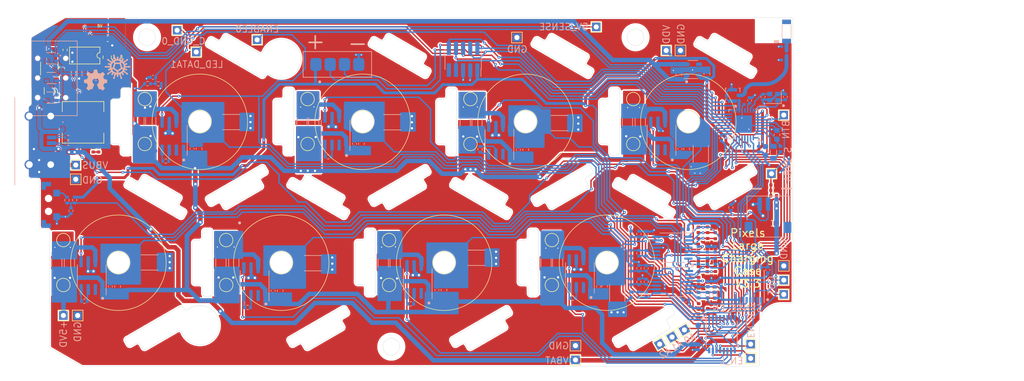
<source format=kicad_pcb>
(kicad_pcb (version 20211014) (generator pcbnew)
  (layers (0 "F.Cu" signal) (31 "B.Cu" signal) (34 "B.Paste" user) (35 "F.Paste" user) (36 "B.SilkS" user "B.Silkscreen") (37 "F.SilkS" user "F.Silkscreen") (38 "B.Mask" user) (39 "F.Mask" user) (44 "Edge.Cuts" user))
  (net 0 "")
  (net 1 "GND")
  (net 2 "VBUS")
  (net 3 "Net-(C1-Pad1)")
  (net 4 "Net-(C3-Pad1)")
  (net 5 "VDD")
  (net 6 "Net-(C4-Pad1)")
  (net 7 "Net-(C6-Pad2)")
  (net 8 "Net-(C5-Pad2)")
  (net 9 "Net-(C7-Pad1)")
  (net 10 "+5V")
  (net 11 "/Multiplexed Chargers/Charger 2/XKT_OUT")
  (net 12 "/Multiplexed Chargers/Charger 3/XKT_OUT")
  (net 13 "/Multiplexed Chargers/Charger 4/XKT_OUT")
  (net 14 "/Multiplexed Chargers/Charger 1/XKT_OUT")
  (net 15 "/Multiplexed Chargers/Charger 6/XKT_OUT")
  (net 16 "/Multiplexed Chargers/Charger 7/XKT_OUT")
  (net 17 "/Multiplexed Chargers/Charger 8/XKT_OUT")
  (net 18 "+5VD")
  (net 20 "Net-(D1-Pad1)")
  (net 21 "Net-(D2-Pad1)")
  (net 22 "Net-(D3-Pad1)")
  (net 23 "RXI")
  (net 24 "SWDIO")
  (net 25 "SWDCLK")
  (net 26 "SWO")
  (net 27 "RESET")
  (net 28 "TXO")
  (net 29 "Net-(J23-PadA5)")
  (net 30 "Net-(J23-PadB5)")
  (net 31 "+BATT")
  (net 32 "Net-(L1-Pad1)")
  (net 33 "Net-(C46-Pad1)")
  (net 34 "/Multiplexed Chargers/ENABLE1")
  (net 35 "Net-(R4-Pad2)")
  (net 36 "/Multiplexed Chargers/ENABLE2")
  (net 37 "/Multiplexed Chargers/ENABLE3")
  (net 38 "Net-(R10-Pad2)")
  (net 39 "/Multiplexed Chargers/ENABLE0")
  (net 40 "/Multiplexed Chargers/ENABLE5")
  (net 41 "Net-(R16-Pad2)")
  (net 42 "/Multiplexed Chargers/ENABLE6")
  (net 43 "/Multiplexed Chargers/ENABLE7")
  (net 44 "/Multiplexed Chargers/ENABLE4")
  (net 45 "Net-(C53-Pad1)")
  (net 46 "/Multiplexed Chargers/SENSE_OUT")
  (net 47 "/Multiplexed Chargers/CHARGER_ENL_D")
  (net 48 "/Multiplexed Chargers/~{CHARGER_ENL_EN}")
  (net 49 "Net-(C59-Pad1)")
  (net 50 "/Multiplexed Chargers/CHARGER_SELECT_A0")
  (net 51 "/Multiplexed Chargers/CHARGER_SELECT_A1")
  (net 52 "/Multiplexed Chargers/CHARGER_SELECT_A2")
  (net 54 "/Multiplexed Chargers/SENSE0")
  (net 55 "/Multiplexed Chargers/SENSE1")
  (net 56 "/Multiplexed Chargers/SENSE2")
  (net 57 "/Multiplexed Chargers/SENSE3")
  (net 58 "/Multiplexed Chargers/SENSE5")
  (net 59 "/Multiplexed Chargers/SENSE7")
  (net 60 "/Multiplexed Chargers/SENSE6")
  (net 61 "/Multiplexed Chargers/SENSE4")
  (net 62 "/Power/5V_SENSE")
  (net 63 "Net-(J24-Pad2)")
  (net 64 "/Multiplexed Chargers/Charger 5/XKT_OUT")
  (net 65 "Net-(R2-Pad1)")
  (net 66 "Net-(R4-Pad1)")
  (net 67 "Net-(R13-Pad1)")
  (net 68 "Net-(R7-Pad2)")
  (net 69 "Net-(C60-Pad1)")
  (net 70 "Net-(C61-Pad1)")
  (net 71 "Net-(C62-Pad1)")
  (net 72 "Net-(C63-Pad1)")
  (net 73 "Net-(R38-Pad2)")
  (net 74 "Net-(C64-Pad1)")
  (net 75 "Net-(C50-Pad1)")
  (net 76 "Net-(R7-Pad1)")
  (net 77 "Net-(R10-Pad1)")
  (net 78 "Net-(C65-Pad1)")
  (net 79 "/Multiplexed Chargers/Charger 2/CHARGER_GND")
  (net 80 "/Multiplexed Chargers/Charger 3/CHARGER_GND")
  (net 81 "/Multiplexed Chargers/Charger 4/CHARGER_GND")
  (net 82 "/Multiplexed Chargers/Charger 1/CHARGER_GND")
  (net 83 "/Multiplexed Chargers/Charger 6/CHARGER_GND")
  (net 84 "/Multiplexed Chargers/Charger 7/CHARGER_GND")
  (net 85 "/Multiplexed Chargers/Charger 8/CHARGER_GND")
  (net 86 "/Multiplexed Chargers/Charger 5/CHARGER_GND")
  (net 87 "Net-(L1-Pad2)")
  (net 89 "Net-(C66-Pad1)")
  (net 90 "Net-(C67-Pad1)")
  (net 91 "Net-(C68-Pad1)")
  (net 92 "Net-(C69-Pad1)")
  (net 93 "Net-(C70-Pad1)")
  (net 94 "Net-(C71-Pad1)")
  (net 95 "Net-(C72-Pad1)")
  (net 96 "Net-(L4-Pad1)")
  (net 97 "Net-(R18-Pad1)")
  (net 98 "/VBAT_SENSE")
  (net 99 "/Multiplexed Chargers/~{CHARGER_CLR}")
  (net 100 "Net-(C49-Pad1)")
  (net 101 "/ANT_NRF")
  (net 102 "/ANTENNA")
  (net 104 "/ANT_50")
  (net 106 "/BOOST_EN")
  (net 107 "/Multiplexed Chargers/~{SENSE_EN}")
  (net 109 "Net-(R13-Pad2)")
  (net 110 "Net-(R16-Pad1)")
  (net 111 "Net-(R33-Pad1)")
  (net 112 "Net-(R33-Pad2)")
  (net 113 "Net-(R38-Pad1)")
  (net 114 "Net-(R74-Pad1)")
  (net 115 "Net-(R74-Pad2)")
  (footprint "Capacitor_SMD:C_0402_1005Metric" (layer "F.Cu") (at 198.57 109.19 -90)
    (fp_text reference "C72" hide)
    (fp_text value "1nF 10V 20%")
  )
  (footprint "TestPoint:TestPoint_Pad_D2.0mm" (layer "F.Cu") (at 111.594584 106.366052)
    (fp_text reference "J17" hide)
    (fp_text value "Coil B")
  )
  (footprint "TestPoint:TestPoint_Pad_D2.0mm" (layer "F.Cu") (at 82.594584 106.366052)
    (fp_text reference "J20" hide)
    (fp_text value "Coil B")
  )
  (footprint "Pixels-dice:TestPoint_1.5x1.5_Drill0.9mm" (layer "F.Cu") (at 163.37 62.29)
    (fp_text reference "W3" hide)
    (fp_text value "GND")
  )
  (footprint "Pixels-dice:TestPoint_1.5x1.5_Drill0.9mm" (layer "F.Cu") (at 84.8 87.54)
    (fp_text reference "W45" hide)
    (fp_text value "GND")
  )
  (footprint "TestPoint:TestPoint_Pad_D2.0mm" (layer "F.Cu") (at 155.094584 81.251316)
    (fp_text reference "J5" hide)
    (fp_text value "Coil B")
  )
  (footprint "Pixels-dice:TX Coil" (layer "F.Cu") (at 150.4 102.4 90)
    (fp_text reference "J15" hide)
    (fp_text value "TX_Coil" hide)
  )
  (footprint "Pixels-dice:TestPoint_1.5x1.5_Drill0.9mm" (layer "F.Cu") (at 117.1 62.7)
    (fp_text reference "W39" hide)
    (fp_text value "ENABLE0")
  )
  (footprint "TestPoint:TestPoint_Pad_D2.0mm" (layer "F.Cu") (at 140.594584 106.366052)
    (fp_text reference "J14" hide)
    (fp_text value "Coil B")
  )
  (footprint "Capacitor_SMD:C_0402_1005Metric" (layer "F.Cu") (at 209.09 88.56)
    (fp_text reference "C54" hide)
    (fp_text value "10nF 25V 10%")
  )
  (footprint "Capacitor_SMD:C_0402_1005Metric" (layer "F.Cu") (at 87.9 82.2 90)
    (fp_text reference "C46" hide)
    (fp_text value "3.3nF 50V 10%")
  )
  (footprint "Capacitor_SMD:C_0402_1005Metric" (layer "F.Cu") (at 197.28 104.47 -90)
    (fp_text reference "C60" hide)
    (fp_text value "1nF 10V 20%")
  )
  (footprint "Package_TO_SOT_SMD:SOT-23" (layer "F.Cu") (at 80.1 67.3 90)
    (fp_text reference "D4" hide)
    (fp_text value "BAT54C")
  )
  (footprint "Pixels-dice:TestPoint_1.5x1.5_Drill0.9mm" (layer "F.Cu") (at 192.5 64.6 90)
    (fp_text reference "W7" hide)
    (fp_text value "GND")
  )
  (footprint "Pixels-dice:TX Coil" (layer "F.Cu") (at 92.4 102.4 90)
    (fp_text reference "J21" hide)
    (fp_text value "TX_Coil" hide)
  )
  (footprint "Pixels-dice:TX Coil" (layer "F.Cu") (at 179.4 102.4 90)
    (fp_text reference "J26" hide)
    (fp_text value "TX_Coil" hide)
  )
  (footprint "Pixels-dice:TestPoint_1.5x1.5_Drill0.9mm" (layer "F.Cu") (at 205 119.44)
    (fp_text reference "W58" hide)
    (fp_text value "EN_L")
  )
  (footprint "Pixels-dice:TestPoint_1.5x1.5_Drill0.9mm" (layer "F.Cu") (at 177.5 60.4)
    (fp_text reference "W5" hide)
    (fp_text value "5V_SENSE")
  )
  (footprint "TestPoint:TestPoint_Pad_D2.0mm" (layer "F.Cu") (at 97.094584 73.251316)
    (fp_text reference "J13" hide)
    (fp_text value "Coil A")
  )
  (footprint "TestPoint:TestPoint_Pad_D2.0mm" (layer "F.Cu") (at 97.094584 81.251316)
    (fp_text reference "J11" hide)
    (fp_text value "Coil B")
  )
  (footprint "Pixels-dice:TestPoint_1.5x1.5_Drill0.9mm" (layer "F.Cu") (at 173.8 119.7)
    (fp_text reference "W11" hide)
    (fp_text value "VBAT")
  )
  (footprint "Capacitor_SMD:C_0603_1608Metric" (layer "F.Cu") (at 90.5 62.5)
    (fp_text reference "C44" hide)
    (fp_text value "10uF 10V 20%")
  )
  (footprint "Resistor_SMD:R_0402_1005Metric" (layer "F.Cu") (at 198.73 104.48 90)
    (fp_text reference "R32" hide)
    (fp_text value "100k 0.1%")
  )
  (footprint "TestPoint:TestPoint_Pad_D2.0mm" (layer "F.Cu") (at 184.094584 73.251316)
    (fp_text reference "J10" hide)
    (fp_text value "Coil A")
  )
  (footprint "Pixels-dice:TestPoint_1.5x1.5_Drill0.9mm" (layer "F.Cu") (at 102.85 61 90)
    (fp_text reference "W40" hide)
    (fp_text value "C_GND_0")
  )
  (footprint "Resistor_SMD:R_0402_1005Metric" (layer "F.Cu") (at 195.71 111 -90)
    (fp_text reference "R65" hide)
    (fp_text value "2k 0.1%")
  )
  (footprint "Capacitor_SMD:C_0402_1005Metric" (layer "F.Cu") (at 198.5 107.19 90)
    (fp_text reference "C63" hide)
    (fp_text value "1nF 10V 20%")
  )
  (footprint "Resistor_SMD:R_0402_1005Metric" (layer "F.Cu") (at 198.7 96.53 -90)
    (fp_text reference "R50" hide)
    (fp_text value "2k 0.1%")
  )
  (footprint "Pixels-dice:TestPoint_1.5x1.5_Drill0.9mm" (layer "F.Cu") (at 210.9 102.96)
    (fp_text reference "W6" hide)
    (fp_text value "GND")
  )
  (footprint "Pixels-dice:TestPoint_1.5x1.5_Drill0.9mm" (layer "F.Cu") (at 210.9 105.5)
    (fp_text reference "W47" hide)
    (fp_text value "OUT")
  )
  (footprint "Resistor_SMD:R_0402_1005Metric" (layer "F.Cu") (at 195.67 98.59 90)
    (fp_text reference "R52" hide)
    (fp_text value "2k 0.1%")
  )
  (footprint "Pixels-dice:TestPoint_1.5x1.5_Drill0.9mm" (layer "F.Cu") (at 190.9997 115.63 30)
    (fp_text reference "W42" hide)
    (fp_text value "A1")
  )
  (footprint "Resistor_SMD:R_0402_1005Metric" (layer "F.Cu") (at 195.75 104.5 90)
    (fp_text reference "R31" hide)
    (fp_text value "2k 0.1%")
  )
  (footprint "Capacitor_SMD:C_0805_2012Metric" (layer "F.Cu") (at 90.4 65.799999 90)
    (fp_text reference "C48" hide)
    (fp_text value "22uF 10V 20%")
  )
  (footprint "Capacitor_SMD:C_0603_1608Metric" (layer "F.Cu") (at 208.77 95.38 180)
    (fp_text reference "C74" hide)
    (fp_text value "10uF 10V 20%")
  )
  (footprint "TestPoint:TestPoint_Pad_D2.0mm" (layer "F.Cu") (at 111.594584 98.366052)
    (fp_text reference "J19" hide)
    (fp_text value "Coil A")
  )
  (footprint "Resistor_SMD:R_0402_1005Metric" (layer "F.Cu") (at 197.34 96.53 -90)
    (fp_text reference "R49" hide)
    (fp_text value "100k 0.1%")
  )
  (footprint "Capacitor_SMD:C_0402_1005Metric" (layer "F.Cu") (at 195.7 102.61 90)
    (fp_text reference "C59" hide)
    (fp_text value "1nF 10V 20%")
  )
  (footprint "Capacitor_SMD:C_0402_1005Metric" (layer "F.Cu") (at 90.5 61.4)
    (fp_text reference "C43" hide)
    (fp_text value "0.1uF 10V 20%")
  )
  (footprint "Pixels-dice:SPM6530" (layer "F.Cu") (at 86.1 77.4 180)
    (fp_text reference "L4" hide)
    (fp_text value "2.2uH 1.5A 10%")
  )
  (footprint "Pixels-dice:TEST_PIN" (layer "F.Cu") (at 89.1 61.4)
    (fp_text reference "W62" hide)
    (fp_text value "5V")
  )
  (footprint "Pixels-dice:TestPoint_1.5x1.5_Drill0.9mm" (layer "F.Cu") (at 205 116.9)
    (fp_text reference "W57" hide)
    (fp_text value "EN_D")
  )
  (footprint "Resistor_SMD:R_0402_1005Metric" (layer "F.Cu") (at 197.41 107.18 -90)
    (fp_text reference "R44" hide)
    (fp_text value "100k 0.1%")
  )
  (footprint "Resistor_SMD:R_0402_1005Metric" (layer "F.Cu") (at 197.36 109.16 90)
    (fp_text reference "R68" hide)
    (fp_text value "100k 0.1%")
  )
  (footprint "Resistor_SMD:R_0402_1005Metric" (layer "F.Cu") (at 82.9 64.5 -90)
    (fp_text reference "R18" hide)
    (fp_text value "120k 1%")
  )
  (footprint "Capacitor_SMD:C_0402_1005Metric" (layer "F.Cu") (at 198.6 111.03 90)
    (fp_text reference "C71" hide)
    (fp_text value "1nF 10V 20%")
  )
  (footprint "Pixels-dice:TestPoint_1.5x1.5_Drill0.9mm" (layer "F.Cu") (at 208.71 86.54)
    (fp_text reference "W70" hide)
    (fp_text value "VBAT_S")
  )
  (footprint "TestPoint:TestPoint_Pad_D2.0mm" (layer "F.Cu") (at 140.594584 98.366052)
    (fp_text reference "J16" hide)
    (fp_text value "Coil A")
  )
  (footprint "Capacitor_SMD:C_0805_2012Metric" (layer "F.Cu") (at 92.3 65.8 90)
    (fp_text reference "C47" hide)
    (fp_text value "22uF 10V 20%")
  )
  (footprint "TestPoint:TestPoint_Pad_D2.0mm" (layer "F.Cu") (at 169.594584 98.366052)
    (fp_text reference "J27" hide)
    (fp_text value "Coil A")
  )
  (footprint "TestPoint:TestPoint_Pad_D2.0mm" (layer "F.Cu") (at 155.094584 73.251316)
    (fp_text reference "J7" hide)
    (fp_text value "Coil A")
  )
  (footprint "Resistor_SMD:R_0402_1005Metric" (layer "F.Cu") (at 195.74 107.19 -90)
    (fp_text reference "R45" hide)
    (fp_text value "2k 0.1%")
  )
  (footprint "Pixels-dice:TestPoint_1.5x1.5_Drill0.9mm" (layer "F.Cu") (at 210.9 76.1)
    (fp_text reference "W76" hide)
    (fp_text value "BTN")
  )
  (footprint "Resistor_SMD:R_0402_1005Metric" (layer "F.Cu") (at 209.1 90.47 180)
    (fp_text reference "R34" hide)
    (fp_text value "4.02M 1%")
  )
  (footprint "Capacitor_SMD:C_0402_1005Metric" (layer "F.Cu") (at 195.68 96.55 90)
    (fp_text reference "C65" hide)
    (fp_text value "1nF 10V 20%")
  )
  (footprint "Pixels-dice:ESSOP10" (layer "F.Cu") (at 86.4 65.500001 -90)
    (fp_text reference "U16" hide)
    (fp_text value "ETA9882")
  )
  (footprint "Resistor_SMD:R_0402_1005Metric" (layer "F.Cu") (at 197.31 102.61 -90)
    (fp_text reference "R28" hide)
    (fp_text value "100k 0.1%")
  )
  (footprint "Resistor_SMD:R_0402_1005Metric" (layer "F.Cu") (at 209.1 89.5)
    (fp_text reference "R36" hide)
    (fp_text value "10M 1%")
  )
  (footprint "Capacitor_SMD:C_0402_1005Metric" (layer "F.Cu") (at 209.12 94.02 180)
    (fp_text reference "C75" hide)
    (fp_text value "0.1uF 10V 20%")
  )
  (footprint "Pixels-dice:TestPoint_1.5x1.5_Drill0.9mm" (layer "F.Cu") (at 189.96 64.6 90)
    (fp_text reference "W68" hide)
    (fp_text value "VDD")
  )
  (footprint "Pixels-dice:TX Coil" (layer "F.Cu") (at 135.9 77.3 90)
    (fp_text reference "J3" hide)
    (fp_text value "TX_Coil" hide)
  )
  (footprint "Pixels-dice:TX Coil" (layer "F.Cu") (at 164.9 77.3 90)
    (fp_text reference "J6" hide)
    (fp_text value "TX_Coil" hide)
  )
  (footprint "Pixels-dice:TestPoint_1.5x1.5_Drill0.9mm" (layer "F.Cu") (at 84.8 85)
    (fp_text reference "W61" hide)
    (fp_text value "VBUS")
  )
  (footprint "Fuse:Fuse_1206_3216Metric" (layer "F.Cu") (at 80.1 71.8 90)
    (fp_text reference "F1" hide)
    (fp_text value "1500mA <150mR")
  )
  (footprint "Pixels-dice:TestPoint_1.5x1.5_Drill0.9mm" (layer "F.Cu") (at 193.1994 114.36 30)
    (fp_text reference "W43" hide)
    (fp_text value "A0")
  )
  (footprint "TestPoint:TestPoint_Pad_D2.0mm" (layer "F.Cu") (at 126.094584 81.251316)
    (fp_text reference "J2" hide)
    (fp_text value "Coil B")
  )
  (footprint "Resistor_SMD:R_0402_1005Metric" (layer "F.Cu") (at 197.35 111.05 -90)
    (fp_text reference "R64" hide)
    (fp_text value "100k 0.1%")
  )
  (footprint "TestPoint:TestPoint_Pad_D2.0mm" (layer "F.Cu") (at 126.094584 73.251316)
    (fp_text reference "J4" hide)
    (fp_text value "Coil A")
  )
  (footprint "Resistor_SMD:R_0402_1005Metric" (layer "F.Cu") (at 197.34 98.59 90)
    (fp_text reference "R53" hide)
    (fp_text value "100k 0.1%")
  )
  (footprint "Resistor_SMD:R_0402_1005Metric" (layer "F.Cu") (at 195.75 109.18 90)
    (fp_text reference "R67" hide)
    (fp_text value "2k 0.1%")
  )
  (footprint "Pixels-dice:TX Coil" (layer "F.Cu") (at 106.9 77.3 90)
    (fp_text reference "J12" hide)
    (fp_text value "TX_Coil" hide)
  )
  (footprint "TestPoint:TestPoint_Pad_D2.0mm" (layer "F.Cu") (at 82.594584 98.366052)
    (fp_text reference "J22" hide)
    (fp_text value "Coil A")
  )
  (footprint "Resistor_SMD:R_0402_1005Metric" (layer "F.Cu") (at 88.87 82.17 90)
    (fp_text reference "R69" hide)
    (fp_text value "1R 5%")
  )
  (footprint "Pixels-dice:TestPoint_1.5x1.5_Drill0.9mm" (layer "F.Cu") (at 82.6 111.8)
    (fp_text reference "W65" hide)
    (fp_text value "+5VD")
  )
  (footprint "Pixels-dice:TestPoint_1.5x1.5_Drill0.9mm" (layer "F.Cu") (at 106.26 64.88)
    (fp_text reference "W1" hide)
    (fp_text value "LED_DATA1")
  )
  (footprint "Capacitor_SMD:C_0402_1005Metric" (layer "F.Cu") (at 198.71 98.61 -90)
    (fp_text reference "C66" hide)
    (fp_text value "1nF 10V 20%")
  )
  (footprint "TestPoint:TestPoint_Pad_D2.0mm" (layer "F.Cu") (at 184.094584 81.251316)
    (fp_text reference "J8" hide)
    (fp_text value "Coil B")
  )
  (footprint "Capacitor_SMD:C_0603_1608Metric" (layer "F.Cu") (at 82.3 67.75 90)
    (fp_text reference "C45" hide)
    (fp_text value "10uF 10V 20%")
  )
  (footprint "Pixels-dice:TestPoint_1.5x1.5_Drill0.9mm" (layer "F.Cu") (at 210.9 108.04)
    (fp_text reference "W48" hide)
    (fp_text value "SENSE_EN")
  )
  (footprint "TestPoint:TestPoint_Pad_D2.0mm" (layer "F.Cu") (at 169.594584 106.366052)
    (fp_text reference "J25" hide)
    (fp_text value "Coil B")
  )
  (footprint "Pixels-dice:TestPoint_1.5x1.5_Drill0.9mm" (layer "F.Cu") (at 85.14 111.8)
    (fp_text reference "W2" hide)
    (fp_text value "GND")
  )
  (footprint "Pixels-dice:TestPoint_1.5x1.5_Drill0.9mm" (layer "F.Cu") (at 173.8 117.16)
    (fp_text reference "W44" hide)
    (fp_text value "GND")
  )
  (footprint "Resistor_SMD:R_0402_1005Metric" (layer "F.Cu") (at 198.72 102.61 -90)
    (fp_text reference "R29" hide)
    (fp_text value "2k 0.1%")
  )
  (footprint "Pixels-dice:TestPoint_1.5x1.5_Drill0.9mm" (layer "F.Cu") (at 188.8 116.9 30)
    (fp_text reference "W41" hide)
    (fp_text value "A2")
  )
  (footprint "Pixels-dice:TX Coil" (layer "F.Cu") (at 193.9 77.3 90)
    (fp_text reference "J9" hide)
    (fp_text value "TX_Coil" hide)
  )
  (footprint "Pixels-dice:TX Coil" (layer "F.Cu") (at 121.4 102.4 90)
    (fp_text reference "J18" hide)
    (fp_text value "TX_Coil" hide)
  )
  (footprint "Capacitor_SMD:C_0402_1005Metric" (layer "B.Cu") (at 186.4 108.1 -90)
    (fp_text reference "C61" hide)
    (fp_text value "1nF 10V 20%")
  )
  (footprint "Capacitor_SMD:C_0402_1005Metric" (layer "B.Cu") (at 186.4 97.3 90)
    (fp_text reference "C70" hide)
    (fp_text value "1nF 10V 20%")
  )
  (footprint "Capacitor_SMD:C_0402_1005Metric" (layer "B.Cu") (at 195.7 108.17 -90)
    (fp_text reference "C49" hide)
    (fp_text value "1nF 10V 20%")
  )
  (footprint "Pixels-dice:SOIC-8_3.9x4.9mm_P1.27mm" (layer "B.Cu") (at 145.7 105.4 180)
    (fp_text reference "U11" hide)
    (fp_text value "XKT520")
  )
  (footprint "Resistor_SMD:R_0402_1005Metric" (layer "B.Cu") (at 197.3 100 -90)
    (fp_text reference "R58" hide)
    (fp_text value "100k 0.1%")
  )
  (footprint "Capacitor_SMD:C_0603_1608Metric" (layer "B.Cu") (at 179 106.59 90)
    (fp_text reference "C56" hide)
    (fp_text value "10uF 10V 20%")
  )
  (footprint "Resistor_SMD:R_0402_1005Metric" (layer "B.Cu") (at 185.1 103.4 -90)
    (fp_text reference "R48" hide)
    (fp_text value "100k 0.1%")
  )
  (footprint "Pixels-dice:CHIP_ANT" (layer "B.Cu") (at 211.4 62.9 180)
    (fp_text reference "AE1" hide)
    (fp_text value "Antenna_Chip" hide)
  )
  (footprint "Pixels-dice:Battery_Socket_1.5mm_3PIN" (layer "B.Cu") (at 208.1 94.33)
    (fp_text reference "J24" hide)
    (fp_text value "Conn_01x03")
  )
  (footprint "Resistor_SMD:R_0402_1005Metric" (layer "B.Cu") (at 86.34 109.26)
    (fp_text reference "R38" hide)
    (fp_text value "200K 1%")
  )
  (footprint "Resistor_SMD:R_0402_1005Metric" (layer "B.Cu") (at 84.6 91.24 90)
    (fp_text reference "R1" hide)
    (fp_text value "10k 5%")
  )
  (footprint "Resistor_SMD:R_0402_1005Metric" (layer "B.Cu") (at 198.7 108.19 90)
    (fp_text reference "R22" hide)
    (fp_text value "2k 0.1%")
  )
  (footprint "Capacitor_SMD:C_0603_1608Metric" (layer "B.Cu") (at 209.69 79.62 90)
    (fp_text reference "C1" hide)
    (fp_text value "10uF 10V 20%")
  )
  (footprint "Resistor_SMD:R_0402_1005Metric" (layer "B.Cu") (at 173.32 108.71)
    (fp_text reference "R74" hide)
    (fp_text value "200K 1%")
  )
  (footprint "Pixels-dice:TX1812Z_2020" (layer "B.Cu") (at 80.5 66 90)
    (fp_text reference "D3" hide)
    (fp_text value "TX1812Z_2020")
  )
  (footprint "Capacitor_SMD:C_0402_1005Metric" (layer "B.Cu") (at 90.96 106.64 90)
    (fp_text reference "C35" hide)
    (fp_text value "0.1uF 10V 20%")
  )
  (footprint "Capacitor_SMD:C_1206_3216Metric" (layer "B.Cu") (at 156.27 77.32 -90)
    (fp_text reference "C18" hide)
    (fp_text value "DNP")
  )
  (footprint "Pixels-dice:USB-C-SMD_10P-P1.00-L6.8-W8.9" (layer "B.Cu") (at 78.44 80.6 180)
    (fp_text reference "J23" hide)
    (fp_text value "USB_C_Receptacle_USB2.0")
  )
  (footprint "Resistor_SMD:R_0402_1005Metric" (layer "B.Cu") (at 187.93 84.05)
    (fp_text reference "R10" hide)
    (fp_text value "200K 1%")
  )
  (footprint "Capacitor_SMD:C_1206_3216Metric" (layer "B.Cu") (at 154.17 77.32 -90)
    (fp_text reference "C17" hide)
    (fp_text value "100nF 50V NP0")
  )
  (footprint "Capacitor_SMD:C_1206_3216Metric" (layer "B.Cu") (at 83.67 102.4 -90)
    (fp_text reference "C38" hide)
    (fp_text value "DNP")
  )
  (footprint "Capacitor_SMD:C_0603_1608Metric" (layer "B.Cu") (at 164.93 82.26 90)
    (fp_text reference "C16" hide)
    (fp_text value "10uF 10V 20%")
  )
  (footprint "Resistor_SMD:R_0402_1005Metric" (layer "B.Cu") (at 198.7 106.2 -90)
    (fp_text reference "R25" hide)
    (fp_text value "100k 0.1%")
  )
  (footprint "Pixels-dice:SOIC-8_3.9x4.9mm_P1.27mm" (layer "B.Cu") (at 87.66 104.7 180)
    (fp_text reference "U15" hide)
    (fp_text value "XKT520")
  )
  (footprint "Pixels-dice:TX1812Z_2020" (layer "B.Cu") (at 80.5 73 90)
    (fp_text reference "D1" hide)
    (fp_text value "TX1812Z_2020")
  )
  (footprint "Resistor_SMD:R_0402_1005Metric" (layer "B.Cu") (at 185.1 97.28 -90)
    (fp_text reference "R63" hide)
    (fp_text value "100k 0.1%")
  )
  (footprint "Pixels-dice:SOIC-8_3.9x4.9mm_P1.27mm" (layer "B.Cu") (at 160.25 80.59 180)
    (fp_text reference "U5" hide)
    (fp_text value "XKT520")
  )
  (footprint "Resistor_SMD:R_0402_1005Metric" (layer "B.Cu") (at 183.7 97.28 -90)
    (fp_text reference "R62" hide)
    (fp_text value "2k 0.1%")
  )
  (footprint "Package_DFN_QFN:QFN-32-1EP_5x5mm_P0.5mm_EP3.1x3.1mm" (layer "B.Cu") (at 203.72 77.71 90)
    (fp_text reference "U1" hide)
    (fp_text value "N52810_QFN32")
  )
  (footprint "Pixels-dice:DFN" (layer "B.Cu") (at 82.51 78.05 -90)
    (fp_text reference "D5" hide)
    (fp_text value "D_TVS")
  )
  (footprint "Resistor_SMD:R_0402_1005Metric" (layer "B.Cu") (at 183.7 108.1 90)
    (fp_text reference "R40" hide)
    (fp_text value "2k 0.1%")
  )
  (footprint "Pixels-dice:TEST_PIN" (layer "B.Cu") (at 140.48 108.62 -90)
    (fp_text reference "W24" hide)
    (fp_text value "R" hide)
  )
  (footprint "Capacitor_SMD:C_1206_3216Metric" (layer "B.Cu") (at 125.085 77.285 -90)
    (fp_text reference "C13" hide)
    (fp_text value "100nF 50V NP0")
  )
  (footprint "Inductor_SMD:L_0805_2012Metric" (layer "B.Cu") (at 209.06 82.7425 -90)
    (fp_text reference "L1" hide)
    (fp_text value "10uH 100mA 10%")
  )
  (footprint "Capacitor_SMD:C_0402_1005Metric" (layer "B.Cu") (at 192.39 82.12 90)
    (fp_text reference "C19" hide)
    (fp_text value "0.1uF 10V 20%")
  )
  (footprint "Resistor_SMD:R_2010_5025Metric" (layer "B.Cu") (at 97.95 102.35 180)
    (fp_text reference "R66" hide)
    (fp_text value "100mR 0.5W 1%")
  )
  (footprint "Resistor_SMD:R_0402_1005Metric" (layer "B.Cu") (at 201.48 92.56 -90)
    (fp_text reference "R17" hide)
    (fp_text value "82K 1%")
  )
  (footprint "Pixels-dice:0402_RF" (layer "B.Cu") (at 202.95 73.05 90)
    (fp_text reference "L6" hide)
    (fp_text value "3.9nH 5%")
  )
  (footprint "Capacitor_SMD:C_0402_1005Metric" (layer "B.Cu") (at 193.49 109.01)
    (fp_text reference "C39" hide)
    (fp_text value "0.1uF 10V 20%")
  )
  (footprint "Capacitor_SMD:C_1206_3216Metric" (layer "B.Cu") (at 185.34 77.36 -90)
    (fp_text reference "C22" hide)
    (fp_text value "DNP")
  )
  (footprint "Resistor_SMD:R_0402_1005Metric" (layer "B.Cu") (at 83.45 81.1 180)
    (fp_text reference "R27" hide)
    (fp_text value "5.1k 1%")
  )
  (footprint "Capacitor_SMD:C_0603_1608Metric" (layer "B.Cu") (at 106.76 82.11 90)
    (fp_text reference "C24" hide)
    (fp_text value "10uF 10V 20%")
  )
  (footprint "Capacitor_SMD:C_0603_1608Metric" (layer "B.Cu") (at 92.26 106.63 90)
    (fp_text reference "C36" hide)
    (fp_text value "10uF 10V 20%")
  )
  (footprint "Resistor_SMD:R_2010_5025Metric" (layer "B.Cu") (at 127.01 102.48 180)
    (fp_text reference "R61" hide)
    (fp_text value "100mR 0.5W 1%")
  )
  (footprint "Pixels-dice:TEST_PIN" (layer "B.Cu") (at 126.09 83.75 -90)
    (fp_text reference "W4" hide)
    (fp_text value "R" hide)
  )
  (footprint "Resistor_SMD:R_0402_1005Metric" (layer "B.Cu") (at 183.7 103.4 -90)
    (fp_text reference "R47" hide)
    (fp_text value "2k 0.1%")
  )
  (footprint "Resistor_SMD:R_0402_1005Metric" (layer "B.Cu") (at 195.7 106.16 -90)
    (fp_text reference "R24" hide)
    (fp_text value "2k 0.1%")
  )
  (footprint "Pixels-dice:0402_RF" (layer "B.Cu") (at 211.4 65.1 90)
    (fp_text reference "L3" hide)
    (fp_text value "1.5nH 5%")
  )
  (footprint "Pixels-dice:TEST_PIN" (layer "B.Cu") (at 110.03 109.12 -90)
    (fp_text reference "W29" hide)
    (fp_text value "R" hide)
  )
  (footprint "Capacitor_SMD:C_0402_1005Metric" (layer "B.Cu") (at 197.3 106.19 90)
    (fp_text reference "C50" hide)
    (fp_text value "1nF 10V 20%")
  )
  (footprint "Pixels-dice:4x2.54mm_SMD" (layer "B.Cu") (at 131.39 67.08)
    (fp_text reference "P1" hide)
    (fp_text value "heard4")
  )
  (footprint "Capacitor_SMD:C_0402_1005Metric" (layer "B.Cu") (at 204.8 73.5 90)
    (fp_text reference "C7" hide)
    (fp_text value "100pF NP0 10V 5%")
  )
  (footprint "Resistor_SMD:R_2010_5025Metric" (layer "B.Cu") (at 170.96 77.53 180)
    (fp_text reference "R56" hide)
    (fp_text value "100mR 0.5W 1%")
  )
  (footprint "Pixels-dice:TEST_PIN" (layer "B.Cu") (at 195.66 113.56 180)
    (fp_text reference "W59" hide)
    (fp_text value "CHARGER_CLR" hide)
  )
  (footprint "Capacitor_SMD:C_1206_3216Metric" (layer "B.Cu") (at 168.55 102.4 -90)
    (fp_text reference "C57" hide)
    (fp_text value "100nF 50V NP0")
  )
  (footprint "Capacitor_SMD:C_0402_1005Metric" (layer "B.Cu") (at 134.44 81.22 90)
    (fp_text reference "C11" hide)
    (fp_text value "0.1uF 10V 20%")
  )
  (footprint "Capacitor_SMD:C_1206_3216Metric" (layer "B.Cu") (at 98.16 77.23 -90)
    (fp_text reference "C26" hide)
    (fp_text value "DNP")
  )
  (footprint "Capacitor_SMD:C_0402_1005Metric" (layer "B.Cu") (at 186.4 103.4 90)
    (fp_text reference "C64" hide)
    (fp_text value "1nF 10V 20%")
  )
  (footprint "Capacitor_SMD:C_0402_1005Metric" (layer "B.Cu") (at 195.67 117.42 -90)
    (fp_text reference "C42" hide)
    (fp_text value "0.1uF 10V 20%")
  )
  (footprint "Capacitor_SMD:C_0402_1005Metric" (layer "B.Cu") (at 83.95 93.14 -90)
    (fp_text reference "C3" hide)
    (fp_text value "0.1uF 10V 20%")
  )
  (footprint "Resistor_SMD:R_0402_1005Metric" (layer "B.Cu") (at 83.24 91.25 -90)
    (fp_text reference "R2" hide)
    (fp_text value "1k 1%")
  )
  (footprint "Capacitor_SMD:C_0603_1608Metric" (layer "B.Cu") (at 197.2 68.8 90)
    (fp_text reference "C52" hide)
    (fp_text value "10uF 10V 20%" hide)
  )
  (footprint "Capacitor_SMD:C_0402_1005Metric" (layer "B.Cu") (at 207.19 72.87 90)
    (fp_text reference "C6" hide)
    (fp_text value "8pF 10V 10%")
  )
  (footprint "Pixels-dice:SOIC-8_3.9x4.9mm_P1.27mm" (layer "B.Cu") (at 102.09 79.86 180)
    (fp_text reference "U9" hide)
    (fp_text value "XKT520")
  )
  (footprint "Pixels-dice:SOT-23-5" (layer "B.Cu") (at 194.7 68)
    (fp_text reference "U22" hide)
    (fp_text value "ME6215" hide)
  )
  (footprint "Capacitor_SMD:C_0402_1005Metric" (layer "B.Cu") (at 211.18 72.87 -90)
    (fp_text reference "C5" hide)
    (fp_text value "8pF 10V 10%")
  )
  (footprint "Resistor_SMD:R_0402_1005Metric" (layer "B.Cu") (at 185.1 100.7 90)
    (fp_text reference "R59" hide)
    (fp_text value "100k 0.1%")
  )
  (footprint "Resistor_SMD:R_0402_1005Metric" (layer "B.Cu") (at 185.1 105.8 -90)
    (fp_text reference "R43" hide)
    (fp_text value "100k 0.1%")
  )
  (footprint "Package_SO:TSSOP-14_4.4x5mm_P0.65mm" (layer "B.Cu") (at 191.05 99.72 180)
    (fp_text reference "U20" hide)
    (fp_text value "LM2902")
  )
  (footprint "Pixels-dice:TSB002" (layer "B.Cu") (at 79.5 92.1 -90)
    (fp_text reference "SW1" hide)
    (fp_text value "SW_Push")
  )
  (footprint "Capacitor_SMD:C_1206_3216Metric" (layer "B.Cu") (at 139.56 102.45 -90)
    (fp_text reference "C29" hide)
    (fp_text value "100nF 50V NP0")
  )
  (footprint "Capacitor_SMD:C_0402_1005Metric" (layer "B.Cu") (at 199.78 80.19 -90)
    (fp_text reference "C10" hide)
    (fp_text value "0.1uF 10V 20%")
  )
  (footprint "Capacitor_SMD:C_0402_1005Metric" (layer "B.Cu") (at 186.4 105.8 90)
    (fp_text reference "C62" hide)
    (fp_text value "1nF 10V 20%")
  )
  (footprint "Capacitor_SMD:C_0603_1608Metric" (layer "B.Cu") (at 135.68 81.23 90)
    (fp_text reference "C12" hide)
    (fp_text value "10uF 10V 20%")
  )
  (footprint "Resistor_SMD:R_0402_1005Metric" (layer "B.Cu") (at 99.52 70.53)
    (fp_text reference "R72" hide)
    (fp_text value "10M 1%")
  )
  (footprint "Capacitor_SMD:C_1206_3216Metric" (layer "B.Cu") (at 170.63 102.4 -90)
    (fp_text reference "C58" hide)
    (fp_text value "DNP")
  )
  (footprint "Capacitor_SMD:C_0603_1608Metric" (layer "B.Cu") (at 192.2 68.95 90)
    (fp_text reference "C53" hide)
    (fp_text value "10uF 10V 20%")
  )
  (footprint "Resistor_SMD:R_0402_1005Metric" (layer "B.Cu") (at 195.71 100.01 -90)
    (fp_text reference "R57" hide)
    (fp_text value "2k 0.1%")
  )
  (footprint "Capacitor_SMD:C_0402_1005Metric" (layer "B.Cu") (at 119.95 107.37 90)
    (fp_text reference "C31" hide)
    (fp_text value "0.1uF 10V 20%")
  )
  (footprint "Pixels-dice:TEST_PIN" (layer "B.Cu") (at 153.52 82.43 -90)
    (fp_text reference "W9" hide)
    (fp_text value "R" hide)
  )
  (footprint "Capacitor_SMD:C_1206_3216Metric" (layer "B.Cu") (at 110.65 102.41 -90)
    (fp_text reference "C33" hide)
    (fp_text value "100nF 50V NP0")
  )
  (footprint "Resistor_SMD:R_0402_1005Metric" (layer "B.Cu") (at 197.3 108.19 90)
    (fp_text reference "R21" hide)
    (fp_text value "100k 0.1%")
  )
  (footprint "LOGO" (layer "B.Cu") (at 88.35 69.9 180)
    (fp_text reference "G***" hide)
    (fp_text value "LOGO" hide)
  )
  (footprint "Resistor_SMD:R_0402_1005Metric" (layer "B.Cu") (at 144.46 109.73)
    (fp_text reference "R16" hide)
    (fp_text value "200K 1%")
  )
  (footprint "Capacitor_SMD:C_0603_1608Metric" (layer "B.Cu") (at 121.21 107.38 90)
    (fp_text reference "C32" hide)
    (fp_text value "10uF 10V 20%")
  )
  (footprint "Resistor_SMD:R_0402_1005Metric" (layer "B.Cu") (at 183.7 105.8 -90)
    (fp_text reference "R42" hide)
    (fp_text value "2k 0.1%")
  )
  (footprint "Capacitor_SMD:C_0402_1005Metric" (layer "B.Cu") (at 198.7 100 90)
    (fp_text reference "C68" hide)
    (fp_text value "1nF 10V 20%")
  )
  (footprint "Resistor_SMD:R_0402_1005Metric" (layer "B.Cu") (at 183.7 100.7 90)
    (fp_text reference "R60" hide)
    (fp_text value "2k 0.1%")
  )
  (footprint "Pixels-dice:SOIC-8_3.9x4.9mm_P1.27mm" (layer "B.Cu") (at 116.65 105.77 180)
    (fp_text reference "U13" hide)
    (fp_text value "XKT520")
  )
  (footprint "Resistor_SMD:R_2010_5025Metric" (layer "B.Cu") (at 141.155 77.375 180)
    (fp_text reference "R30" hide)
    (fp_text value "100mR 0.5W 1%")
  )
  (footprint "Capacitor_SMD:C_0402_1005Metric" (layer "B.Cu") (at 105.5 82.09 90)
    (fp_text reference "C23" hide)
    (fp_text value "0.1uF 10V 20%")
  )
  (footprint "Pixels-dice:TX1812Z_2020" (layer "B.Cu") (at 80.5 69.5 90)
    (fp_text reference "D2" hide)
    (fp_text value "TX1812Z_2020")
  )
  (footprint "Pixels-dice:SOIC-8_3.9x4.9mm_P1.27mm" (layer "B.Cu") (at 131.08 78.98 180)
    (fp_text reference "U3" hide)
    (fp_text value "XKT520")
  )
  (footprint "Pixels-dice:TEST_PIN" (layer "B.Cu") (at 185.91 82.32 -90)
    (fp_text reference "W14" hide)
    (fp_text value "R" hide)
  )
  (footprint "LOGO" (layer "B.Cu") (at 92.25 67.5 180)
    (fp_text reference "G***" hide)
    (fp_text value "LOGO" hide)
  )
  (footprint "Inductor_SMD:L_0402_1005Metric" (layer "B.Cu") (at 210.31 82.15 90)
    (fp_text reference "L2" hide)
    (fp_text value "15nH")
  )
  (footprint "Pixels-dice:0402_RF" (layer "B.Cu") (at 210.95 63.9 180)
    (fp_text reference "C73" hide)
    (fp_text value "DNP")
  )
  (footprint "Resistor_SMD:R_2010_5025Metric" (layer "B.Cu") (at 156.14 101.52 180)
    (fp_text reference "R46" hide)
    (fp_text value "100mR 0.5W 1%")
  )
  (footprint "Capacitor_SMD:C_0402_1005Metric" (layer "B.Cu") (at 193.4 96.45)
    (fp_text reference "C40" hide)
    (fp_text value "0.1uF 10V 20%")
  )
  (footprint "Resistor_SMD:R_0402_1005Metric" (layer "B.Cu") (at 198.69 102.1 90)
    (fp_text reference "R55" hide)
    (fp_text value "2k 0.1%")
  )
  (footprint "Capacitor_SMD:C_1206_3216Metric" (layer "B.Cu") (at 81.42 102.4 -90)
    (fp_text reference "C37" hide)
    (fp_text value "100nF 50V NP0")
  )
  (footprint "Capacitor_SMD:C_0402_1005Metric" (layer "B.Cu") (at 208.05 103.68 -90)
    (fp_text reference "C41" hide)
    (fp_text value "0.1uF 10V 20%")
  )
  (footprint "Resistor_SMD:R_0402_1005Metric" (layer "B.Cu") (at 129.77 83.53)
    (fp_text reference "R4" hide)
    (fp_text value "200K 1%")
  )
  (footprint "Package_SO:TSSOP-14_4.4x5mm_P0.65mm" (layer "B.Cu") (at 191.166463 105.82 180)
    (fp_text reference "U18" hide)
    (fp_text value "LM2902")
  )
  (footprint "Capacitor_SMD:C_1206_3216Metric" (layer "B.Cu") (at 96.06 77.23 -90)
    (fp_text reference "C25" hide)
    (fp_text value "100nF 50V NP0")
  )
  (footprint "Capacitor_SMD:C_1206_3216Metric" (layer "B.Cu") (at 183.05 77.36 -90)
    (fp_text reference "C21" hide)
    (fp_text value "100nF 50V NP0")
  )
  (footprint "Capacitor_SMD:C_0402_1005Metric" (layer "B.Cu") (at 163.62 82.28 90)
    (fp_text reference "C15" hide)
    (fp_text value "0.1uF 10V 20%")
  )
  (footprint "Capacitor_SMD:C_0603_1608Metric" (layer "B.Cu") (at 207.64 82.49 -90)
    (fp_text reference "C2" hide)
    (fp_text value "10uF 10V 20%")
  )
  (footprint "Pixels-dice:TEST_PIN" (layer "B.Cu") (at 169.67 109.18 -90)
    (fp_text reference "W71" hide)
    (fp_text value "R" hide)
  )
  (footprint "Resistor_SMD:R_0402_1005Metric" (layer "B.Cu") (at 83.45 80.11 180)
    (fp_text reference "R26" hide)
    (fp_text value "5.1k 1%")
  )
  (footprint "Pixels-dice:0402_RF" (layer "B.Cu") (at 210.95 66.3 180)
    (fp_text reference "C8" hide)
    (fp_text value "0.8pF 10V 5% NP0")
  )
  (footprint "Pixels-dice:Crystal_SMD_2016-4Pin_2.0x1.6mm" (layer "B.Cu") (at 209.1 72.9 180)
    (fp_text reference "Y1" hide)
    (fp_text value "32MHz 40ppm")
  )
  (footprint "Connector_PinHeader_1.27mm:PinHeader_2x05_P1.27mm_Vertical_SMD" (layer "B.Cu") (at 153.79 66.14 90)
    (fp_text reference "J1" hide)
    (fp_text value "Conn_02x05_Odd_Even")
  )
  (footprint "Capacitor_SMD:C_0402_1005Metric" (layer "B.Cu") (at 186.4 100.7 -90)
    (fp_text reference "C69" hide)
    (fp_text value "1nF 10V 20%")
  )
  (footprint "Capacitor_SMD:C_0402_1005Metric" (layer "B.Cu") (at 206.43 82.18 -90)
    (fp_text reference "C4" hide)
    (fp_text value "0.1uF 10V 20%")
  )
  (footprint "Pixels-dice:TEST_PIN" (layer "B.Cu") (at 82.62 108.7 -90)
    (fp_text reference "W34" hide)
    (fp_text value "R" hide)
  )
  (footprint "Capacitor_SMD:C_0603_1608Metric" (layer "B.Cu") (at 150.39 107.26 90)
    (fp_text reference "C28" hide)
    (fp_text value "10uF 10V 20%")
  )
  (footprint "Resistor_SMD:R_0402_1005Metric" (layer "B.Cu") (at 197.3 102.1 90)
    (fp_text reference "R54" hide)
    (fp_text value "100k 0.1%")
  )
  (footprint "Capacitor_SMD:C_0402_1005Metric" (layer "B.Cu") (at 98.55 69.38 180)
    (fp_text reference "C51" hide)
    (fp_text value "10nF 25V 10%")
  )
  (footprint "Capacitor_SMD:C_0402_1005Metric" (layer "B.Cu") (at 195.7 102.12 -90)
    (fp_text reference "C67" hide)
    (fp_text value "1nF 10V 20%")
  )
  (footprint "RFFrontEnd:MFH3.RECE.20369.001E.01" (layer "B.Cu") (at 201.7959 72.6 90)
    (fp_text reference "J28" hide)
    (fp_text value "DNP" hide)
  )
  (footprint "Pixels-dice:SOIC-8_3.9x4.9mm_P1.27mm" (layer "B.Cu") (at 174.59 104.35 180)
    (fp_text reference "U23" hide)
    (fp_text value "XKT520")
  )
  (footprint "Resistor_SMD:R_2010_5025Metric" (layer "B.Cu") (at 181.25 107.8 90)
    (fp_text reference "R41" hide)
    (fp_text value "100mR 0.5W 1%")
  )
  (footprint "Resistor_SMD:R_2010_5025Metric" (layer "B.Cu") (at 112.48 77.35 180)
    (fp_text reference "R23" hide)
    (fp_text value "100mR 0.5W 1%")
  )
  (footprint "Resistor_SMD:R_0402_1005Metric" (layer "B.Cu") (at 115.41 110.35)
    (fp_text reference "R33" hide)
    (fp_text value "200K 1%")
  )
  (footprint "Package_SO:SSOP-16_4.4x5.2mm_P0.65mm" (layer "B.Cu") (at 199.89 115.12 -90)
    (fp_text reference "U19" hide)
    (fp_text value "74HCT259PW")
  )
  (footprint "Resistor_SMD:R_0402_1005Metric" (layer "B.Cu") (at 100.84 84.3)
    (fp_text reference "R13" hide)
    (fp_text value "200K 1%")
  )
  (footprint "Resistor_SMD:R_0402_1005Metric" (layer "B.Cu") (at 156.8 82.2 90)
    (fp_text reference "R7" hide)
    (fp_text value "200K 1%")
  )
  (footprint "Resistor_SMD:R_0402_1005Metric" (layer "B.Cu") (at 97.59 70.51)
    (fp_text reference "R71" hide)
    (fp_text value "4.02M 1%")
  )
  (footprint "Pixels-dice:TEST_PIN" (layer "B.Cu") (at 98.82 82.5 -90)
    (fp_text reference "W19" hide)
    (fp_text value "R" hide)
  )
  (footprint "Pixels-dice:SOIC-8_3.9x4.9mm_P1.27mm" (layer "B.Cu") (at 189.12 79.83 180)
    (fp_text reference "U7" hide)
    (fp_text value "XKT520")
  )
  (footprint "Capacitor_SMD:C_1206_3216Metric" (layer "B.Cu") (at 141.68 102.45 -90)
    (fp_text reference "C30" hide)
    (fp_text value "DNP")
  )
  (footprint "Capacitor_SMD:C_0402_1005Metric" (layer "B.Cu") (at 149.12 107.26 90)
    (fp_text reference "C27" hide)
    (fp_text value "0.1uF 10V 20%")
  )
  (footprint "Capacitor_SMD:C_1206_3216Metric" (layer "B.Cu") (at 112.95 102.41 -90)
    (fp_text reference "C34" hide)
    (fp_text value "DNP")
  )
  (footprint "Resistor_SMD:R_2010_5025Metric" (layer "B.Cu") (at 196.12 83.03 90)
    (fp_text reference "R51" hide)
    (fp_text value "100mR 0.5W 1%")
  )
  (footprint "Pixels-dice:0402_RF" (layer "B.Cu") (at 203.4 74.2)
    (fp_text reference "C9" hide)
    (fp_text value "0.8pF 10V 5% NP0")
  )
  (footprint "Capacitor_SMD:C_1206_3216Metric" (layer "B.Cu") (at 127.185 77.285 -90)
    (fp_text reference "C14" hide)
    (fp_text value "DNP")
  )
  (footprint "Capacitor_SMD:C_0603_1608Metric" (layer "B.Cu") (at 193.6 82.13 90)
    (fp_text reference "C20" hide)
    (fp_text value "10uF 10V 20%")
  )
  (footprint "Package_SO:SSOP-16_4.4x5.2mm_P0.65mm" (layer "B.Cu") (at 204.61 106.1 90)
    (fp_text reference "U17" hide)
    (fp_text value "74HC4051PW")
  )
  (footprint "Capacitor_SMD:C_0402_1005Metric" (layer "B.Cu") (at 177.9 106.65 90)
    (fp_text reference "C55" hide)
    (fp_text value "0.1uF 10V 20%")
  )
  (footprint "Resistor_SMD:R_0402_1005Metric" (layer "B.Cu") (at 185.1 108.1 90)
    (fp_text reference "R39" hide)
    (fp_text value "100k 0.1%")
  )
  (gr_circle (center 147.7 109.58) (end 147.9 109.58) (layer "B.SilkS") (width 0.12) (fill solid))
  (gr_circle (center 210.84 74.43) (end 211.04 74.43) (layer "B.SilkS") (width 0.12) (fill solid))
  (gr_circle (center 191.04 84.09) (end 191.24 84.09) (layer "B.SilkS") (width 0.12) (fill solid))
  (gr_circle (center 89.59 108.74) (end 89.79 108.74) (layer "B.SilkS") (width 0.12) (fill solid))
  (gr_circle (center 176.57 108.59) (end 176.77 108.59) (layer "B.SilkS") (width 0.12) (fill solid))
  (gr_rect (start 209.19 62.84) (end 209.99 63.19) (layer "B.SilkS") (width 0.12) (fill solid))
  (gr_circle (center 194.65 102.82) (end 194.85 102.82) (layer "B.SilkS") (width 0.12) (fill solid))
  (gr_line (start 76.96 62.92) (end 85.06 62.92) (layer "B.SilkS") (width 0.12))
  (gr_circle (center 162.11 84.74) (end 162.31 84.74) (layer "B.SilkS") (width 0.12) (fill solid))
  (gr_circle (center 196.6 112.09) (end 196.8 112.09) (layer "B.SilkS") (width 0.12) (fill solid))
  (gr_circle (center 128.25 70.19) (end 128.45 70.19) (layer "B.SilkS") (width 0.12) (fill solid))
  (gr_line (start 85.06 62.92) (end 85.06 76.21) (layer "B.SilkS") (width 0.12))
  (gr_circle (center 208.02 108.98) (end 208.22 108.98) (layer "B.SilkS") (width 0.12) (fill solid))
  (gr_circle (center 206.48 80.65) (end 206.68 80.65) (layer "B.SilkS") (width 0.12) (fill solid))
  (gr_circle (center 193.6 70.17) (end 193.8 70.17) (layer "B.SilkS") (width 0.12) (fill solid))
  (gr_circle (center 118.67 109.75) (end 118.87 109.75) (layer "B.SilkS") (width 0.12) (fill solid))
  (gr_line (start 211.34 90.02) (end 211.34 88.37) (layer "B.SilkS") (width 0.3))
  (gr_line (start 205.36 89.22) (end 206.86 89.22) (layer "B.SilkS") (width 0.3))
  (gr_line (start 127.4525 64.2475) (end 127.4525 61.9925) (layer "B.SilkS") (width 0.3))
  (gr_circle (center 104.03 84.11) (end 104.23 84.11) (layer "B.SilkS") (width 0.12) (fill solid))
  (gr_line (start 133.8825 63.47) (end 136.1375 63.47) (layer "B.SilkS") (width 0.3))
  (gr_line (start 85.06 76.21) (end 76.33 76.21) (layer "B.SilkS") (width 0.12))
  (gr_circle (center 194.76 96.68) (end 194.96 96.68) (layer "B.SilkS") (width 0.12) (fill solid))
  (gr_line (start 210.56 89.18) (end 212.21 89.18) (layer "B.SilkS") (width 0.3))
  (gr_circle (center 133.03 83.31) (end 133.23 83.31) (layer "B.SilkS") (width 0.12) (fill solid))
  (gr_line (start 126.3625 63.15) (end 128.6175 63.15) (layer "B.SilkS") (width 0.3))
  (gr_circle (center 113.98 95.31) (end 114.18 95.31) (layer "B.SilkS") (width 0.12) (fill solid))
  (gr_arc (start 138.173408 92.170168) (mid 137.794008 92.220056) (end 137.490362 91.987178) (layer "Edge.Cuts") (width 0.05))
  (gr_arc (start 94.154047 71.24819) (mid 94.507714 71.394474) (end 94.654139 71.748083) (layer "Edge.Cuts") (width 0.05))
  (gr_arc (start 111.805461 92.729006) (mid 111.426044 92.778948) (end 111.122404 92.546023) (layer "Edge.Cuts") (width 0.05))
  (gr_line (start 110.039476 91.670146) (end 109.173408 92.170168) (layer "Edge.Cuts") (width 0.05))
  (gr_arc (start 134.554033 98.86291) (mid 134.700201 98.509636) (end 135.053252 98.362929) (layer "Edge.Cuts") (width 0.05))
  (gr_line (start 195.490407 91.987204) (end 195.090383 91.294346) (layer "Edge.Cuts") (width 0.05))
  (gr_arc (start 167.173408 92.170168) (mid 166.794008 92.220056) (end 166.490362 91.987178) (layer "Edge.Cuts") (width 0.05))
  (gr_line (start 82.86521 58.781641) (end 77.10396 62.111756) (layer "Edge.Cuts") (width 0.05))
  (gr_arc (start 135.054033 106.362926) (mid 134.700403 106.216129) (end 134.554037 105.862321) (layer "Edge.Cuts") (width 0.05))
  (gr_arc (start 109.154033 107.862872) (mid 109.007563 108.216279) (end 108.654034 108.362456) (layer "Edge.Cuts") (width 0.05))
  (gr_line (start 169.122404 92.546023) (end 168.722497 91.853298) (layer "Edge.Cuts") (width 0.05))
  (gr_arc (start 151.354057 83.248186) (mid 151.00065 83.101619) (end 150.854143 82.748186) (layer "Edge.Cuts") (width 0.05))
  (gr_line (start 132.98236 110.409149) (end 133.382686 111.101788) (layer "Edge.Cuts") (width 0.05))
  (gr_arc (start 195.490385 62.509213) (mid 195.793977 62.276035) (end 196.173492 62.326025) (layer "Edge.Cuts") (width 0.05))
  (gr_arc (start 151.773424 88.999804) (mid 151.54053 88.696206) (end 151.590525 88.316848) (layer "Edge.Cuts") (width 0.05))
  (gr_line (start 109.173492 62.326025) (end 110.039138 62.826041) (layer "Edge.Cuts") (width 0.05))
  (gr_line (start 166.490362 91.987178) (end 166.090381 91.294341) (layer "Edge.Cuts") (width 0.05))
  (gr_arc (start 147.882676 85.987154) (mid 147.932419 86.366441) (end 147.699516 86.669903) (layer "Edge.Cuts") (width 0.05))
  (gr_arc (start 162.199682 92.940942) (mid 162.432486 93.244546) (end 162.382531 93.623858) (layer "Edge.Cuts") (width 0.05))
  (gr_arc (start 118.161382 64.778145) (mid 117.860663 65.064337) (end 117.44742 65.024738) (layer "Edge.Cuts") (width 0.05))
  (gr_line (start 154.622486 117.660716) (end 154.222405 116.967877) (layer "Edge.Cuts") (width 0.05))
  (gr_arc (start 107.854041 108.362926) (mid 107.500736 108.216337) (end 107.354403 107.862926) (layer "Edge.Cuts") (width 0.05))
  (gr_line (start 134.554037 105.862321) (end 134.554033 98.86291) (layer "Edge.Cuts") (width 0.05))
  (gr_line (start 205.05 65.95) (end 204.649677 66.644862) (layer "Edge.Cuts") (width 0.05))
  (gr_arc (start 132.333595 92.440909) (mid 132.100553 92.13731) (end 132.150514 91.757857) (layer "Edge.Cuts") (width 0.05))
  (gr_line (start 176.699516 86.669903) (end 175.832875 87.170212) (layer "Edge.Cuts") (width 0.05))
  (gr_line (start 146.867566 89.228916) (end 140.805462 92.729017) (layer "Edge.Cuts") (width 0.05))
  (gr_line (start 205.882219 68.508948) (end 205.482703 69.202011) (layer "Edge.Cuts") (width 0.05))
  (gr_arc (start 165.854041 108.362926) (mid 165.500738 108.216336) (end 165.354403 107.862926) (layer "Edge.Cuts") (width 0.05))
  (gr_line (start 152.154034 83.247456) (end 151.354067 83.24819) (layer "Edge.Cuts") (width 0.05))
  (gr_line (start 109.154404 96.862893) (end 109.154036 107.862856) (layer "Edge.Cuts") (width 0.05))
  (gr_line (start 165.354403 107.862926) (end 165.354037 106.862284) (layer "Edge.Cuts") (width 0.05))
  (gr_arc (start 184.305443 117.843756) (mid 183.926008 117.893687) (end 183.622437 117.660631) (layer "Edge.Cuts") (width 0.05))
  (gr_arc (start 183.622436 87.065103) (mid 183.92603 86.832009) (end 184.305492 86.882012) (layer "Edge.Cuts") (width 0.05))
  (gr_circle (center 92.409037 102.362928) (end 94.409037 102.362928) (layer "Edge.Cuts") (width 0.05) (fill none))
  (gr_arc (start 79.654033 96.362916) (mid 80.007496 96.508997) (end 80.154038 96.86227) (layer "Edge.Cuts") (width 0.05))
  (gr_line (start 212.527965 109.28484) (end 212.528144 58.998083) (layer "Edge.Cuts") (width 0.05))
  (gr_arc (start 204.867629 65.267359) (mid 205.100181 65.57091) (end 205.05 65.95) (layer "Edge.Cuts") (width 0.05))
  (gr_line (start 96.622486 117.660716) (end 96.22241 116.967884) (layer "Edge.Cuts") (width 0.05))
  (gr_arc (start 76.854115 62.544875) (mid 76.921054 62.294868) (end 77.103961 62.111757) (layer "Edge.Cuts") (width 0.05))
  (gr_line (start 175.650633 87.853186) (end 176.050635 88.54601) (layer "Edge.Cuts") (width 0.05))
  (gr_line (start 80.154039 110.587283) (end 80.154093 117.247046) (layer "Edge.Cuts") (width 0.05))
  (gr_line (start 76.854118 87.362917) (end 77.854113 87.362916) (layer "Edge.Cuts") (width 0.05))
  (gr_arc (start 205.69969 67.826206) (mid 205.932316 68.129781) (end 205.882219 68.508948) (layer "Edge.Cuts") (width 0.05))
  (gr_line (start 118.482281 85.294578) (end 118.882676 85.987154) (layer "Edge.Cuts") (width 0.05))
  (gr_line (start 108.090213 63.201938) (end 108.490385 62.509213) (layer "Edge.Cuts") (width 0.05))
  (gr_line (start 132.300116 94.500041) (end 122.773423 88.999804) (layer "Edge.Cuts") (width 0.05))
  (gr_circle (center 141 117.36556) (end 142.5 117.36556) (layer "Edge.Cuts") (width 0.05) (fill none))
  (gr_arc (start 190.550633 113.660746) (mid 190.600644 114.03997) (end 190.367963 114.343567) (layer "Edge.Cuts") (width 0.05))
  (gr_arc (start 106.054041 106.362926) (mid 105.700736 106.216337) (end 105.554403 105.862926) (layer "Edge.Cuts") (width 0.05))
  (gr_line (start 180.354033 71.247456) (end 181.154049 71.248186) (layer "Edge.Cuts") (width 0.05))
  (gr_line (start 161.98236 110.409263) (end 162.382687 111.101901) (layer "Edge.Cuts") (width 0.05))
  (gr_arc (start 111.122436 61.950362) (mid 111.426016 61.717168) (end 111.80554 61.767189) (layer "Edge.Cuts") (width 0.05))
  (gr_line (start 179.354033 81.248186) (end 178.554067 81.24819) (layer "Edge.Cuts") (width 0.05))
  (gr_line (start 154.222433 87.757926) (end 154.622436 87.065103) (layer "Edge.Cuts") (width 0.05))
  (gr_line (start 198.80554 61.767189) (end 204.867629 65.267359) (layer "Edge.Cuts") (width 0.05))
  (gr_line (start 111.80554 61.767189) (end 117.44742 65.024738) (layer "Edge.Cuts") (width 0.05))
  (gr_line (start 152.654143 71.748083) (end 152.654036 82.747857) (layer "Edge.Cuts") (width 0.05))
  (gr_arc (start 154.222433 87.757926) (mid 153.918774 87.99086) (end 153.539348 87.940824) (layer "Edge.Cuts") (width 0.05))
  (gr_arc (start 132.299638 110.225973) (mid 132.678949 110.176118) (end 132.98236 110.409149) (layer "Edge.Cuts") (width 0.05))
  (gr_line (start 205.48308 85.295022) (end 205.882683 85.987166) (layer "Edge.Cuts") (width 0.05))
  (gr_arc (start 179.854033 72.748083) (mid 179.70708 73.102021) (end 179.352819 73.248191) (layer "Edge.Cuts") (width 0.05))
  (gr_circle (center 78.014453 69.496876) (end 78.414453 69.496876) (layer "Edge.Cuts") (width 0.05) (fill none))
  (gr_line (start 191.19974 111.784879) (end 190.333607 112.284939) (layer "Edge.Cuts") (width 0.05))
  (gr_arc (start 175.867629 65.267359) (mid 176.100181 65.57091) (end 176.05 65.95) (layer "Edge.Cuts") (width 0.05))
  (gr_line (start 168.039476 91.670146) (end 167.173408 92.170168) (layer "Edge.Cuts") (width 0.05))
  (gr_line (start 147.699516 86.669903) (end 146.833055 87.170524) (layer "Edge.Cuts") (width 0.05))
  (gr_arc (start 169.805461 92.729006) (mid 169.426053 92.778933) (end 169.122404 92.546023) (layer "Edge.Cuts") (width 0.05))
  (gr_arc (start 161.150633 112.967926) (mid 161.100621 112.588526) (end 161.333605 112.28494) (layer "Edge.Cuts") (width 0.05))
  (gr_line (start 140.80517 61.767199) (end 146.867623 65.267356) (layer "Edge.Cuts") (width 0.05))
  (gr_line (start 198.122462 92.546059) (end 197.722371 91.853223) (layer "Edge.Cuts") (width 0.05))
  (gr_arc (start 198.122436 61.950362) (mid 198.426018 61.717147) (end 198.80554 61.767189) (layer "Edge.Cuts") (width 0.05))
  (gr_line (start 123.154034 83.247456) (end 122.354067 83.24819) (layer "Edge.Cuts") (width 0.05))
  (gr_arc (start 166.090381 91.294341) (mid 166.040143 90.914665) (end 166.273147 90.610712) (layer "Edge.Cuts") (width 0.05))
  (gr_arc (start 140.122433 61.950366) (mid 140.425861 61.717209) (end 140.805266 61.767031) (layer "Edge.Cuts") (width 0.05))
  (gr_line (start 92.854033 72.748083) (end 92.854033 71.748079) (layer "Edge.Cuts") (width 0.05))
  (gr_arc (start 108.654041 96.362927) (mid 109.007831 96.509219) (end 109.154403 96.862893) (layer "Edge.Cuts") (width 0.05))
  (gr_arc (start 135.854041 106.362927) (mid 136.207831 106.509219) (end 136.354403 106.862893) (layer "Edge.Cuts") (width 0.05))
  (gr_arc (start 180.773424 88.999803) (mid 180.54053 88.696202) (end 180.590525 88.316848) (layer "Edge.Cuts") (width 0.05))
  (gr_arc (start 197.039479 91.670145) (mid 197.41887 91.620163) (end 197.72237 91.853223) (layer "Edge.Cuts") (width 0.05))
  (gr_arc (start 123.67341 117.284783) (mid 123.294022 117.334704) (end 122.990448 117.101745) (layer "Edge.Cuts") (width 0.05))
  (gr_line (start 165.854033 96.362457) (end 166.654041 96.362926) (layer "Edge.Cuts") (width 0.05))
  (gr_line (start 95.539437 116.784898) (end 94.67341 117.284897) (layer "Edge.Cuts") (width 0.05))
  (gr_arc (start 152.654033 82.747969) (mid 152.507529 83.101314) (end 152.154034 83.247456) (layer "Edge.Cuts") (width 0.05))
  (gr_arc (start 103.367623 90.382096) (mid 103.600353 90.68568) (end 103.550307 91.064918) (layer "Edge.Cuts") (width 0.05))
  (gr_arc (start 146.799699 85.111312) (mid 147.178974 85.061472) (end 147.482281 85.294578) (layer "Edge.Cuts") (width 0.05))
  (gr_arc (start 96.222433 87.757926) (mid 95.918782 87.990857) (end 95.539364 87.940833) (layer "Edge.Cuts") (width 0.05))
  (gr_arc (start 151.990388 87.623945) (mid 152.293992 87.390916) (end 152.673445 87.440846) (layer "Edge.Cuts") (width 0.05))
  (gr_line (start 179.854033 72.748083) (end 179.854033 71.748079) (layer "Edge.Cuts") (width 0.05))
  (gr_arc (start 77.854113 87.362916) (mid 78.207689 87.509061) (end 78.354413 87.862397) (layer "Edge.Cuts") (width 0.05))
  (gr_arc (start 205.050633 88.546006) (mid 205.100444 88.925452) (end 204.867387 89.22902) (layer "Edge.Cuts") (width 0.05))
  (gr_line (start 135.053252 98.362929) (end 135.854034 98.362456) (layer "Edge.Cuts") (width 0.05))
  (gr_line (start 147.050026 65.951433) (end 146.650206 66.64294) (layer "Edge.Cuts") (width 0.05))
  (gr_line (start 166.654034 108.362456) (end 165.854041 108.362926) (layer "Edge.Cuts") (width 0.05))
  (gr_arc (start 146.650633 87.853186) (mid 146.600467 87.474076) (end 146.833055 87.170524) (layer "Edge.Cuts") (width 0.05))
  (gr_arc (start 164.854033 106.362926) (mid 165.207497 106.509009) (end 165.354037 106.862284) (layer "Edge.Cuts") (width 0.05))
  (gr_arc (start 109.173408 92.170168) (mid 108.794008 92.220056) (end 108.490362 91.987178) (layer "Edge.Cuts") (width 0.05))
  (gr_arc (start 146.867623 65.267356) (mid 147.100609 65.571589) (end 147.050026 65.951433) (layer "Edge.Cuts") (width 0.05))
  (gr_arc (start 147.699673 67.826196) (mid 147.932633 68.13027) (end 147.882239 68.509997) (layer "Edge.Cuts") (width 0.05))
  (gr_line (start 103.333589 92.440905) (end 104.199682 92.940942) (layer "Edge.Cuts") (width 0.05))
  (gr_line (start 155.305492 86.882012) (end 161.367623 90.382096) (layer "Edge.Cuts") (width 0.05))
  (gr_line (start 122.590686 88.316253) (end 122.990383 87.623946) (layer "Edge.Cuts") (width 0.05))
  (gr_line (start 146.833563 67.326152) (end 147.699673 67.826196) (layer "Edge.Cuts") (width 0.05))
  (gr_arc (start 175.799699 85.111312) (mid 176.178983 85.061457) (end 176.482281 85.294578) (layer "Edge.Cuts") (width 0.05))
  (gr_line (start 122.354033 71.248457) (end 123.154048 71.248186) (layer "Edge.Cuts") (width 0.05))
  (gr_arc (start 105.554033 98.862904) (mid 105.700445 98.509185) (end 106.054033 98.362457) (layer "Edge.Cuts") (width 0.05))
  (gr_line (start 149.554033 73.248457) (end 150.352814 73.248193) (layer "Edge.Cuts") (width 0.05))
  (gr_arc (start 118.050635 88.54601) (mid 118.100478 88.925362) (end 117.867566 89.228916) (layer "Edge.Cuts") (width 0.05))
  (gr_arc (start 103.299638 110.226087) (mid 103.678951 110.176221) (end 103.98236 110.409263) (layer "Edge.Cuts") (width 0.05))
  (gr_arc (start 163.554033 98.862904) (mid 163.700445 98.509185) (end 164.054033 98.362457) (layer "Edge.Cuts") (width 0.05))
  (gr_line (start 123.654143 71.748083) (end 123.654036 82.747857) (layer "Edge.Cuts") (width 0.05))
  (gr_arc (start 180.990386 87.623942) (mid 181.293993 87.390891) (end 181.673447 87.440843) (layer "Edge.Cuts") (width 0.05))
  (gr_line (start 196.173492 62.326025) (end 197.039152 62.826049) (layer "Edge.Cuts") (width 0.05))
  (gr_line (start 197.039479 91.670145) (end 196.173393 92.170176) (layer "Edge.Cuts") (width 0.05))
  (gr_arc (start 162.382687 111.101901) (mid 162.432596 111.481308) (end 162.1997 111.784953) (layer "Edge.Cuts") (width 0.05))
  (gr_line (start 146.799945 69.385205) (end 137.273386 63.885042) (layer "Edge.Cuts") (width 0.05))
  (gr_line (start 151.77329 115.725785) (end 161.299622 110.2261) (layer "Edge.Cuts") (width 0.05))
  (gr_line (start 132.150633 112.967813) (end 132.550629 113.660625) (layer "Edge.Cuts") (width 0.05))
  (gr_line (start 103.299467 94.500051) (end 93.773424 88.999804) (layer "Edge.Cuts") (width 0.05))
  (gr_line (start 182.53945 116.7849) (end 181.673393 117.284906) (layer "Edge.Cuts") (width 0.05))
  (gr_line (start 93.77329 115.725785) (end 103.299638 110.226087) (layer "Edge.Cuts") (width 0.05))
  (gr_line (start 152.673447 87.440843) (end 153.539316 87.940879) (layer "Edge.Cuts") (width 0.05))
  (gr_line (start 166.090213 63.201938) (end 166.490385 62.509213) (layer "Edge.Cuts") (width 0.05))
  (gr_arc (start 97.305465 117.843744) (mid 96.926058 117.893719) (end 96.622486 117.660716) (layer "Edge.Cuts") (width 0.05))
  (gr_line (start 107.354033 97.862893) (end 107.354033 96.862904) (layer "Edge.Cuts") (width 0.05))
  (gr_line (start 78.854119 96.362917) (end 79.654033 96.362916) (layer "Edge.Cuts") (width 0.05))
  (gr_arc (start 181.654033 82.747969) (mid 181.507521 83.101296) (end 181.154034 83.247456) (layer "Edge.Cuts") (width 0.05))
  (gr_arc (start 161.550629 113.660738) (mid 161.600652 114.040218) (end 161.367743 114.343964) (layer "Edge.Cuts") (width 0.05))
  (gr_line (start 94.654143 71.748083) (end 94.654036 82.747857) (layer "Edge.Cuts") (width 0.05))
  (gr_arc (start 195.090383 91.294346) (mid 195.040128 90.915457) (end 195.272389 90.611915) (layer "Edge.Cuts") (width 0.05))
  (gr_arc (start 169.122436 61.950362) (mid 169.426018 61.717147) (end 169.80554 61.767189) (layer "Edge.Cuts") (width 0.05))
  (gr_arc (start 161.367623 90.382096) (mid 161.600353 90.68568) (end 161.550307 91.064918) (layer "Edge.Cuts") (width 0.05))
  (gr_line (start 136.354038 107.862322) (end 136.354404 106.862893) (layer "Edge.Cuts") (width 0.05))
  (gr_line (start 137.653252 108.362928) (end 136.854033 108.362926) (layer "Edge.Cuts") (width 0.05))
  (gr_arc (start 204.799685 85.11132) (mid 205.179483 85.061433) (end 205.48308 85.295022) (layer "Edge.Cuts") (width 0.05))
  (gr_arc (start 197.722433 62.643186) (mid 197.418672 62.876) (end 197.039233 62.825908) (layer "Edge.Cuts") (width 0.05))
  (gr_line (start 190.333589 92.440905) (end 191.199682 92.940942) (layer "Edge.Cuts") (width 0.05))
  (gr_arc (start 76.354115 74.833893) (mid 76.421069 74.584111) (end 76.603991 74.401317) (layer "Edge.Cuts") (width 0.05))
  (gr_arc (start 164.054041 106.362926) (mid 163.700736 106.216337) (end 163.554403 105.862926) (layer "Edge.Cuts") (width 0.05))
  (gr_arc (start 117.799699 85.111312) (mid 118.178974 85.061472) (end 118.482281 85.294578) (layer "Edge.Cuts") (width 0.05))
  (gr_arc (start 181.154049 71.248186) (mid 181.507726 71.394466) (end 181.654143 71.748083) (layer "Edge.Cuts") (width 0.05))
  (gr_arc (start 123.154048 71.248186) (mid 123.507718 71.394471) (end 123.654143 71.748083) (layer "Edge.Cuts") (width 0.05))
  (gr_arc (start 195.273391 63.885045) (mid 195.040354 63.581418) (end 195.090213 63.201938) (layer "Edge.Cuts") (width 0.05))
  (gr_arc (start 146.833563 67.326152) (mid 146.600375 67.022523) (end 146.650205 66.642939) (layer "Edge.Cuts") (width 0.05))
  (gr_line (start 92.854143 82.748186) (end 92.854037 81.747889) (layer "Edge.Cuts") (width 0.05))
  (gr_circle (center 164.909037 77.248192) (end 166.909037 77.248192) (layer "Edge.Cuts") (width 0.05) (fill none))
  (gr_arc (start 136.854033 108.362926) (mid 136.500404 108.216129) (end 136.354038 107.862322) (layer "Edge.Cuts") (width 0.05))
  (gr_arc (start 104.811623 110.726146) (mid 104.411041 110.815394) (end 104.07845 110.574948) (layer "Edge.Cuts") (width 0.05))
  (gr_arc (start 175.833551 67.326143) (mid 175.600625 67.023445) (end 175.649245 66.644614) (layer "Edge.Cuts") (width 0.05))
  (gr_line (start 117.650633 87.853186) (end 118.050635 88.54601) (layer "Edge.Cuts") (width 0.05))
  (gr_arc (start 94.654033 82.747969) (mid 94.507529 83.101314) (end 94.154034 83.247456) (layer "Edge.Cuts") (width 0.05))
  (gr_arc (start 124.539437 116.784785) (mid 124.918827 116.734813) (end 125.222432 116.967747) (layer "Edge.Cuts") (width 0.05))
  (gr_line (start 121.854033 72.748083) (end 121.854033 71.748079) (layer "Edge.Cuts") (width 0.05))
  (gr_circle (center 184.499884 62.24556) (end 185.999884 62.24556) (layer "Edge.Cuts") (width 0.05) (fill none))
  (gr_arc (start 204.833551 67.326143) (mid 204.600813 67.023504) (end 204.649677 66.644862) (layer "Edge.Cuts") (width 0.05))
  (gr_arc (start 167.154033 107.862872) (mid 167.007564 108.216281) (end 166.654034 108.362456) (layer "Edge.Cuts") (width 0.05))
  (gr_line (start 190.299467 94.500051) (end 180.773424 88.999803) (layer "Edge.Cuts") (width 0.05))
  (gr_line (start 140.122404 92.546023) (end 139.722497 91.853298) (layer "Edge.Cuts") (width 0.05))
  (gr_line (start 168.722433 62.643186) (end 169.122436 61.950362) (layer "Edge.Cuts") (width 0.05))
  (gr_arc (start 155.305465 117.843744) (mid 154.926058 117.893719) (end 154.622486 117.660716) (layer "Edge.Cuts") (width 0.05))
  (gr_arc (start 82.86521 58.781641) (mid 82.925507 58.756577) (end 82.990239 58.74799) (layer "Edge.Cuts") (width 0.05))
  (gr_line (start 161.367743 114.343964) (end 155.305477 117.843742) (layer "Edge.Cuts") (width 0.05))
  (gr_arc (start 106.854033 106.362926) (mid 107.207497 106.509009) (end 107.354037 106.862284) (layer "Edge.Cuts") (width 0.05))
  (gr_line (start 94.673447 87.440843) (end 95.539332 87.940889) (layer "Edge.Cuts") (width 0.05))
  (gr_line (start 161.150633 112.967926) (end 161.550629 113.660738) (layer "Edge.Cuts") (width 0.05))
  (gr_arc (start 191.199682 92.940942) (mid 191.432485 93.244543) (end 191.382531 93.623858) (layer "Edge.Cuts") (width 0.05))
  (gr_line (start 123.673239 87.44085) (end 124.539454 87.940885) (layer "Edge.Cuts") (width 0.05))
  (gr_arc (start 191.382683 111.101896) (mid 191.432596 111.481262) (end 191.199761 111.784917) (layer "Edge.Cuts") (width 0.05))
  (gr_arc (start 150.354033 81.248186) (mid 150.707643 81.394398) (end 150.854144 81.747889) (layer "Edge.Cuts") (width 0.05))
  (gr_circle (center 83.014453 65.996876) (end 83.414453 65.996876) (layer "Edge.Cuts") (width 0.05) (fill none))
  (gr_line (start 76.854115 62.544875) (end 76.854113 73.967876) (layer "Edge.Cuts") (width 0.05))
  (gr_arc (start 190.333589 92.440905) (mid 190.100623 92.137572) (end 190.150237 91.758338) (layer "Edge.Cuts") (width 0.05))
  (gr_arc (start 108.490385 62.509213) (mid 108.793976 62.276056) (end 109.173492 62.326025) (layer "Edge.Cuts") (width 0.05))
  (gr_arc (start 137.273386 63.885042) (mid 137.040452 63.581785) (end 137.089835 63.202595) (layer "Edge.Cuts") (width 0.05))
  (gr_arc (start 161.299638 110.226087) (mid 161.678949 110.176232) (end 161.98236 110.409263) (layer "Edge.Cuts") (width 0.05))
  (gr_line (start 175.867566 89.228916) (end 169.805461 92.729006) (layer "Edge.Cuts") (width 0.05))
  (gr_line (start 117.867566 89.228916) (end 111.805461 92.729006) (layer "Edge.Cuts") (width 0.05))
  (gr_arc (start 118.482694 69.202017) (mid 118.179015 69.435076) (end 117.799475 69.385211) (layer "Edge.Cuts") (width 0.05))
  (gr_arc (start 104.199682 92.940942) (mid 104.432486 93.244546) (end 104.382531 93.623858) (layer "Edge.Cuts") (width 0.05))
  (gr_arc (start 137.09038 91.294341) (mid 137.040143 90.914665) (end 137.273147 90.610712) (layer "Edge.Cuts") (width 0.05))
  (gr_line (start 181.154034 83.247456) (end 180.354047 83.24819) (layer "Edge.Cuts") (width 0.05))
  (gr_arc (start 154.622436 87.065103) (mid 154.926028 86.83203) (end 155.305492 86.882012) (layer "Edge.Cuts") (width 0.05))
  (gr_circle (center 78.014453 72.996876) (end 78.414453 72.996876) (layer "Edge.Cuts") (width 0.05) (fill none))
  (gr_arc (start 122.354057 83.248186) (mid 122.00065 83.101619) (end 121.854143 82.748186) (layer "Edge.Cuts") (width 0.05))
  (gr_arc (start 166.273391 63.885045) (mid 166.040354 63.581418) (end 166.090213 63.201938) (layer "Edge.Cuts") (width 0.05))
  (gr_line (start 191.382531 93.623858) (end 190.98269 94.316754) (layer "Edge.Cuts") (width 0.05))
  (gr_line (start 106.054033 98.362457) (end 106.853254 98.362928) (layer "Edge.Cuts") (width 0.05))
  (gr_arc (start 94.67341 117.284897) (mid 94.294022 117.334818) (end 93.990448 117.101859) (layer "Edge.Cuts") (width 0.05))
  (gr_circle (center 97.499884 62.24556) (end 98.999884 62.24556) (layer "Edge.Cuts") (width 0.05) (fill none))
  (gr_line (start 151.354033 71.248457) (end 152.154048 71.248186) (layer "Edge.Cuts") (width 0.05))
  (gr_arc (start 205.482694 69.202017) (mid 205.179017 69.435054) (end 204.799475 69.385211) (layer "Edge.Cuts") (width 0.05))
  (gr_arc (start 118.578709 69.035466) (mid 118.911267 68.795403) (end 119.311535 68.884906) (layer "Edge.Cuts") (width 0.05))
  (gr_circle (center 150.409037 102.362928) (end 152.409037 102.362928) (layer "Edge.Cuts") (width 0.05) (fill none))
  (gr_line (start 78.354413 87.862397) (end 78.354413 95.862916) (layer "Edge.Cuts") (width 0.05))
  (gr_arc (start 126.305465 117.84363) (mid 125.926058 117.893605) (end 125.622486 117.660602) (layer "Edge.Cuts") (width 0.05))
  (gr_line (start 175.799475 69.385211) (end 166.273391 63.885045) (layer "Edge.Cuts") (width 0.05))
  (gr_arc (start 92.354033 81.248186) (mid 92.707643 81.394398) (end 92.854144 81.747889) (layer "Edge.Cuts") (width 0.05))
  (gr_arc (start 139.722439 62.643176) (mid 139.418805 62.875986) (end 139.039464 62.826041) (layer "Edge.Cuts") (width 0.05))
  (gr_arc (start 149.554057 81.248186) (mid 149.20065 81.101619) (end 149.054143 80.748186) (layer "Edge.Cuts") (width 0.05))
  (gr_arc (start 104.811623 110.726146) (mid 110.279472 114.471634) (end 103.661697 114.833719) (layer "Edge.Cuts") (width 0.05))
  (gr_line (start 132.550322 91.065658) (end 132.150514 91.757857) (layer "Edge.Cuts") (width 0.05))
  (gr_line (start 161.299467 94.500051) (end 151.773424 88.999804) (layer "Edge.Cuts") (width 0.05))
  (gr_arc (start 168.722433 62.643186) (mid 168.418642 62.876077) (end 168.039138 62.826041) (layer "Edge.Cuts") (width 0.05))
  (gr_arc (start 132.150633 112.967813) (mid 132.100621 112.588412) (end 132.333605 112.284826) (layer "Edge.Cuts") (width 0.05))
  (gr_line (start 206.540034 120.612892) (end 206.540033 113.528016) (layer "Edge.Cuts") (width 0.05))
  (gr_arc (start 76.854118 87.362917) (mid 76.500767 87.216354) (end 76.354413 86.862916) (layer "Edge.Cuts") (width 0.05))
  (gr_arc (start 133.382686 111.101788) (mid 133.432595 111.481194) (end 133.1997 111.784839) (layer "Edge.Cuts") (width 0.05))
  (gr_arc (start 103.333589 92.440905) (mid 103.100624 92.137575) (end 103.150237 91.758338) (layer "Edge.Cuts") (width 0.05))
  (gr_line (start 125.622486 117.660602) (end 125.222405 116.967763) (layer "Edge.Cuts") (width 0.05))
  (gr_line (start 136.354036 97.862887) (end 136.354033 96.86291) (layer "Edge.Cuts") (width 0.05))
  (gr_arc (start 93.990386 87.623942) (mid 94.293992 87.390912) (end 94.673447 87.440843) (layer "Edge.Cuts") (width 0.05))
  (gr_arc (start 147.050635 88.54601) (mid 147.100478 88.925362) (end 146.867566 89.228916) (layer "Edge.Cuts") (width 0.05))
  (gr_line (start 103.550307 91.064918) (end 103.150362 91.75841) (layer "Edge.Cuts") (width 0.05))
  (gr_line (start 176.482281 85.294578) (end 176.882676 85.987154) (layer "Edge.Cuts") (width 0.05))
  (gr_line (start 91.054143 80.748186) (end 91.054033 73.748079) (layer "Edge.Cuts") (width 0.05))
  (gr_line (start 147.482281 85.294578) (end 147.882676 85.987154) (layer "Edge.Cuts") (width 0.05))
  (gr_circle (center 83.014453 69.496876) (end 83.414453 69.496876) (layer "Edge.Cuts") (width 0.05) (fill none))
  (gr_arc (start 153.539437 116.784898) (mid 153.918827 116.734927) (end 154.222432 116.967861) (layer "Edge.Cuts") (width 0.05))
  (gr_line (start 76.354115 74.833893) (end 76.354413 86.862916) (layer "Edge.Cuts") (width 0.05))
  (gr_line (start 180.990322 117.101793) (end 180.590383 116.409076) (layer "Edge.Cuts") (width 0.05))
  (gr_arc (start 133.199673 92.940936) (mid 133.432525 93.244691) (end 133.382375 93.624128) (layer "Edge.Cuts") (width 0.05))
  (gr_arc (start 140.805462 92.729017) (mid 140.42604 92.778957) (end 140.122396 92.546028) (layer "Edge.Cuts") (width 0.05))
  (gr_arc (start 117.650633 87.853186) (mid 117.600467 87.474076) (end 117.833055 87.170524) (layer "Edge.Cuts") (width 0.05))
  (gr_line (start 161.333589 92.440905) (end 162.199682 92.940942) (layer "Edge.Cuts") (width 0.05))
  (gr_line (start 183.622385 117.660661) (end 183.22246 116.967911) (layer "Edge.Cuts") (width 0.05))
  (gr_line (start 151.990448 117.101859) (end 151.590389 116.409086) (layer "Edge.Cuts") (width 0.05))
  (gr_line (start 169.80554 61.767189) (end 175.867629 65.267359) (layer "Edge.Cuts") (width 0.05))
  (gr_line (start 150.354033 81.248186) (end 149.554067 81.24819) (layer "Edge.Cuts") (width 0.05))
  (gr_line (start 96.222433 87.757926) (end 96.622436 87.065103) (layer "Edge.Cuts") (width 0.05))
  (gr_line (start 150.854143 82.748186) (end 150.854037 81.747889) (layer "Edge.Cuts") (width 0.05))
  (gr_line (start 122.990448 117.101745) (end 122.590389 116.408972) (layer "Edge.Cuts") (width 0.05))
  (gr_line (start 137.090006 63.202695) (end 137.490383 62.509216) (layer "Edge.Cuts") (width 0.05))
  (gr_line (start 94.154034 83.247456) (end 93.354067 83.24819) (layer "Edge.Cuts") (width 0.05))
  (gr_line (start 120.054143 80.748186) (end 120.054036 73.74808) (layer "Edge.Cuts") (width 0.05))
  (gr_line (start 107.354403 107.862926) (end 107.354037 106.862284) (layer "Edge.Cuts") (width 0.05))
  (gr_arc (start 92.854033 72.748083) (mid 92.707108 73.102053) (end 92.352814 73.248193) (layer "Edge.Cuts") (width 0.05))
  (gr_arc (start 150.854033 72.748083) (mid 150.707108 73.102053) (end 150.352814 73.248193) (layer "Edge.Cuts") (width 0.05))
  (gr_line (start 210.407594 109.659083) (end 212.153664 109.659386) (layer "Edge.Cuts") (width 0.05))
  (gr_line (start 167.173492 62.326025) (end 168.039138 62.826041) (layer "Edge.Cuts") (width 0.05))
  (gr_line (start 138.173104 62.326036) (end 139.039464 62.826041) (layer "Edge.Cuts") (width 0.05))
  (gr_arc (start 176.050635 88.54601) (mid 176.10047 88.925354) (end 175.867566 89.228916) (layer "Edge.Cuts") (width 0.05))
  (gr_line (start 150.854033 72.748083) (end 150.854033 71.748079) (layer "Edge.Cuts") (width 0.05))
  (gr_line (start 205.699218 86.670444) (end 204.833464 87.169871) (layer "Edge.Cuts") (width 0.05))
  (gr_line (start 175.833551 67.326143) (end 176.69969 67.826206) (layer "Edge.Cuts") (width 0.05))
  (gr_arc (start 139.039476 91.670146) (mid 139.418922 91.620194) (end 139.722435 91.853334) (layer "Edge.Cuts") (width 0.05))
  (gr_arc (start 190.299648 110.226081) (mid 190.679372 110.176198) (end 190.983002 110.409624) (layer "Edge.Cuts") (width 0.05))
  (gr_arc (start 92.854033 71.748079) (mid 93.000443 71.394599) (end 93.354033 71.248457) (layer "Edge.Cuts") (width 0.05))
  (gr_line (start 190.367963 114.343567) (end 184.305443 117.843756) (layer "Edge.Cuts") (width 0.05))
  (gr_line (start 204.799475 69.385211) (end 195.273391 63.885045) (layer "Edge.Cuts") (width 0.05))
  (gr_arc (start 122.990383 87.623946) (mid 123.293904 87.390936) (end 123.673294 87.440755) (layer "Edge.Cuts") (width 0.05))
  (gr_line (start 179.854143 82.748186) (end 179.854037 81.747889) (layer "Edge.Cuts") (width 0.05))
  (gr_arc (start 121.854033 71.748079) (mid 122.000443 71.394599) (end 122.354033 71.248457) (layer "Edge.Cuts") (width 0.05))
  (gr_line (start 164.854033 106.362926) (end 164.054041 106.362926) (layer "Edge.Cuts") (width 0.05))
  (gr_arc (start 122.590389 116.408972) (mid 122.540312 116.029439) (end 122.77329 115.725671) (layer "Edge.Cuts") (width 0.05))
  (gr_arc (start 152.154048 71.248186) (mid 152.507718 71.394471) (end 152.654143 71.748083) (layer "Edge.Cuts") (width 0.05))
  (gr_line (start 181.673447 87.440843) (end 182.539316 87.940879) (layer "Edge.Cuts") (width 0.05))
  (gr_line (start 80.154038 96.86227) (end 80.154039 110.587283) (layer "Edge.Cuts") (width 0.05))
  (gr_line (start 135.854041 106.362927) (end 135.054033 106.362926) (layer "Edge.Cuts") (width 0.05))
  (gr_arc (start 137.490383 62.509216) (mid 137.793789 62.276167) (end 138.173104 62.326036) (layer "Edge.Cuts") (width 0.05))
  (gr_arc (start 110.039476 91.670146) (mid 110.41892 91.620194) (end 110.722433 91.853331) (layer "Edge.Cuts") (width 0.05))
  (gr_line (start 93.990448 117.101859) (end 93.590389 116.409086) (layer "Edge.Cuts") (width 0.05))
  (gr_line (start 178.554033 73.247456) (end 179.352819 73.248191) (layer "Edge.Cuts") (width 0.05))
  (gr_arc (start 91.554057 81.248186) (mid 91.20065 81.101619) (end 91.054143 80.748186) (layer "Edge.Cuts") (width 0.05))
  (gr_line (start 108.654034 108.362456) (end 107.854041 108.362926) (layer "Edge.Cuts") (width 0.05))
  (gr_arc (start 93.354057 83.248186) (mid 93.00065 83.101619) (end 92.854143 82.748186) (layer "Edge.Cuts") (width 0.05))
  (gr_arc (start 206.540033 113.528016) (mid 207.672698 110.792718) (end 210.407594 109.659083) (layer "Edge.Cuts") (width 0.05))
  (gr_arc (start 183.222433 87.757926) (mid 182.918775 87.990838) (end 182.539348 87.940824) (layer "Edge.Cuts") (width 0.05))
  (gr_line (start 151.590525 88.316848) (end 151.990388 87.623945) (layer "Edge.Cuts") (width 0.05))
  (gr_line (start 190.550307 91.064918) (end 190.150362 91.75841) (layer "Edge.Cuts") (width 0.05))
  (gr_line (start 137.273147 90.610712) (end 146.799699 85.111312) (layer "Edge.Cuts") (width 0.05))
  (gr_arc (start 204.650633 87.853183) (mid 204.600454 87.473641) (end 204.833464 87.169871) (layer "Edge.Cuts") (width 0.05))
  (gr_line (start 118.699516 86.669903) (end 117.833055 87.170524) (layer "Edge.Cuts") (width 0.05))
  (gr_line (start 178.054143 80.748186) (end 178.054033 73.748079) (layer "Edge.Cuts") (width 0.05))
  (gr_arc (start 182.53945 116.7849) (mid 182.918867 116.734928) (end 183.222454 116.967915) (layer "Edge.Cuts") (width 0.05))
  (gr_arc (start 179.854033 71.748079) (mid 180.000375 71.394228) (end 180.354033 71.247456) (layer "Edge.Cuts") (width 0.05))
  (gr_line (start 139.722439 62.643176) (end 140.122433 61.950366) (layer "Edge.Cuts") (width 0.05))
  (gr_arc (start 181.673393 117.284906) (mid 181.293964 117.334784) (end 180.990388 117.101755) (layer "Edge.Cuts") (width 0.05))
  (gr_line (start 190.15063 112.967915) (end 190.550633 113.660746) (layer "Edge.Cuts") (width 0.05))
  (gr_line (start 124.539437 116.784785) (end 123.67341 117.284783) (layer "Edge.Cuts") (width 0.05))
  (gr_circle (center 135.909037 77.248192) (end 137.909037 77.248192) (layer "Edge.Cuts") (width 0.05) (fill none))
  (gr_line (start 92.354033 81.248186) (end 91.554067 81.24819) (layer "Edge.Cuts") (width 0.05))
  (gr_line (start 176.05 65.95) (end 175.649245 66.644614) (layer "Edge.Cuts") (width 0.05))
  (gr_line (start 110.722433 62.643186) (end 111.122436 61.950362) (layer "Edge.Cuts") (width 0.05))
  (gr_arc (start 149.054033 73.748079) (mid 149.200443 73.394599) (end 149.554033 73.248457) (layer "Edge.Cuts") (width 0.05))
  (gr_line (start 103.98236 110.409263) (end 104.07845 110.574948) (layer "Edge.Cuts") (width 0.05))
  (gr_line (start 181.654143 71.748083) (end 181.654036 82.747857) (layer "Edge.Cuts") (width 0.05))
  (gr_arc (start 125.222438 87.757918) (mid 124.918837 87.990843) (end 124.539454 87.940885) (layer "Edge.Cuts") (width 0.05))
  (gr_arc (start 93.590389 116.409086) (mid 93.540312 116.029553) (end 93.77329 115.725785) (layer "Edge.Cuts") (width 0.05))
  (gr_line (start 118.578709 69.035466) (end 118.482703 69.202011) (layer "Edge.Cuts") (width 0.05))
  (gr_line (start 121.854143 82.748186) (end 121.854037 81.747889) (layer "Edge.Cuts") (width 0.05))
  (gr_arc (start 205.882683 85.987166) (mid 205.932419 86.36679) (end 205.699218 86.670444) (layer "Edge.Cuts") (width 0.05))
  (gr_arc (start 107.354033 96.862904) (mid 107.500445 96.509185) (end 107.854033 96.362457) (layer "Edge.Cuts") (width 0.05))
  (gr_arc (start 206.540034 120.612892) (mid 206.466822 120.789443) (end 206.290174 120.862457) (layer "Edge.Cuts") (width 0.05))
  (gr_line (start 153.539437 116.784898) (end 152.67341 117.284897) (layer "Edge.Cuts") (width 0.05))
  (gr_line (start 139.039476 91.670146) (end 138.173408 92.170168) (layer "Edge.Cuts") (width 0.05))
  (gr_line (start 93.590525 88.316848) (end 93.990386 87.623942) (layer "Edge.Cuts") (width 0.05))
  (gr_line (start 166.273147 90.610712) (end 175.799699 85.111312) (layer "Edge.Cuts") (width 0.05))
  (gr_line (start 184.305492 86.882012) (end 190.367623 90.382096) (layer "Edge.Cuts") (width 0.05))
  (gr_line (start 133.382375 93.624128) (end 132.982683 94.316766) (layer "Edge.Cuts") (width 0.05))
  (gr_line (start 212.278137 58.748186) (end 82.990239 58.747982) (layer "Edge.Cuts") (width 0.05))
  (gr_arc (start 76.854113 73.967876) (mid 76.787102 74.218095) (end 76.603991 74.401317) (layer "Edge.Cuts") (width 0.05))
  (gr_arc (start 136.354036 97.862887) (mid 136.207559 98.216287) (end 135.854034 98.362459) (layer "Edge.Cuts") (width 0.05))
  (gr_circle (center 78.014453 65.996876) (end 78.414453 65.996876) (layer "Edge.Cuts") (width 0.05) (fill none))
  (gr_arc (start 212.527965 109.28484) (mid 212.418353 109.549591) (end 212.153664 109.659388) (layer "Edge.Cuts") (width 0.05))
  (gr_arc (start 120.054036 73.74808) (mid 120.200451 73.394608) (end 120.554033 73.248457) (layer "Edge.Cuts") (width 0.05))
  (gr_arc (start 108.09038 91.294341) (mid 108.040143 90.914665) (end 108.273147 90.610712) (layer "Edge.Cuts") (width 0.05))
  (gr_line (start 176.882219 68.508948) (end 176.482693 69.202028) (layer "Edge.Cuts") (width 0.05))
  (gr_circle (center 193.909037 77.248192) (end 195.909037 77.248192) (layer "Edge.Cuts") (width 0.05) (fill none))
  (gr_arc (start 166.490385 62.509213) (mid 166.793976 62.276057) (end 167.173492 62.326025) (layer "Edge.Cuts") (width 0.05))
  (gr_line (start 167.154404 96.862893) (end 167.154036 107.862856) (layer "Edge.Cuts") (width 0.05))
  (gr_line (start 162.1997 111.784952) (end 161.333605 112.28494) (layer "Edge.Cuts") (width 0.05))
  (gr_arc (start 161.98269 94.316754) (mid 161.679047 94.549928) (end 161.299467 94.500051) (layer "Edge.Cuts") (width 0.05))
  (gr_arc (start 147.482683 69.202036) (mid 147.179229 69.434944) (end 146.799945 69.385205) (layer "Edge.Cuts") (width 0.05))
  (gr_line (start 162.382531 93.623858) (end 161.98269 94.316754) (layer "Edge.Cuts") (width 0.05))
  (gr_line (start 163.554403 105.862926) (end 163.554033 98.862904) (layer "Edge.Cuts") (width 0.05))
  (gr_arc (start 125.622433 87.065106) (mid 125.925952 86.832051) (end 126.305359 86.881934) (layer "Edge.Cuts") (width 0.05))
  (gr_line (start 102.947502 114.586311) (end 97.305465 117.843744) (layer "Edge.Cuts") (width 0.05))
  (gr_arc (start 118.161382 64.778145) (mid 124.779355 65.139131) (end 119.311535 68.884906) (layer "Edge.Cuts") (width 0.05))
  (gr_line (start 121.354033 81.248186) (end 120.554067 81.24819) (layer "Edge.Cuts") (width 0.05))
  (gr_arc (start 138.154033 107.862893) (mid 138.007314 108.216737) (end 137.653252 108.362928) (layer "Edge.Cuts") (width 0.05))
  (gr_line (start 105.554403 105.862926) (end 105.554033 98.862904) (layer "Edge.Cuts") (width 0.05))
  (gr_line (start 80.40411 117.680106) (end 85.800663 120.796068) (layer "Edge.Cuts") (width 0.05))
  (gr_arc (start 132.982683 94.316766) (mid 132.67935 94.549744) (end 132.300116 94.500041) (layer "Edge.Cuts") (width 0.05))
  (gr_arc (start 178.054033 73.748079) (mid 178.200375 73.394228) (end 178.554033 73.247456) (layer "Edge.Cuts") (width 0.05))
  (gr_line (start 126.305311 86.882017) (end 132.367623 90.382096) (layer "Edge.Cuts") (width 0.05))
  (gr_line (start 93.354033 71.248457) (end 94.154047 71.24819) (layer "Edge.Cuts") (width 0.05))
  (gr_line (start 195.272389 90.611915) (end 204.799685 85.11132) (layer "Edge.Cuts") (width 0.05))
  (gr_arc (start 132.550629 113.660625) (mid 132.600652 114.040105) (end 132.367743 114.34385) (layer "Edge.Cuts") (width 0.05))
  (gr_arc (start 176.482693 69.202028) (mid 176.179013 69.43506) (end 175.799473 69.385215) (layer "Edge.Cuts") (width 0.05))
  (gr_arc (start 91.054033 73.748079) (mid 91.200443 73.394599) (end 91.554033 73.248457) (layer "Edge.Cuts") (width 0.05))
  (gr_line (start 111.122404 92.546023) (end 110.722495 91.853295) (layer "Edge.Cuts") (width 0.05))
  (gr_arc (start 96.622436 87.065103) (mid 96.926028 86.83203) (end 97.305492 86.882012) (layer "Edge.Cuts") (width 0.05))
  (gr_line (start 132.367743 114.34385) (end 126.305465 117.84363) (layer "Edge.Cuts") (width 0.05))
  (gr_line (start 180.590525 88.316848) (end 180.990386 87.623942) (layer "Edge.Cuts") (width 0.05))
  (gr_arc (start 150.854033 71.748079) (mid 151.000443 71.394599) (end 151.354033 71.248457) (layer "Edge.Cuts") (width 0.05))
  (gr_line (start 137.490362 91.987178) (end 137.09038 91.294341) (layer "Edge.Cuts") (width 0.05))
  (gr_line (start 133.1997 111.784839) (end 132.333605 112.284826) (layer "Edge.Cuts") (width 0.05))
  (gr_arc (start 102.947502 114.586311) (mid 103.361145 114.546784) (end 103.661697 114.833719) (layer "Edge.Cuts") (width 0.05))
  (gr_arc (start 196.173393 92.170176) (mid 195.79403 92.220044) (end 195.490384 91.987217) (layer "Edge.Cuts") (width 0.05))
  (gr_line (start 108.273147 90.610712) (end 117.799699 85.111312) (layer "Edge.Cuts") (width 0.05))
  (gr_arc (start 151.590389 116.409086) (mid 151.540312 116.029553) (end 151.77329 115.725785) (layer "Edge.Cuts") (width 0.05))
  (gr_arc (start 198.805443 92.729016) (mid 198.426073 92.778938) (end 198.122434 92.546076) (layer "Edge.Cuts") (width 0.05))
  (gr_arc (start 122.773423 88.999804) (mid 122.540453 88.695918) (end 122.590823 88.316333) (layer "Edge.Cuts") (width 0.05))
  (gr_line (start 91.554033 73.248457) (end 92.352814 73.248193) (layer "Edge.Cuts") (width 0.05))
  (gr_line (start 204.833551 67.326143) (end 205.69969 67.826206) (layer "Edge.Cuts") (width 0.05))
  (gr_arc (start 93.773424 88.999804) (mid 93.54053 88.696206) (end 93.590525 88.316848) (layer "Edge.Cuts") (width 0.05))
  (gr_line (start 164.054033 98.362457) (end 164.853254 98.362928) (layer "Edge.Cuts") (width 0.05))
  (gr_arc (start 137.654033 96.362926) (mid 138.007497 96.509009) (end 138.154037 96.862285) (layer "Edge.Cuts") (width 0.05))
  (gr_line (start 120.554033 73.248457) (end 121.352814 73.248193) (layer "Edge.Cuts") (width 0.05))
  (gr_arc (start 179.354033 81.248186) (mid 179.707651 81.394391) (end 179.854144 81.747889) (layer "Edge.Cuts") (width 0.05))
  (gr_arc (start 176.882676 85.987154) (mid 176.932411 86.366432) (end 176.699516 86.669903) (layer "Edge.Cuts") (width 0.05))
  (gr_line (start 117.799475 69.385211) (end 108.273391 63.885045) (layer "Edge.Cuts") (width 0.05))
  (gr_line (start 204.867448 89.229127) (end 198.805443 92.729016) (layer "Edge.Cuts") (width 0.05))
  (gr_line (start 107.854033 96.362457) (end 108.654041 96.362927) (layer "Edge.Cuts") (width 0.05))
  (gr_arc (start 176.69969 67.826206) (mid 176.932316 68.129781) (end 176.882219 68.508948) (layer "Edge.Cuts") (width 0.05))
  (gr_circle (center 179.409037 102.362928) (end 181.409037 102.362928) (layer "Edge.Cuts") (width 0.05) (fill none))
  (gr_arc (start 107.354033 97.862893) (mid 107.207315 98.216736) (end 106.853254 98.362928) (layer "Edge.Cuts") (width 0.05))
  (gr_line (start 108.490362 91.987178) (end 108.09038 91.294341) (layer "Edge.Cuts") (width 0.05))
  (gr_line (start 195.090213 63.201938) (end 195.490385 62.509213) (layer "Edge.Cuts") (width 0.05))
  (gr_arc (start 166.654041 96.362926) (mid 167.007834 96.509218) (end 167.154404 96.862893) (layer "Edge.Cuts") (width 0.05))
  (gr_line (start 86.050903 120.862927) (end 206.290174 120.862456) (layer "Edge.Cuts") (width 0.05))
  (gr_line (start 197.722433 62.643186) (end 198.122436 61.950362) (layer "Edge.Cuts") (width 0.05))
  (gr_arc (start 80.40411 117.680106) (mid 80.221124 117.497048) (end 80.154094 117.247046) (layer "Edge.Cuts") (width 0.05))
  (gr_circle (center 83.014453 72.996876) (end 83.414453 72.996876) (layer "Edge.Cuts") (width 0.05) (fill none))
  (gr_arc (start 212.278137 58.748186) (mid 212.45498 58.821273) (end 212.528144 58.998083) (layer "Edge.Cuts") (width 0.05))
  (gr_arc (start 121.354033 81.248186) (mid 121.707643 81.394398) (end 121.854144 81.747889) (layer "Edge.Cuts") (width 0.05))
  (gr_arc (start 180.354047 83.24819) (mid 180.000651 83.101611) (end 179.854139 82.748186) (layer "Edge.Cuts") (width 0.05))
  (gr_arc (start 120.554057 81.248186) (mid 120.20065 81.101619) (end 120.054143 80.748186) (layer "Edge.Cuts") (width 0.05))
  (gr_arc (start 165.354036 96.862904) (mid 165.500448 96.509188) (end 165.854033 96.362459) (layer "Edge.Cuts") (width 0.05))
  (gr_arc (start 190.15063 112.967915) (mid 190.100618 112.588511) (end 190.333608 112.284941) (layer "Edge.Cuts") (width 0.05))
  (gr_line (start 106.854033 106.362926) (end 106.054041 106.362926) (layer "Edge.Cuts") (width 0.05))
  (gr_arc (start 95.539437 116.784898) (mid 95.918832 116.734928) (end 96.222436 116.967869) (layer "Edge.Cuts") (width 0.05))
  (gr_arc (start 175.650633 87.853186) (mid 175.600359 87.473963) (end 175.832875 87.170212) (layer "Edge.Cuts") (width 0.05))
  (gr_arc (start 132.367623 90.382096) (mid 132.600583 90.686028) (end 132.550322 91.065658) (layer "Edge.Cuts") (width 0.05))
  (gr_arc (start 190.98269 94.316754) (mid 190.679049 94.549906) (end 190.299467 94.500051) (layer "Edge.Cuts") (width 0.05))
  (gr_line (start 138.154037 96.862285) (end 138.154033 107.862893) (layer "Edge.Cuts") (width 0.05))
  (gr_arc (start 121.854033 72.748083) (mid 121.707108 73.102053) (end 121.352814 73.248193) (layer "Edge.Cuts") (width 0.05))
  (gr_line (start 204.650633 87.853183) (end 205.050633 88.546006) (layer "Edge.Cuts") (width 0.05))
  (gr_line (start 97.305492 86.882012) (end 103.367623 90.382096) (layer "Edge.Cuts") (width 0.05))
  (gr_line (start 136.853254 96.362928) (end 137.654033 96.362926) (layer "Edge.Cuts") (width 0.05))
  (gr_arc (start 103.98269 94.316754) (mid 103.679047 94.549928) (end 103.299467 94.500051) (layer "Edge.Cuts") (width 0.05))
  (gr_arc (start 190.367623 90.382096) (mid 190.600352 90.685677) (end 190.550307 91.064918) (layer "Edge.Cuts") (width 0.05))
  (gr_arc (start 86.050903 120.862927) (mid 85.921378 120.845982) (end 85.800662 120.796068) (layer "Edge.Cuts") (width 0.05))
  (gr_arc (start 118.882676 85.987154) (mid 118.932419 86.366441) (end 118.699516 86.669903) (layer "Edge.Cuts") (width 0.05))
  (gr_circle (center 121.409037 102.362928) (end 123.409037 102.362928) (layer "Edge.Cuts") (width 0.05) (fill none))
  (gr_circle (center 106.909037 77.248192) (end 108.909037 77.248192) (layer "Edge.Cuts") (width 0.05) (fill none))
  (gr_line (start 132.333595 92.440909) (end 133.199673 92.940936) (layer "Edge.Cuts") (width 0.05))
  (gr_line (start 149.054143 80.748186) (end 149.054033 73.748079) (layer "Edge.Cuts") (width 0.05))
  (gr_arc (start 108.273391 63.885045) (mid 108.040355 63.581421) (end 108.090213 63.201938) (layer "Edge.Cuts") (width 0.05))
  (gr_line (start 183.222433 87.757926) (end 183.622436 87.065103) (layer "Edge.Cuts") (width 0.05))
  (gr_arc (start 178.554057 81.248186) (mid 178.200658 81.101612) (end 178.054143 80.748186) (layer "Edge.Cuts") (width 0.05))
  (gr_line (start 147.882239 68.509997) (end 147.482683 69.202036) (layer "Edge.Cuts") (width 0.05))
  (gr_arc (start 136.354033 96.86291) (mid 136.500202 96.509635) (end 136.853254 96.362928) (layer "Edge.Cuts") (width 0.05))
  (gr_arc (start 110.722433 62.643186) (mid 110.418663 62.876024) (end 110.039219 62.8259) (layer "Edge.Cuts") (width 0.05))
  (gr_arc (start 123.654033 82.747969) (mid 123.507529 83.101314) (end 123.154034 83.247456) (layer "Edge.Cuts") (width 0.05))
  (gr_line (start 146.650633 87.853186) (end 147.050635 88.54601) (layer "Edge.Cuts") (width 0.05))
  (gr_arc (start 165.354033 97.862893) (mid 165.207315 98.216736) (end 164.853254 98.362928) (layer "Edge.Cuts") (width 0.05))
  (gr_line (start 180.772948 115.72633) (end 190.299648 110.226081) (layer "Edge.Cuts") (width 0.05))
  (gr_line (start 125.222438 87.757918) (end 125.622433 87.065106) (layer "Edge.Cuts") (width 0.05))
  (gr_line (start 165.354033 97.862893) (end 165.354036 96.862904) (layer "Edge.Cuts") (width 0.05))
  (gr_line (start 161.550307 91.064918) (end 161.150362 91.75841) (layer "Edge.Cuts") (width 0.05))
  (gr_arc (start 152.67341 117.284897) (mid 152.294022 117.334818) (end 151.990448 117.101859) (layer "Edge.Cuts") (width 0.05))
  (gr_line (start 104.382531 93.623858) (end 103.98269 94.316754) (layer "Edge.Cuts") (width 0.05))
  (gr_line (start 190.983002 110.409624) (end 191.382683 111.101896) (layer "Edge.Cuts") (width 0.05))
  (gr_arc (start 78.854119 96.362917) (mid 78.500767 96.216354) (end 78.354413 95.862916) (layer "Edge.Cuts") (width 0.05))
  (gr_arc (start 168.039476 91.670146) (mid 168.418922 91.620194) (end 168.722435 91.853334) (layer "Edge.Cuts") (width 0.05))
  (gr_arc (start 180.590383 116.409076) (mid 180.540306 116.029904) (end 180.772948 115.72633) (layer "Edge.Cuts") (width 0.05))
  (gr_line (start 122.77329 115.725671) (end 132.299638 110.225973) (layer "Edge.Cuts") (width 0.05))
  (gr_arc (start 161.333589 92.440905) (mid 161.100624 92.137575) (end 161.150237 91.758338) (layer "Edge.Cuts") (width 0.05))
  (gr_text "Pixels\nLarge\nCharging\nCase\nV3.3" (at 204.5 101.6) (layer "F.SilkS") (effects (font (size 1.4 1.4) (thickness 0.2))))
  (segment (start 195.74 106.68) (end 196.27 106.68) (width 0.25) (layer "F.Cu") (net 1))
  (segment (start 198.7 99.1) (end 198.71 99.09) (width 0.4) (layer "F.Cu") (net 1))
  (segment (start 195.71 110.49) (end 196.06 110.49) (width 0.25) (layer "F.Cu") (net 1))
  (segment (start 199.44 96.02) (end 199.45 96.03) (width 0.4) (layer "F.Cu") (net 1))
  (segment (start 197.913278 105.12) (end 198.01 105.12) (width 0.25) (layer "F.Cu") (net 1))
  (segment (start 85.4 68.440001) (end 85.4 69.6) (width 0.4) (layer "F.Cu") (net 1))
  (segment (start 82.9 65.01) (end 84.19 65.01) (width 0.4) (layer "F.Cu") (net 1))
  (segment (start 198.7 96.02) (end 199.44 96.02) (width 0.4) (layer "F.Cu") (net 1))
  (segment (start 82.3 66.975) (end 83.825 66.975) (width 0.4) (layer "F.Cu") (net 1))
  (segment (start 197.83 105.12) (end 198.01 105.12) (width 0.25) (layer "F.Cu") (net 1))
  (segment (start 84.19 65.01) (end 84.2 65) (width 0.4) (layer "F.Cu") (net 1))
  (segment (start 197.34 99.1) (end 198.7 99.1) (width 0.4) (layer "F.Cu") (net 1))
  (segment (start 209.57 88.56) (end 209.57 89.46) (width 0.25) (layer "F.Cu") (net 1))
  (segment (start 196.06 110.49) (end 196.88 109.67) (width 0.25) (layer "F.Cu") (net 1))
  (segment (start 209.57 89.46) (end 209.61 89.5) (width 0.25) (layer "F.Cu") (net 1))
  (segment (start 198.69 104.95) (end 198.73 104.99) (width 0.4) (layer "F.Cu") (net 1))
  (segment (start 196.27 106.68) (end 197.83 105.12) (width 0.25) (layer "F.Cu") (net 1))
  (segment (start 92.3 64.85) (end 91.3 63.7) (width 0.4) (layer "F.Cu") (net 1))
  (segment (start 197.28 104.95) (end 198.69 104.95) (width 0.4) (layer "F.Cu") (net 1))
  (segment (start 196.88 109.67) (end 197.36 109.67) (width 0.25) (layer "F.Cu") (net 1))
  (segment (start 197.36 109.67) (end 198.57 109.67) (width 0.25) (layer "F.Cu") (net 1))
  (segment (start 83.825 66.975) (end 84.2 66.6) (width 0.4) (layer "F.Cu") (net 1))
  (via (at 189.68 106.33) (size 0.5) (drill 0.2) (layers "F.Cu" "B.Cu") (net 1))
  (via (at 203.45 76.61) (size 0.5) (drill 0.2) (layers "F.Cu" "B.Cu") (net 1))
  (via (at 173.6 103.59) (size 0.8) (drill 0.4) (layers "F.Cu" "B.Cu") (net 1))
  (via (at 194.65 68.05) (size 0.5) (drill 0.2) (layers "F.Cu" "B.Cu") (net 1))
  (via (at 207.18 94.03) (size 0.8) (drill 0.4) (layers "F.Cu" "B.Cu") (net 1))
  (via (at 130.49 103.62) (size 0.8) (drill 0.4) (layers "F.Cu" "B.Cu") (net 1))
  (via (at 174.3 77.62) (size 0.8) (drill 0.4) (layers "F.Cu" "B.Cu") (net 1))
  (via (at 115.92 78.42) (size 0.8) (drill 0.4) (layers "F.Cu" "B.Cu") (net 1))
  (via (at 159.66 100.45) (size 0.8) (drill 0.4) (layers "F.Cu" "B.Cu") (net 1))
  (via (at 97.41 69.62) (size 0.5) (drill 0.2) (layers "F.Cu" "B.Cu") (net 1))
  (via (at 199.6 105.05) (size 0.5) (drill 0.2) (layers "F.Cu" "B.Cu") (net 1))
  (via (at 205.42 92.04) (size 0.8) (drill 0.4) (layers "F.Cu" "B.Cu") (net 1))
  (via (at 174.3 78.68) (size 0.8) (drill 0.4) (layers "F.Cu" "B.Cu") (net 1))
  (via (at 200.52 82.23) (size 0.5) (drill 0.2) (layers "F.Cu" "B.Cu") (net 1))
  (via (at 189.7 106.99) (size 0.5) (drill 0.2) (layers "F.Cu" "B.Cu") (net 1))
  (via (at 189.43 99.71) (size 0.5) (drill 0.2) (layers "F.Cu" "B.Cu") (net 1))
  (via (at 134.7 65.37) (size 0.5) (drill 0.2) (layers "F.Cu" "B.Cu") (net 1))
  (via (at 159.66 101.54) (size 0.8) (drill 0.4) (layers "F.Cu" "B.Cu") (net 1))
  (via (at 194.4 85.3) (size 0.5) (drill 0.2) (layers "F.Cu" "B.Cu") (net 1))
  (via (at 202.3 91.41) (size 0.5) (drill 0.3) (layers "F.Cu" "B.Cu") (net 1))
  (via (at 210.25 86.31) (size 0.5) (drill 0.3) (layers "F.Cu" "B.Cu") (net 1))
  (via (at 159.66 102.6) (size 0.8) (drill 0.4) (layers "F.Cu" "B.Cu") (net 1))
  (via (at 115.92 76.27) (size 0.8) (drill 0.4) (layers "F.Cu" "B.Cu") (net 1))
  (via (at 115.57 105.09) (size 0.8) (drill 0.4) (layers "F.Cu" "B.Cu") (net 1))
  (via (at 198.01 99.3) (size 0.5) (drill 0.2) (layers "F.Cu" "B.Cu") (net 1))
  (via (at 194.65 117.94) (size 0.5) (drill 0.2) (layers "F.Cu" "B.Cu") (net 1))
  (via (at 131.11 78.2) (size 0.8) (drill 0.4) (layers "F.Cu" "B.Cu") (net 1))
  (via (at 188.63 78.92) (size 0.5) (drill 0.2) (layers "F.Cu" "B.Cu") (net 1))
  (via (at 180.21 111.23) (size 0.8) (drill 0.4) (layers "F.Cu" "B.Cu") (net 1))
  (via (at 199.72 106.26) (size 0.5) (drill 0.2) (layers "F.Cu" "B.Cu") (net 1))
  (via (at 207.76 104.85) (size 0.5) (drill 0.2) (layers "F.Cu" "B.Cu") (net 1))
  (via (at 200.37 83.81) (size 0.5) (drill 0.2) (layers "F.Cu" "B.Cu") (net 1))
  (via (at 187.41 102.94) (size 0.5) (drill 0.2) (layers "F.Cu" "B.Cu") (net 1))
  (via (at 210 63.9) (size 0.5) (drill 0.2) (layers "F.Cu" "B.Cu") (net 1))
  (via (at 84.2 66.6) (size 0.8) (drill 0.4) (layers "F.Cu" "B.Cu") (net 1))
  (via (at 207.44 74.06) (size 0.5) (drill 0.2) (layers "F.Cu" "B.Cu") (net 1))
  (via (at 159.02 79.7) (size 0.8) (drill 0.4) (layers "F.Cu" "B.Cu") (net 1))
  (via (at 82.96 94.21) (size 0.5) (drill 0.2) (layers "F.Cu" "B.Cu") (net 1))
  (via (at 202.17 111.6) (size 0.5) (drill 0.2) (layers "F.Cu" "B.Cu") (net 1))
  (via (at 81.43 95.44) (size 0.5) (drill 0.2) (layers "F.Cu" "B.Cu") (net 1))
  (via (at 155.02 69.87) (size 0.5) (drill 0.2) (layers "F.Cu" "B.Cu") (net 1))
  (via (at 153.8 69.83) (size 0.5) (drill 0.2) (layers "F.Cu" "B.Cu") (net 1))
  (via (at 160.15 79.68) (size 0.8) (drill 0.4) (layers "F.Cu" "B.Cu") (net 1))
  (via (at 144.67 76.3) (size 0.8) (drill 0.4) (layers "F.Cu" "B.Cu") (net 1))
  (via (at 145.91 104.61) (size 0.8) (drill 0.4) (layers "F.Cu" "B.Cu") (net 1))
  (via (at 199.45 96.03) (size 0.5) (drill 0.2) (layers "F.Cu" "B.Cu") (net 1))
  (via (at 135.66 65.37) (size 0.5) (drill 0.2) (layers "F.Cu" "B.Cu") (net 1))
  (via (at 205.76 72.54) (size 0.5) (drill 0.2) (layers "F.Cu" "B.Cu") (net 1))
  (via (at 187.8 96.58) (size 0.5) (drill 0.2) (layers "F.Cu" "B.Cu") (net 1))
  (via (at 115.92 77.36) (size 0.8) (drill 0.4) (layers "F.Cu" "B.Cu") (net 1))
  (via (at 174.77 103.6) (size 0.8) (drill 0.4) (layers "F.Cu" "B.Cu") (net 1))
  (via (at 210 66.3) (size 0.5) (drill 0.2) (layers "F.Cu" "B.Cu") (net 1))
  (via (at 144.67 78.45) (size 0.8) (drill 0.4) (layers "F.Cu" "B.Cu") (net 1))
  (via (at 78.28 84.12) (size 0.8) (drill 0.4) (layers "F.Cu" "B.Cu") (net 1))
  (via (at 204.69 78.63) (size 0.5) (drill 0.2) (layers "F.Cu" "B.Cu") (net 1))
  (via (at 185.07 102.27) (size 0.5) (drill 0.2) (layers "F.Cu" "B.Cu") (net 1))
  (via (at 182.36 111.23) (size 0.8) (drill 0.4) (layers "F.Cu" "B.Cu") (net 1))
  (via (at 211.78 83.61) (size 0.5) (drill 0.3) (layers "F.Cu" "B.Cu") (net 1))
  (via (at 199.51 102.37) (size 0.5) (drill 0.2) (layers "F.Cu" "B.Cu") (net 1))
  (via (at 189.38 78.95) (size 0.5) (drill 0.2) (layers "F.Cu" "B.Cu") (net 1))
  (via (at 91.3 63.7) (size 0.8) (drill 0.4) (layers "F.Cu" "B.Cu") (net 1))
  (via (at 191.25 68.15) (size 0.5) (drill 0.2) (layers "F.Cu" "B.Cu") (net 1))
  (via (at 198.01 105.12) (size 0.5) (drill 0.2) (layers "F.Cu" "B.Cu") (net 1))
  (via (at 144.67 77.39) (size 0.8) (drill 0.4) (layers "F.Cu" "B.Cu") (net 1))
  (via (at 84.2 65) (size 0.8) (drill 0.4) (layers "F.Cu" "B.Cu") (net 1))
  (via (at 102.04 79.36) (size 0.8) (drill 0.4) (layers "F.Cu" "B.Cu") (net 1))
  (via (at 185.74 104.63) (size 0.5) (drill 0.2) (layers "F.Cu" "B.Cu") (net 1))
  (via (at 199.6 108.7) (size 0.5) (drill 0.2) (layers "F.Cu" "B.Cu") (net 1))
  (via (at 202.28 107.87) (size 0.5) (drill 0.2) (layers "F.Cu" "B.Cu") (net 1))
  (via (at 196.3 110.5) (size 0.5) (drill 0.2) (layers "F.Cu" "B.Cu") (net 1))
  (via (at 87.96 103.92) (size 0.8) (drill 0.4) (layers "F.Cu" "B.Cu") (net 1))
  (via (at 116.7 105.09) (size 0.8) (drill 0.4) (layers "F.Cu" "B.Cu") (net 1))
  (via (at 99.86 71.36) (size 0.5) (drill 0.2) (layers "F.Cu" "B.Cu") (net 1))
  (via (at 181.3 111.23) (size 0.8) (drill 0.4) (layers "F.Cu" "B.Cu") (net 1))
  (via (at 85.4 69.6) (size 0.8) (drill 0.4) (layers "F.Cu" "B.Cu") (net 1))
  (via (at 100.79 79.33) (size 0.8) (drill 0.4) (layers "F.Cu" "B.Cu") (net 1))
  (via (at 210.81 71.69) (size 0.5) (drill 0.2) (layers "F.Cu" "B.Cu") (net 1))
  (via (at 130.49 101.47) (size 0.8) (drill 0.4) (layers "F.Cu" "B.Cu") (net 1))
  (via (at 208.74 78.66) (size 0.5) (drill 0.2) (layers "F.Cu" "B.Cu") (net 1))
  (via (at 194 109.8) (size 0.5) (drill 0.2) (layers "F.Cu" "B.Cu") (net 1))
  (via (at 101.53 102.31) (size 0.8) (drill 0.4) (layers "F.Cu" "B.Cu") (net 1))
  (via (at 208.29 85.01) (size 0.5) (drill 0.2) (layers "F.Cu" "B.Cu") (net 1))
  (via (at 101.53 101.22) (size 0.8) (drill 0.4) (layers "F.Cu" "B.Cu") (net 1))
  (via (at 78.28 86.24) (size 0.8) (drill 0.4) (layers "F.Cu" "B.Cu") (net 1))
  (via (at 130.49 102.56) (size 0.8) (drill 0.4) (layers "F.Cu" "B.Cu") (net 1))
  (via (at 129.84 78.17) (size 0.8) (drill 0.4) (layers "F.Cu" "B.Cu") (net 1))
  (via (at 196.02 86.47) (size 0.5) (drill 0.2) (layers "F.Cu" "B.Cu") (net 1))
  (via (at 101.53 103.37) (size 0.8) (drill 0.4) (layers "F.Cu" "B.Cu") (net 1))
  (via (at 86.99 103.92) (size 0.8) (drill 0.4) (layers "F.Cu" "B.Cu") (net 1))
  (via (at 195.05 86.45) (size 0.5) (drill 0.2) (layers "F.Cu" "B.Cu") (net 1))
  (via (at 174.3 76.53) (size 0.8) (drill 0.4) (layers "F.Cu" "B.Cu") (net 1))
  (via (at 201.61 70.64) (size 0.5) (drill 0.2) (layers "F.Cu" "B.Cu") (net 1))
  (via (at 77.35 82.16) (size 0.8) (drill 0.4) (layers "F.Cu" "B.Cu") (net 1))
  (via (at 144.84 104.61) (size 0.8) (drill 0.4) (layers "F.Cu" "B.Cu") (net 1))
  (segment (start 189.68 106.97) (end 189.7 106.99) (width 0.25) (layer "B.Cu") (net 1))
  (segment (start 160.15 79.68) (end 160.13 79.7) (width 0.4) (layer "B.Cu") (net 1))
  (segment (start 145.065 102.925) (end 145.065 104.385) (width 0.4) (layer "B.Cu") (net 1))
  (segment (start 201.8 109) (end 202.985 109) (width 0.4) (layer "B.Cu") (net 1))
  (segment (start 87.025 102.225) (end 87.025 103.885) (width 0.5) (layer "B.Cu") (net 1))
  (segment (start 211.14 72.35) (end 211.18 72.39) (width 0.4) (layer "B.Cu") (net 1))
  (segment (start 77.35 83.19) (end 78.28 84.12) (width 0.4) (layer "B.Cu") (net 1))
  (segment (start 203.47 75.2725) (end 203.47 74.57) (width 0.25) (layer "B.Cu") (net 1))
  (segment (start 208.4 73.45) (end 208.67742 73.45) (width 0.4) (layer "B.Cu") (net 1))
  (segment (start 80.615 77.725) (end 80.49 77.85) (width 0.4) (layer "B.Cu") (net 1))
  (segment (start 189.35 78.92) (end 189.38 78.95) (width 0.4) (layer "B.Cu") (net 1))
  (segment (start 194.29 95.38) (end 193.88 95.79) (width 0.4) (layer "B.Cu") (net 1))
  (segment (start 201.8 109) (end 199.9 109) (width 0.4) (layer "B.Cu") (net 1))
  (segment (start 199.45 96.03) (end 198.8 95.38) (width 0.4) (layer "B.Cu") (net 1))
  (segment (start 186.46 102.91) (end 187.38 102.91) (width 0.25) (layer "B.Cu") (net 1))
  (segment (start 208.05 104.55) (end 207.51 105.09) (width 0.4) (layer "B.Cu") (net 1))
  (segment (start 193.88 95.79) (end 193.88 96.45) (width 0.4) (layer "B.Cu") (net 1))
  (segment (start 198.98 105.67) (end 199.6 105.05) (width 0.4) (layer "B.Cu") (net 1))
  (segment (start 116.015 105.065) (end 116.04 105.09) (width 0.4) (layer "B.Cu") (net 1))
  (segment (start 135.2 65.37) (end 135.2 67.08) (width 0.4) (layer "B.Cu") (net 1))
  (segment (start 101.455 78.775) (end 102.04 79.36) (width 0.5) (layer "B.Cu") (net 1))
  (segment (start 145.53 104.61) (end 145.91 104.61) (width 0.4) (layer "B.Cu") (net 1))
  (segment (start 207.19 73.81) (end 207.44 74.06) (width 0.4) (layer "B.Cu") (net 1))
  (segment (start 198.8 95.38) (end 194.29 95.38) (width 0.4) (layer "B.Cu") (net 1))
  (segment (start 208.74 78.66) (end 209.505 78.66) (width 0.25) (layer "B.Cu") (net 1))
  (segment (start 183.7 101.21) (end 183.7 101.8) (width 0.4) (layer "B.Cu") (net 1))
  (segment (start 189.43 99.71) (end 189.42 99.72) (width 0.25) (layer "B.Cu") (net 1))
  (segment (start 130.445 78.025) (end 130.59 78.17) (width 0.4) (layer "B.Cu") (net 1))
  (segment (start 199.18 102.7) (end 199.51 102.37) (width 0.4) (layer "B.Cu") (net 1))
  (segment (start 189.34 78.92) (end 189.35 78.92) (width 0.4) (layer "B.Cu") (net 1))
  (segment (start 187.8 96.58) (end 187.56 96.82) (width 0.4) (layer "B.Cu") (net 1))
  (segment (start 185.74 105.13) (end 185.83 105.22) (width 0.25) (layer "B.Cu") (net 1))
  (segment (start 198.01 99.3) (end 198.01 99.49) (width 0.4) (layer "B.Cu") (net 1))
  (segment (start 145.065 104.145) (end 145.53 104.61) (width 0.4) (layer "B.Cu") (net 1))
  (segment (start 198.01 105.12) (end 198.01 105.61) (width 0.4) (layer "B.Cu") (net 1))
  (segment (start 102.01 79.33) (end 102.04 79.36) (width 0.5) (layer "B.Cu") (net 1))
  (segment (start 116.015 103.295) (end 116.015 104.405) (width 0.4) (layer "B.Cu") (net 1))
  (segment (start 207.64 83.265) (end 207.64 84.36) (width 0.4) (layer "B.Cu") (net 1))
  (segment (start 173.6 103.59) (end 174.76 103.59) (width 0.4) (layer "B.Cu") (net 1))
  (segment (start 201.7959 73.600001) (end 201.050001 73.600001) (width 0.25) (layer "B.Cu") (net 1))
  (segment (start 189.68 106.33) (end 189.68 106.97) (width 0.25) (layer "B.Cu") (net 1))
  (segment (start 194.7 110.5) (end 194 109.8) (width 0.4) (layer "B.Cu") (net 1))
  (segment (start 188.485 78.775) (end 188.63 78.92) (width 0.4) (layer "B.Cu") (net 1))
  (segment (start 207.19 73.35) (end 208.3 73.35) (width 0.4) (layer "B.Cu") (net 1))
  (segment (start 206.6 91.93) (end 205.53 91.93) (width 0.4) (layer "B.Cu") (net 1))
  (segment (start 189.68 106.33) (end 189.17 105.82) (width 0.25) (layer "B.Cu") (net 1))
  (segment (start 130.59 78.17) (end 131.08 78.17) (width 0.4) (layer "B.Cu") (net 1))
  (segment (start 207.51 105.09) (end 199.64 105.09) (width 0.4) (layer "B.Cu") (net 1))
  (segment (start 181.25 110.1125) (end 181.25 111.18) (width 0.4) (layer "B.Cu") (net 1))
  (segment (start 131.08 78.17) (end 131.11 78.2) (width 0.4) (layer "B.Cu") (net 1))
  (segment (start 145.065 103.765) (end 145.91 104.61) (width 0.4) (layer "B.Cu") (net 1))
  (segment (start 100.03 70.53) (end 100.03 71.19) (width 0.4) (layer "B.Cu") (net 1))
  (segment (start 204.8 73.02) (end 205.28 73.02) (width 0.4) (layer "B.Cu") (net 1))
  (segment (start 81.45 94.2) (end 81.45 95.42) (width 0.4) (layer "B.Cu") (net 1))
  (segment (start 198.01 99.49) (end 198.06 99.54) (width 0.4) (layer "B.Cu") (net 1))
  (segment (start 81.45 95.42) (end 81.43 95.44) (width 0.4) (layer "B.Cu") (net 1))
  (segment (start 189.17 105.82) (end 188.303963 105.82) (width 0.25) (layer "B.Cu") (net 1))
  (segment (start 200.52 82.23) (end 200.52 83.66) (width 0.4) (layer "B.Cu") (net 1))
  (segment (start 201.48 92.05) (end 201.66 92.05) (width 0.4) (layer "B.Cu") (net 1))
  (segment (start 203.47 74.57) (end 203.84 74.2) (width 0.25) (layer "B.Cu") (net 1))
  (segment (start 185.05 105.22) (end 185.83 105.22) (width 0.25) (layer "B.Cu") (net 1))
  (segment (start 197.3 99.54) (end 198.06 99.54) (width 0.4) (layer "B.Cu") (net 1))
  (segment (start 200.52 83.66) (end 200.37 83.81) (width 0.4) (layer "B.Cu") (net 1))
  (segment (start 209.77742 72.35) (end 209.8 72.35) (width 0.4) (layer "B.Cu") (net 1))
  (segment (start 210.81 71.69) (end 210.81 72.02) (width 0.4) (layer "B.Cu") (net 1))
  (segment (start 198.76 105.67) (end 198.98 105.67) (width 0.4) (layer "B.Cu") (net 1))
  (segment (start 206.6 93.45) (end 207.18 94.03) (width 0.4) (layer "B.Cu") (net 1))
  (segment (start 129.84 78.17) (end 130.59 78.17) (width 0.4) (layer "B.Cu") (net 1))
  (segment (start 101.455 78.665) (end 100.79 79.33) (width 0.5) (layer "B.Cu") (net 1))
  (segment (start 193.97 109.01) (end 193.97 109.77) (width 0.25) (layer "B.Cu") (net 1))
  (segment (start 208.3 73.35) (end 208.4 73.45) (width 0.4) (layer "B.Cu") (net 1))
  (segment (start 188.485 78.055) (end 188.81 78.38) (width 0.4) (layer "B.Cu") (net 1))
  (segment (start 81.4 94.2) (end 83.37 94.2) (width 0.4) (layer "B.Cu") (net 1))
  (segment (start 188.81 78.38) (end 189.38 78.95) (width 0.4) (layer "B.Cu") (net 1))
  (segment (start 210.81 72.02) (end 211.18 72.39) (width 0.4) (layer "B.Cu") (net 1))
  (segment (start 209.505 78.66) (end 209.69 78.845) (width 0.25) (layer "B.Cu") (net 1))
  (segment (start 115.57 105.09) (end 116.04 105.09) (width 0.4) (layer "B.Cu") (net 1))
  (segment (start 187.38 102.91) (end 187.41 102.94) (width 0.25) (layer "B.Cu") (net 1))
  (segment (start 200.7418 73.2918) (end 200.7418 72.6) (width 0.25) (layer "B.Cu") (net 1))
  (segment (start 174.76 103.59) (end 174.77 103.6) (width 0.4) (layer "B.Cu") (net 1))
  (segment (start 198.06 99.54) (end 198.67 99.54) (width 0.4) (layer "B.Cu") (net 1))
  (segment (start 159.39 79.7) (end 159.02 79.7) (width 0.4) (layer "B.Cu") (net 1))
  (segment (start 80.34 77.7) (end 80.49 77.85) (width 0.4) (layer "B.Cu") (net 1))
  (segment (start 79.66 65.49) (end 79.65 65.5) (width 0.4) (layer "B.Cu") (net 1))
  (segment (start 187.56 96.82) (end 186.4 96.82) (width 0.4) (layer "B.Cu") (net 1))
  (segment (start 209.69 78.73) (end 209.69 78.845) (width 0.25) (layer "B.Cu") (net 1))
  (segment (start 203.97 77.96) (end 203.72 77.71) (width 0.25) (layer "B.Cu") (net 1))
  (segment (start 195.67 117.9) (end 194.69 117.9) (width 0.4) (layer "B.Cu") (net 1))
  (segment (start 194.69 117.9) (end 194.65 117.94) (width 0.4) (layer "B.Cu") (net 1))
  (segment (start 130.445 76.505) (end 130.445 77.565) (width 0.4) (layer "B.Cu") (net 1))
  (segment (start 188.77 78.42) (end 188.77 78.7) (width 0.4) (layer "B.Cu") (net 1))
  (segment (start 186.35 96.77) (end 186.4 96.82) (width 0.4) (layer "B.Cu") (net 1))
  (segment (start 188.63 78.92) (end 189.34 78.92) (width 0.4) (layer "B.Cu") (net 1))
  (segment (start 206.6 91.93) (end 206.6 93.45) (width 0.4) (layer "B.Cu") (net 1))
  (segment (start 159.615 79.105) (end 159.615 78.115) (width 0.4) (layer "B.Cu") (net 1))
  (segment (start 101.455 77.385) (end 101.455 78.665) (width 0.5) (layer "B.Cu") (net 1))
  (segment (start 208.67742 73.45) (end 209.77742 72.35) (width 0.4) (layer "B.Cu") (net 1))
  (segment (start 130.445 77.565) (end 129.84 78.17) (width 0.4) (layer "B.Cu") (net 1))
  (segment (start 198.72 105.71) (end 198.76 105.67) (width 0.4) (layer "B.Cu") (net 1))
  (segment (start 188.81 78.38) (end 188.77 78.42) (width 0.4) (layer "B.Cu") (net 1))
  (segment (start 199.64 105.09) (end 199.6 105.05) (width 0.4) (layer "B.Cu") (net 1))
  (segment (start 207.035 82.66) (end 207.64 83.265) (width 0.4) (layer "B.Cu") (net 1))
  (segment (start 186.39 102.84) (end 186.46 102.91) (width 0.25) (layer "B.Cu") (net 1))
  (segment (start 116.015 104.405) (end 116.015 105.065) (width 0.4) (layer "B.Cu") (net 1))
  (segment (start 185.1 96.77) (end 186.35 96.77) (width 0.4) (layer "B.Cu") (net 1))
  (segment (start 160.15 79.68) (end 159.615 79.145) (width 0.4) (layer "B.Cu") (net 1))
  (segment (start 188.485 77.355) (end 188.485 78.775) (width 0.4) (layer "B.Cu") (net 1))
  (segment (start 199.9 109) (end 199.6 108.7) (width 0.4) (layer "B.Cu") (net 1))
  (segment (start 173.955 103.235) (end 173.6 103.59) (width 0.4) (layer "B.Cu") (net 1))
  (segment (start 183.7 101.8) (end 184.17 102.27) (width 0.4) (layer "B.Cu") (net 1))
  (segment (start 206.1575 77.96) (end 203.97 77.96) (width 0.25) (layer "B.Cu") (net 1))
  (segment (start 159.02 79.7) (end 159.615 79.105) (width 0.4) (layer "B.Cu") (net 1))
  (segment (start 206.43 82.66) (end 207.035 82.66) (width 0.4) (layer "B.Cu") (net 1))
  (segment (start 187.01 105.82) (end 188.303963 105.82) (width 0.25) (layer "B.Cu") (net 1))
  (segment (start 201.61 70.64) (end 201.61 71.414099) (width 0.4) (layer "B.Cu") (net 1))
  (segment (start 200.7418 71.9082) (end 200.7418 72.6) (width 0.25) (layer "B.Cu") (net 1))
  (segment (start 181.25 111.18) (end 181.3 111.23) (width 0.4) (layer "B.Cu") (net 1))
  (segment (start 196.3 110.5) (end 194.7 110.5) (width 0.4) (layer "B.Cu") (net 1))
  (segment (start 189.42 99.72) (end 188.1875 99.72) (width 0.25) (layer "B.Cu") (net 1))
  (segment (start 145.065 102.925) (end 145.065 103.765) (width 0.4) (layer "B.Cu") (net 1))
  (segment (start 98.07 69.38) (end 97.65 69.38) (width 0.4) (layer "B.Cu") (net 1))
  (segment (start 201.61 71.414099) (end 201.7959 71.599999) (width 0.4) (layer "B.Cu") (net 1))
  (segment (start 159.615 79.475) (end 159.39 79.7) (width 0.4) (layer "B.Cu") (net 1))
  (segment (start 101.455 77.385) (end 101.455 78.775) (width 0.5) (layer "B.Cu") (net 1))
  (segment (start 145.065 104.385) (end 144.84 104.61) (width 0.4) (layer "B.Cu") (net 1))
  (segment (start 197.33 105.71) (end 197.91 105.71) (width 0.4) (layer "B.Cu") (net 1))
  (segment (start 203.47 75.2725) (end 203.47 77.46) (width 0.25) (layer "B.Cu") (net 1))
  (segment (start 134.7 65.37) (end 135.2 65.37) (width 0.4) (layer "B.Cu") (net 1))
  (segment (start 155.06 69.83) (end 155.02 69.87) (width 0.4) (layer "B.Cu") (net 1))
  (segment (start 82.51 77.725) (end 80.615 77.725) (width 0.4) (layer "B.Cu") (net 1))
  (segment (start 130.445 77.535) (end 131.11 78.2) (width 0.4) (layer "B.Cu") (net 1))
  (segment (start 199.6 108.7) (end 198.83 108.7) (width 0.4) (layer "B.Cu") (net 1))
  (segment (start 198.69 102.7) (end 199.18 102.7) (width 0.4) (layer "B.Cu") (net 1))
  (segment (start 100.03 71.19) (end 99.86 71.36) (width 0.4) (layer "B.Cu") (net 1))
  (segment (start 210.25 86.31) (end 211.78 84.78) (width 0.4) (layer "B.Cu") (net 1))
  (segment (start 159.615 79.145) (end 159.615 78.115) (width 0.4) (layer "B.Cu") (net 1))
  (segment (start 185.07 102.27) (end 185.07 102.84) (width 0.25) (layer "B.Cu") (net 1))
  (segment (start 130.445 76.505) (end 130.445 77.535) (width 0.4) (layer "B.Cu") (net 1))
  (segment (start 193.97 109.77) (end 194 109.8) (width 0.25) (layer "B.Cu") (net 1))
  (segment (start 185.07 102.84) (end 186.39 102.84) (width 0.25) (layer "B.Cu") (net 1))
  (segment (start 201.050001 73.600001) (end 200.7418 73.2918) (width 0.25) (layer "B.Cu") (net 1))
  (segment (start 182.1375 110.1125) (end 183.65 108.6) (width 0.4) (layer "B.Cu") (net 1))
  (segment (start 159.615 78.115) (end 159.615 79.475) (width 0.4) (layer "B.Cu") (net 1))
  (segment (start 207.64 84.36) (end 208.29 85.01) (width 0.4) (layer "B.Cu") (net 1))
  (segment (start 86.99 103.92) (end 87.96 103.92) (width 0.5) (layer "B.Cu") (net 1))
  (segment (start 173.955 101.875) (end 173.955 103.235) (width 0.4) (layer "B.Cu") (net 1))
  (segment (start 155.06 68.09) (end 155.06 69.83) (width 0.4) (layer "B.Cu") (net 1))
  (segment (start 181.3475 110.21) (end 181.25 110.1125) (width 0.4) (layer "B.Cu") (net 1))
  (segment (start 208.92 77.96) (end 209.69 78.73) (width 0.25) (layer "B.Cu") (net 1))
  (segment (start 116.015 104.405) (end 116.7 105.09) (width 0.4) (layer "B.Cu") (net 1))
  (segment (start 77.35 82.16) (end 77.35 83.19) (width 0.4) (layer "B.Cu") (net 1))
  (segment (start 199.72 108.58) (end 199.6 108.7) (width 0.5) (layer "B.Cu") (net 1))
  (segment (start 144.84 104.61) (end 145.91 104.61) (width 0.4) (layer "B.Cu") (net 1))
  (segment (start 130.445 76.505) (end 130.445 78.025) (width 0.4) (layer "B.Cu") (net 1))
  (segment (start 211.78 84.78) (end 211.78 83.61) (width 0.4) (layer "B.Cu") (net 1))
  (segment (start 207.19 73.35) (end 207.19 73.81) (width 0.4) (layer "B.Cu") (net 1))
  (segment (start 202.28 107.87) (end 202.28 108.945) (width 0.25) (layer "B.Cu") (net 1))
  (segment (start 181.25 110.1125) (end 182.1375 110.1125) (width 0.4) (layer "B.Cu") (net 1))
  (segment (start 100.79 79.33) (end 102.01 79.33) (width 0.5) (layer "B.Cu") (net 1))
  (segment (start 97.65 69.38) (end 97.41 69.62) (width 0.4) (layer "B.Cu") (net 1))
  (segment (start 206.1575 77.96) (end 208.92 77.96) (width 0.25) (layer "B.Cu") (net 1))
  (segment (start 197.91 105.71) (end 198.72 105.71) (width 0.4) (layer "B.Cu") (net 1))
  (segment (start 208.05 104.16) (end 208.05 104.55) (width 0.4) (layer "B.Cu") (net 1))
  (segment (start 203.47 77.46) (end 203.72 77.71) (width 0.25) (layer "B.Cu") (net 1))
  (segment (start 205.53 91.93) (end 205.42 92.04) (width 0.4) (layer "B.Cu") (net 1))
  (segment (start 209.8 72.35) (end 211.14 72.35) (width 0.4) (layer "B.Cu") (net 1))
  (segment (start 210.51 66.3) (end 210 66.3) (width 0.25) (layer "B.Cu") (net 1))
  (segment (start 201.7959 71.599999) (end 201.050001 71.599999) (width 0.25) (layer "B.Cu") (net 1))
  (segment (start 210.51 63.9) (end 210 63.9) (width 0.25) (layer "B.Cu") (net 1))
  (segment (start 160.13 79.7) (end 159.39 79.7) (width 0.4) (layer "B.Cu") (net 1))
  (segment (start 202.28 108.945) (end 202.335 109) (width 0.25) (layer "B.Cu") (net 1))
  (segment (start 201.050001 71.599999) (end 200.7418 71.9082) (width 0.25) (layer "B.Cu") (net 1))
  (segment (start 153.79 69.82) (end 153.8 69.83) (width 0.4) (layer "B.Cu") (net 1))
  (segment (start 199.72 106.26) (end 199.72 108.58) (width 0.5) (layer "B.Cu") (net 1))
  (segment (start 80.34 76.28) (end 80.34 77.7) (width 0.4) (layer "B.Cu") (net 1))
  (segment (start 198.01 105.61) (end 197.91 105.71) (width 0.4) (layer "B.Cu") (net 1))
  (segment (start 78.28 84.12) (end 78.28 86.24) (width 0.4) (layer "B.Cu") (net 1))
  (segment (start 205.28 73.02) (end 205.76 72.54) (width 0.4) (layer "B.Cu") (net 1))
  (segment (start 116.04 105.09) (end 116.7 105.09) (width 0.4) (layer "B.Cu") (net 1))
  (segment (start 201.66 92.05) (end 202.3 91.41) (width 0.4) (layer "B.Cu") (net 1))
  (segment (start 185.83 105.22) (end 186.41 105.22) (width 0.25) (layer "B.Cu") (net 1))
  (segment (start 145.065 102.925) (end 145.065 104.145) (width 0.4) (layer "B.Cu") (net 1))
  (segment (start 83.37 94.2) (end 83.95 93.62) (width 0.4) (layer "B.Cu") (net 1))
  (segment (start 200.52 82.23) (end 200.52 81.41) (width 0.4) (layer "B.Cu") (net 1))
  (segment (start 186.41 105.22) (end 187.01 105.82) (width 0.25) (layer "B.Cu") (net 1))
  (segment (start 185.74 104.63) (end 185.74 105.13) (width 0.25) (layer "B.Cu") (net 1))
  (segment (start 87.025 103.885) (end 86.99 103.92) (width 0.4) (layer "B.Cu") (net 1))
  (segment (start 153.79 68.09) (end 153.79 69.82) (width 0.4) (layer "B.Cu") (net 1))
  (segment (start 184.17 102.27) (end 185.07 102.27) (width 0.4) (layer "B.Cu") (net 1))
  (segment (start 200.52 81.41) (end 199.78 80.67) (width 0.4) (layer "B.Cu") (net 1))
  (segment (start 116.015 103.295) (end 116.015 104.645) (width 0.4) (layer "B.Cu") (net 1))
  (segment (start 135.2 65.37) (end 135.66 65.37) (width 0.4) (layer "B.Cu") (net 1))
  (segment (start 116.015 104.645) (end 115.57 105.09) (width 0.4) (layer "B.Cu") (net 1))
  (segment (start 79.9 73.2) (end 80.1 73.2) (width 0.8) (layer "F.Cu") (net 2))
  (segment (start 81.72 83.32) (end 83.4 85) (width 0.8) (layer "F.Cu") (net 2))
  (segment (start 78.3 74.8) (end 79.9 73.2) (width 0.8) (layer "F.Cu") (net 2))
  (segment (start 83.4 85) (end 84.8 85) (width 0.8) (layer "F.Cu") (net 2))
  (segment (start 81.72 82.12) (end 81.72 83.32) (width 0.8) (layer "F.Cu") (net 2))
  (via (at 78.3 74.8) (size 0.8) (drill 0.4) (layers "F.Cu" "B.Cu") (net 2))
  (via (at 81.72 82.12) (size 0.8) (drill 0.4) (layers "F.Cu" "B.Cu") (net 2))
  (segment (start 81.72 82.12) (end 80.49 82.12) (width 0.8) (layer "B.Cu") (net 2))
  (segment (start 82.51 78.375) (end 82.51 78.69) (width 0.4) (layer "B.Cu") (net 2))
  (segment (start 80.49 82.12) (end 79 82.12) (width 0.8) (layer "B.Cu") (net 2))
  (segment (start 82.51 78.69) (end 82.5 78.7) (width 0.4) (layer "B.Cu") (net 2))
  (segment (start 82.12 79.08) (end 82.5 78.7) (width 0.8) (layer "B.Cu") (net 2))
  (segment (start 80.49 79.08) (end 82.12 79.08) (width 0.8) (layer "B.Cu") (net 2))
  (segment (start 78.3 78.37) (end 78.3 75.5) (width 0.8) (layer "B.Cu") (net 2))
  (segment (start 78.3 75.5) (end 78.3 74.8) (width 0.8) (layer "B.Cu") (net 2))
  (segment (start 78.64 81.76) (end 78.64 79.45) (width 0.8) (layer "B.Cu") (net 2))
  (segment (start 79 82.12) (end 78.64 81.76) (width 0.8) (layer "B.Cu") (net 2))
  (segment (start 79.01 79.08) (end 80.49 79.08) (width 0.8) (layer "B.Cu") (net 2))
  (segment (start 78.64 79.45) (end 79.01 79.08) (width 0.8) (layer "B.Cu") (net 2))
  (segment (start 79.01 79.08) (end 78.3 78.37) (width 0.8) (layer "B.Cu") (net 2))
  (segment (start 209.605 80.395) (end 209.69 80.395) (width 0.25) (layer "B.Cu") (net 3))
  (segment (start 206.1575 78.46) (end 207.67 78.46) (width 0.25) (layer "B.Cu") (net 3))
  (segment (start 209.69 80.925) (end 210.43 81.665) (width 0.25) (layer "B.Cu") (net 3))
  (segment (start 209.69 80.395) (end 209.69 80.925) (width 0.25) (layer "B.Cu") (net 3))
  (segment (start 207.67 78.46) (end 209.605 80.395) (width 0.25) (layer "B.Cu") (net 3))
  (segment (start 199.64 83.14) (end 207.44 83.14) (width 0.25) (layer "F.Cu") (net 4))
  (segment (start 190.43 86.18) (end 191.58 86.18) (width 0.25) (layer "F.Cu") (net 4))
  (segment (start 176.63 89.23) (end 176.57 89.17) (width 0.25) (layer "F.Cu") (net 4))
  (segment (start 176.57 87.78) (end 178.92 85.43) (width 0.25) (layer "F.Cu") (net 4))
  (segment (start 178.92 85.43) (end 180.85 85.43) (width 0.25) (layer "F.Cu") (net 4))
  (segment (start 207.44 83.14) (end 207.9 82.68) (width 0.25) (layer "F.Cu") (net 4))
  (segment (start 191.58 86.18) (end 194 88.6) (width 0.25) (layer "F.Cu") (net 4))
  (segment (start 207.9 77.07) (end 208.15 76.82) (width 0.25) (layer "F.Cu") (net 4))
  (segment (start 176.57 89.17) (end 176.57 87.78) (width 0.25) (layer "F.Cu") (net 4))
  (segment (start 207.9 82.68) (end 207.9 77.07) (width 0.25) (layer "F.Cu") (net 4))
  (segment (start 208.15 76.82) (end 208.75 76.82) (width 0.25) (layer "F.Cu") (net 4))
  (segment (start 195.2 88.6) (end 194 88.6) (width 0.25) (layer "F.Cu") (net 4))
  (via (at 208.75 76.82) (size 0.5) (drill 0.2) (layers "F.Cu" "B.Cu") (net 4))
  (via (at 176.63 89.23) (size 0.5) (drill 0.2) (layers "F.Cu" "B.Cu") (net 4))
  (via (at 180.85 85.43) (size 0.5) (drill 0.2) (layers "F.Cu" "B.Cu") (net 4))
  (via (at 190.43 86.18) (size 0.5) (drill 0.2) (layers "F.Cu" "B.Cu") (net 4))
  (via (at 199.64 83.14) (size 0.5) (drill 0.2) (layers "F.Cu" "B.Cu") (net 4))
  (via (at 195.2 88.6) (size 0.5) (drill 0.2) (layers "F.Cu" "B.Cu") (net 4))
  (segment (start 129.1 95.84) (end 125.56048 92.30048) (width 0.25) (layer "B.Cu") (net 4))
  (segment (start 106.11952 93.37048) (end 112.85952 93.37048) (width 0.25) (layer "B.Cu") (net 4))
  (segment (start 102.16 97.33) (end 106.11952 93.37048) (width 0.25) (layer "B.Cu") (net 4))
  (segment (start 172.6 93.26) (end 164.73 93.26) (width 0.25) (layer "B.Cu") (net 4))
  (segment (start 113.92952 92.30048) (end 125.56048 92.30048) (width 0.25) (layer "B.Cu") (net 4))
  (segment (start 190.43 86.18) (end 187.1 86.18) (width 0.25) (layer "B.Cu") (net 4))
  (segment (start 157.09 93.91) (end 135.66 93.91) (width 0.25) (layer "B.Cu") (net 4))
  (segment (start 197.2 88.3) (end 199.64 85.86) (width 0.25) (layer "B.Cu") (net 4))
  (segment (start 162.11 95.88) (end 159.06 95.88) (width 0.25) (layer "B.Cu") (net 4))
  (segment (start 92.13 91.76) (end 97.7 97.33) (width 0.25) (layer "B.Cu") (net 4))
  (segment (start 133.73 95.84) (end 129.1 95.84) (width 0.25) (layer "B.Cu") (net 4))
  (segment (start 83.93 91.76) (end 92.13 91.76) (width 0.25) (layer "B.Cu") (net 4))
  (segment (start 195.5 88.3) (end 195.2 88.6) (width 0.25) (layer "B.Cu") (net 4))
  (segment (start 83.95 92.66) (end 83.95 91.78) (width 0.25) (layer "B.Cu") (net 4))
  (segment (start 97.7 97.33) (end 102.16 97.33) (width 0.25) (layer "B.Cu") (net 4))
  (segment (start 83.24 91.76) (end 83.93 91.76) (width 0.25) (layer "B.Cu") (net 4))
  (segment (start 135.66 93.91) (end 133.73 95.84) (width 0.25) (layer "B.Cu") (net 4))
  (segment (start 210.18 76.82) (end 210.9 76.1) (width 0.25) (layer "B.Cu") (net 4))
  (segment (start 195.5 88.3) (end 197.2 88.3) (width 0.25) (layer "B.Cu") (net 4))
  (segment (start 185.12 84.2) (end 182.08 84.2) (width 0.25) (layer "B.Cu") (net 4))
  (segment (start 208.61 76.96) (end 208.75 76.82) (width 0.25) (layer "B.Cu") (net 4))
  (segment (start 159.06 95.88) (end 157.09 93.91) (width 0.25) (layer "B.Cu") (net 4))
  (segment (start 199.64 83.14) (end 199.64 85.86) (width 0.25) (layer "B.Cu") (net 4))
  (segment (start 112.85952 93.37048) (end 113.92952 92.30048) (width 0.25) (layer "B.Cu") (net 4))
  (segment (start 83.95 91.78) (end 83.93 91.76) (width 0.25) (layer "B.Cu") (net 4))
  (segment (start 187.1 86.18) (end 185.12 84.2) (width 0.25) (layer "B.Cu") (net 4))
  (segment (start 176.63 89.23) (end 172.6 93.26) (width 0.25) (layer "B.Cu") (net 4))
  (segment (start 164.73 93.26) (end 162.11 95.88) (width 0.25) (layer "B.Cu") (net 4))
  (segment (start 208.75 76.82) (end 210.18 76.82) (width 0.25) (layer "B.Cu") (net 4))
  (segment (start 182.08 84.2) (end 180.85 85.43) (width 0.25) (layer "B.Cu") (net 4))
  (segment (start 206.1575 76.96) (end 208.61 76.96) (width 0.25) (layer "B.Cu") (net 4))
  (segment (start 88.64 87.25) (end 93.48 87.25) (width 0.5) (layer "F.Cu") (net 5))
  (segment (start 118.3 80.6) (end 118.3 82.1) (width 0.5) (layer "F.Cu") (net 5))
  (segment (start 200.58 80.96) (end 202.14 82.52) (width 0.5) (layer "F.Cu") (net 5))
  (segment (start 200.58 80.16) (end 200.58 80.96) (width 0.5) (layer "F.Cu") (net 5))
  (segment (start 179.3 69.2) (end 175.6 72.9) (width 0.5) (layer "F.Cu") (net 5))
  (segment (start 115.3 85.1) (end 114.4 85.1) (width 0.5) (layer "F.Cu") (net 5))
  (segment (start 88.59 87.3) (end 88.64 87.25) (width 0.5) (layer "F.Cu") (net 5))
  (segment (start 93.48 87.25) (end 94.11 86.62) (width 0.5) (layer "F.Cu") (net 5))
  (segment (start 207.11 81.54) (end 207.11 75.38) (width 0.5) (layer "F.Cu") (net 5))
  (segment (start 118.3 82.1) (end 115.3 85.1) (width 0.5) (layer "F.Cu") (net 5))
  (segment (start 94.11 86.62) (end 94.11 85.58) (width 0.5) (layer "F.Cu") (net 5))
  (segment (start 206.13 82.52) (end 207.11 81.54) (width 0.5) (layer "F.Cu") (net 5))
  (segment (start 175.6 72.9) (end 175.6 74.4) (width 0.5) (layer "F.Cu") (net 5))
  (segment (start 179.3 69.2) (end 184.9 69.2) (width 0.5) (layer "F.Cu") (net 5))
  (segment (start 202.14 82.52) (end 206.13 82.52) (width 0.5) (layer "F.Cu") (net 5))
  (segment (start 188.1 66) (end 184.9 69.2) (width 0.5) (layer "F.Cu") (net 5))
  (segment (start 200.58 80.16) (end 197.2 76.78) (width 0.5) (layer "F.Cu") (net 5))
  (segment (start 197.2 76.78) (end 197.2 70.42) (width 0.5) (layer "F.Cu") (net 5))
  (via (at 114.4 85.1) (size 0.5) (drill 0.2) (layers "F.Cu" "B.Cu") (net 5))
  (via (at 200.58 80.16) (size 0.5) (drill 0.2) (layers "F.Cu" "B.Cu") (net 5))
  (via (at 188.1 66) (size 0.5) (drill 0.2) (layers "F.Cu" "B.Cu") (net 5))
  (via (at 175.6 74.4) (size 0.5) (drill 0.2) (layers "F.Cu" "B.Cu") (net 5))
  (via (at 207.12 80.85) (size 0.5) (drill 0.2) (layers "F.Cu" "B.Cu") (net 5))
  (via (at 197.2 70.42) (size 0.5) (drill 0.2) (layers "F.Cu" "B.Cu") (net 5))
  (via (at 94.11 85.58) (size 0.5) (drill 0.2) (layers "F.Cu" "B.Cu") (net 5))
  (via (at 203.5 82.53) (size 0.5) (drill 0.2) (layers "F.Cu" "B.Cu") (net 5))
  (via (at 118.3 80.6) (size 0.5) (drill 0.2) (layers "F.Cu" "B.Cu") (net 5))
  (via (at 88.59 87.3) (size 0.5) (drill 0.2) (layers "F.Cu" "B.Cu") (net 5))
  (via (at 207.11 75.38) (size 0.5) (drill 0.2) (layers "F.Cu" "B.Cu") (net 5))
  (segment (start 198.45 69.15) (end 198.45 67.35) (width 0.5) (layer "B.Cu") (net 5))
  (segment (start 196.075 69.575) (end 195.8 69.3) (width 0.5) (layer "B.Cu") (net 5))
  (segment (start 202.77 98.62) (end 202.77 91.99) (width 0.25) (layer "B.Cu") (net 5))
  (segment (start 88.59 87.3) (end 88.59 88.24) (width 0.5) (layer "B.Cu") (net 5))
  (segment (start 198.45 67.35) (end 197.1 66) (width 0.5) (layer "B.Cu") (net 5))
  (segment (start 191.47 85.57) (end 191.89 85.99) (width 0.25) (layer "B.Cu") (net 5))
  (segment (start 207.12 80.85) (end 207.12 81.195) (width 0.25) (layer "B.Cu") (net 5))
  (segment (start 197.2 69.575) (end 198.025 69.575) (width 0.5) (layer "B.Cu") (net 5))
  (segment (start 191.45 66) (end 191.36 66) (width 0.5) (layer "B.Cu") (net 5))
  (segment (start 191.45 66) (end 197.1 66) (width 0.5) (layer "B.Cu") (net 5))
  (segment (start 192.54 108.65) (end 193.01 109.12) (width 0.25) (layer "B.Cu") (net 5))
  (segment (start 191.36 66) (end 189.96 64.6) (width 0.5) (layer "B.Cu") (net 5))
  (segment (start 156.33 68.09) (end 156.33 69.73) (width 0.5) (layer "B.Cu") (net 5))
  (segment (start 206.33 88.43) (end 206.33 85.37) (width 0.25) (layer "B.Cu") (net 5))
  (segment (start 121.06 70.6) (end 127.5 70.6) (width 0.5) (layer "B.Cu") (net 5))
  (segment (start 177.475 74.975) (end 177.475 81.225) (width 0.25) (layer "B.Cu") (net 5))
  (segment (start 204.14 99.99) (end 202.77 98.62) (width 0.25) (layer "B.Cu") (net 5))
  (segment (start 208.05 103.2) (end 206.885 103.2) (width 0.25) (layer "B.Cu") (net 5))
  (segment (start 201.2825 79.46) (end 200.1 79.46) (width 0.25) (layer "B.Cu") (net 5))
  (segment (start 185.49 83.71) (end 187.35 85.57) (width 0.25) (layer "B.Cu") (net 5))
  (segment (start 192.54 105.76) (end 192.54 108.65) (width 0.25) (layer "B.Cu") (net 5))
  (segment (start 99.72 86.7) (end 112.8 86.7) (width 0.5) (layer "B.Cu") (net 5))
  (segment (start 208.05 102.3) (end 205.74 99.99) (width 0.25) (layer "B.Cu") (net 5))
  (segment (start 94.11 85.58) (end 98.6 85.58) (width 0.5) (layer "B.Cu") (net 5))
  (segment (start 192.91 96.45) (end 192.92 96.45) (width 0.25) (layer "B.Cu") (net 5))
  (segment (start 187.35 85.57) (end 191.47 85.57) (width 0.25) (layer "B.Cu") (net 5))
  (segment (start 192.54 96.83) (end 192.54 105.76) (width 0.25) (layer "B.Cu") (net 5))
  (segment (start 191.89 85.99) (end 191.89 95.43) (width 0.25) (layer "B.Cu") (net 5))
  (segment (start 207.12 81.195) (end 207.64 81.715) (width 0.25) (layer "B.Cu") (net 5))
  (segment (start 197.2 70.42) (end 197.2 69.575) (width 0.5) (layer "B.Cu") (net 5))
  (segment (start 206.53 75.96) (end 207.11 75.38) (width 0.25) (layer "B.Cu") (net 5))
  (segment (start 207.12 79.74) (end 207.12 80.85) (width 0.25) (layer "B.Cu") (net 5))
  (segment (start 191.89 95.43) (end 192.91 96.45) (width 0.25) (layer "B.Cu") (net 5))
  (segment (start 175.6 74.4) (end 176.9 74.4) (width 0.25) (layer "B.Cu") (net 5))
  (segment (start 206.33 85.37) (end 203.5 82.54) (width 0.25) (layer "B.Cu") (net 5))
  (segment (start 200.58 79.49) (end 200.58 80.16) (width 0.25) (layer "B.Cu") (net 5))
  (segment (start 206.1575 75.96) (end 206.53 75.96) (width 0.25) (layer "B.Cu") (net 5))
  (segment (start 164.31 69.73) (end 168.61 74.03) (width 0.5) (layer "B.Cu") (net 5))
  (segment (start 127.5 70.6) (end 127.5 67.16) (width 0.5) (layer "B.Cu") (net 5))
  (segment (start 194.028963 105.82) (end 192.6 105.82) (width 0.25) (layer "B.Cu") (net 5))
  (segment (start 208.05 103.2) (end 208.05 102.3) (width 0.25) (layer "B.Cu") (net 5))
  (segment (start 206.84 79.46) (end 207.12 79.74) (width 0.25) (layer "B.Cu") (net 5))
  (segment (start 205.74 99.99) (end 204.14 99.99) (width 0.25) (layer "B.Cu") (net 5))
  (segment (start 164.31 69.73) (end 156.33 69.73) (width 0.5) (layer "B.Cu") (net 5))
  (segment (start 127.5 67.16) (end 127.58 67.08) (width 0.5) (layer "B.Cu") (net 5))
  (segment (start 192.92 96.45) (end 192.54 96.83) (width 0.25) (layer "B.Cu") (net 5))
  (segment (start 155.38 70.68) (end 150.2 70.68) (width 0.5) (layer "B.Cu") (net 5))
  (segment (start 88.59 88.24) (end 86.1 90.73) (width 0.5) (layer "B.Cu") (net 5))
  (segment (start 195.8 69.3) (end 195.8 68.95) (width 0.5) (layer "B.Cu") (net 5))
  (segment (start 118.3 73.36) (end 118.3 80.6) (width 0.5) (layer "B.Cu") (net 5))
  (segment (start 86.1 90.73) (end 84.6 90.73) (width 0.5) (layer "B.Cu") (net 5))
  (segment (start 138.22 70.6) (end 139.77 72.15) (width 0.5) (layer "B.Cu") (net 5))
  (segment (start 177.475 81.225) (end 179.96 83.71) (width 0.25) (layer "B.Cu") (net 5))
  (segment (start 200.1 79.46) (end 199.98 79.58) (width 0.25) (layer "B.Cu") (net 5))
  (segment (start 150.2 70.68) (end 148.73 72.15) (width 0.5) (layer "B.Cu") (net 5))
  (segment (start 118.3 73.36) (end 121.06 70.6) (width 0.5) (layer "B.Cu") (net 5))
  (segment (start 179.96 83.71) (end 185.49 83.71) (width 0.25) (layer "B.Cu") (net 5))
  (segment (start 197.2 69.575) (end 196.075 69.575) (width 0.5) (layer "B.Cu") (net 5))
  (segment (start 156.33 69.73) (end 155.38 70.68) (width 0.5) (layer "B.Cu") (net 5))
  (segment (start 98.6 85.58) (end 99.72 86.7) (width 0.5) (layer "B.Cu") (net 5))
  (segment (start 168.61 74.03) (end 175.23 74.03) (width 0.5) (layer "B.Cu") (net 5))
  (segment (start 203.5 82.54) (end 203.5 82.53) (width 0.25) (layer "B.Cu") (net 5))
  (segment (start 191.45 66) (end 188.1 66) (width 0.5) (layer "B.Cu") (net 5))
  (segment (start 193.9125 99.72) (end 192.66 99.72) (width 0.25) (layer "B.Cu") (net 5))
  (segment (start 175.23 74.03) (end 175.6 74.4) (width 0.5) (layer "B.Cu") (net 5))
  (segment (start 192.6 105.82) (end 192.54 105.76) (width 0.25) (layer "B.Cu") (net 5))
  (segment (start 176.9 74.4) (end 177.475 74.975) (width 0.25) (layer "B.Cu") (net 5))
  (segment (start 206.1575 79.46) (end 206.84 79.46) (width 0.25) (layer "B.Cu") (net 5))
  (segment (start 198.025 69.575) (end 198.45 69.15) (width 0.5) (layer "B.Cu") (net 5))
  (segment (start 202.77 91.99) (end 206.33 88.43) (width 0.25) (layer "B.Cu") (net 5))
  (segment (start 148.73 72.15) (end 139.77 72.15) (width 0.5) (layer "B.Cu") (net 5))
  (segment (start 112.8 86.7) (end 114.4 85.1) (width 0.5) (layer "B.Cu") (net 5))
  (segment (start 127.5 70.6) (end 138.22 70.6) (width 0.5) (layer "B.Cu") (net 5))
  (segment (start 206.49 80.35) (end 206.49 81.64) (width 0.25) (layer "B.Cu") (net 6))
  (segment (start 206.2875 80.1475) (end 206.49 80.35) (width 0.25) (layer "B.Cu") (net 6))
  (segment (start 205.47 80.1475) (end 206.2875 80.1475) (width 0.25) (layer "B.Cu") (net 6))
  (segment (start 206.49 81.64) (end 206.43 81.7) (width 0.25) (layer "B.Cu") (net 6))
  (segment (start 205.76 74.07) (end 205.76 73.64) (width 0.25) (layer "B.Cu") (net 7))
  (segment (start 204.97 75.2725) (end 204.97 74.86) (width 0.25) (layer "B.Cu") (net 7))
  (segment (start 204.97 74.86) (end 205.76 74.07) (width 0.25) (layer "B.Cu") (net 7))
  (segment (start 208.4 72.35) (end 207.23 72.35) (width 0.25) (layer "B.Cu") (net 7))
  (segment (start 207.01 72.39) (end 207.19 72.39) (width 0.25) (layer "B.Cu") (net 7))
  (segment (start 205.76 73.64) (end 207.01 72.39) (width 0.25) (layer "B.Cu") (net 7))
  (segment (start 207.23 72.35) (end 207.19 72.39) (width 0.25) (layer "B.Cu") (net 7))
  (segment (start 205.47 75.2725) (end 205.8675 75.2725) (width 0.25) (layer "B.Cu") (net 8))
  (segment (start 209.8 73.45) (end 211.08 73.45) (width 0.25) (layer "B.Cu") (net 8))
  (segment (start 211.08 73.45) (end 211.18 73.35) (width 0.25) (layer "B.Cu") (net 8))
  (segment (start 206.49 74.65) (end 209.43 74.65) (width 0.25) (layer "B.Cu") (net 8))
  (segment (start 205.8675 75.2725) (end 206.49 74.65) (width 0.25) (layer "B.Cu") (net 8))
  (segment (start 209.8 74.28) (end 209.8 73.45) (width 0.25) (layer "B.Cu") (net 8))
  (segment (start 209.43 74.65) (end 209.8 74.28) (width 0.25) (layer "B.Cu") (net 8))
  (segment (start 204.47 75.2725) (end 204.47 74.31) (width 0.25) (layer "B.Cu") (net 9))
  (segment (start 204.47 74.31) (end 204.8 73.98) (width 0.25) (layer "B.Cu") (net 9))
  (segment (start 126.094584 74.584584) (end 126.19 74.68) (width 0.8) (layer "F.Cu") (net 11))
  (segment (start 127.22 74.68) (end 127.25 74.65) (width 0.8) (layer "F.Cu") (net 11))
  (segment (start 124.85 74.68) (end 126.19 74.68) (width 0.8) (layer "F.Cu") (net 11))
  (segment (start 126.19 74.68) (end 127.22 74.68) (width 0.8) (layer "F.Cu") (net 11))
  (segment (start 126.094584 73.251316) (end 126.094584 74.584584) (width 0.8) (layer "F.Cu") (net 11))
  (via (at 127.25 74.65) (size 0.5) (drill 0.2) (layers "F.Cu" "B.Cu") (net 11))
  (via (at 124.85 74.68) (size 0.5) (drill 0.2) (layers "F.Cu" "B.Cu") (net 11))
  (segment (start 130.584519 74.234519) (end 131.715 75.365) (width 0.8) (layer "B.Cu") (net 11))
  (segment (start 127.25 74.65) (end 127.665481 74.234519) (width 0.8) (layer "B.Cu") (net 11))
  (segment (start 127.185 75.81) (end 127.185 74.715) (width 0.8) (layer "B.Cu") (net 11))
  (segment (start 125.085 75.81) (end 127.185 75.81) (width 0.8) (layer "B.Cu") (net 11))
  (segment (start 127.185 74.715) (end 127.25 74.65) (width 0.8) (layer "B.Cu") (net 11))
  (segment (start 125.085 75.81) (end 125.085 74.915) (width 0.8) (layer "B.Cu") (net 11))
  (segment (start 127.665481 74.234519) (end 130.584519 74.234519) (width 0.8) (layer "B.Cu") (net 11))
  (segment (start 131.715 75.365) (end 131.715 76.505) (width 0.8) (layer "B.Cu") (net 11))
  (segment (start 125.085 74.915) (end 124.85 74.68) (width 0.8) (layer "B.Cu") (net 11))
  (segment (start 156.34 74.67) (end 155.44 74.67) (width 0.8) (layer "F.Cu") (net 12))
  (segment (start 155.44 74.67) (end 153.83 74.67) (width 0.8) (layer "F.Cu") (net 12))
  (segment (start 154.78 74.68) (end 153.82 74.68) (width 0.8) (layer "F.Cu") (net 12))
  (segment (start 154.78 74.68) (end 154.79 74.67) (width 0.8) (layer "F.Cu") (net 12))
  (segment (start 153.83 74.67) (end 153.82 74.68) (width 0.8) (layer "F.Cu") (net 12))
  (segment (start 155.094584 73.251316) (end 155.094584 74.324584) (width 0.8) (layer "F.Cu") (net 12))
  (via (at 153.82 74.68) (size 0.5) (drill 0.2) (layers "F.Cu" "B.Cu") (net 12))
  (via (at 156.34 74.67) (size 0.5) (drill 0.2) (layers "F.Cu" "B.Cu") (net 12))
  (segment (start 160.885 76.485) (end 160.885 78.115) (width 0.8) (layer "B.Cu") (net 12))
  (segment (start 156.34 74.67) (end 156.34 75.775) (width 0.8) (layer "B.Cu") (net 12))
  (segment (start 156.27 75.845) (end 156.345 75.77) (width 0.8) (layer "B.Cu") (net 12))
  (segment (start 156.345 75.77) (end 160.17 75.77) (width 0.8) (layer "B.Cu") (net 12))
  (segment (start 156.34 75.775) (end 156.27 75.845) (width 0.8) (layer "B.Cu") (net 12))
  (segment (start 153.82 74.68) (end 153.82 75.495) (width 0.8) (layer "B.Cu") (net 12))
  (segment (start 153.82 75.495) (end 154.17 75.845) (width 0.8) (layer "B.Cu") (net 12))
  (segment (start 154.17 75.845) (end 156.27 75.845) (width 0.8) (layer "B.Cu") (net 12))
  (segment (start 160.17 75.77) (end 160.885 76.485) (width 0.8) (layer "B.Cu") (net 12))
  (segment (start 184.53 74.77) (end 185.21 74.77) (width 0.8) (layer "F.Cu") (net 13))
  (segment (start 183.1 74.77) (end 184.53 74.77) (width 0.8) (layer "F.Cu") (net 13))
  (segment (start 184.094584 73.251316) (end 184.094584 74.334584) (width 0.8) (layer "F.Cu") (net 13))
  (segment (start 185.21 74.77) (end 185.23 74.75) (width 0.8) (layer "F.Cu") (net 13))
  (via (at 183.1 74.77) (size 0.5) (drill 0.2) (layers "F.Cu" "B.Cu") (net 13))
  (via (at 185.23 74.75) (size 0.5) (drill 0.2) (layers "F.Cu" "B.Cu") (net 13))
  (segment (start 185.34 74.86) (end 185.23 74.75) (width 0.8) (layer "B.Cu") (net 13))
  (segment (start 183.05 75.885) (end 183.05 74.82) (width 0.8) (layer "B.Cu") (net 13))
  (segment (start 183.05 75.885) (end 184.055 75.885) (width 0.8) (layer "B.Cu") (net 13))
  (segment (start 184.055 75.885) (end 186.055 75.885) (width 0.8) (layer "B.Cu") (net 13))
  (segment (start 186.055 75.885) (end 186.92 75.02) (width 0.8) (layer "B.Cu") (net 13))
  (segment (start 186.92 75.02) (end 189.15 75.02) (width 0.8) (layer "B.Cu") (net 13))
  (segment (start 189.755 75.625) (end 189.755 77.355) (width 0.8) (layer "B.Cu") (net 13))
  (segment (start 185.34 75.885) (end 185.34 74.86) (width 0.8) (layer "B.Cu") (net 13))
  (segment (start 189.15 75.02) (end 189.755 75.625) (width 0.8) (layer "B.Cu") (net 13))
  (segment (start 183.05 74.82) (end 183.1 74.77) (width 0.8) (layer "B.Cu") (net 13))
  (segment (start 97.86 74.78) (end 98.08 74.56) (width 0.8) (layer "F.Cu") (net 14))
  (segment (start 97.094584 73.251316) (end 97.094584 73.574584) (width 0.8) (layer "F.Cu") (net 14))
  (segment (start 97.13 74.78) (end 97.86 74.78) (width 0.8) (layer "F.Cu") (net 14))
  (segment (start 97.094584 73.574584) (end 98.08 74.56) (width 0.8) (layer "F.Cu") (net 14))
  (via (at 98.08 74.56) (size 0.8) (drill 0.4) (layers "F.Cu" "B.Cu") (net 14))
  (via (at 97.13 74.78) (size 0.8) (drill 0.4) (layers "F.Cu" "B.Cu") (net 14))
  (segment (start 98.16 75.755) (end 98.16 74.64) (width 0.8) (layer "B.Cu") (net 14))
  (segment (start 101.79 75.02) (end 102.725 75.955) (width 0.8) (layer "B.Cu") (net 14))
  (segment (start 98.08 74.56) (end 98.54 75.02) (width 0.8) (layer "B.Cu") (net 14))
  (segment (start 96.06 75.755) (end 98.16 75.755) (width 0.8) (layer "B.Cu") (net 14))
  (segment (start 98.54 75.02) (end 101.79 75.02) (width 0.8) (layer "B.Cu") (net 14))
  (segment (start 97.035 74.78) (end 96.06 75.755) (width 0.8) (layer "B.Cu") (net 14))
  (segment (start 98.16 74.64) (end 98.08 74.56) (width 0.8) (layer "B.Cu") (net 14))
  (segment (start 102.725 75.955) (end 102.725 77.385) (width 0.8) (layer "B.Cu") (net 14))
  (segment (start 97.13 74.78) (end 97.035 74.78) (width 0.8) (layer "B.Cu") (net 14))
  (segment (start 140.64 99.62) (end 141.7 99.62) (width 0.8) (layer "F.Cu") (net 15))
  (segment (start 139.27 99.62) (end 140.64 99.62) (width 0.8) (layer "F.Cu") (net 15))
  (segment (start 140.64 98.411468) (end 140.594584 98.366052) (width 0.8) (layer "F.Cu") (net 15))
  (segment (start 140.64 99.62) (end 140.64 98.411468) (width 0.8) (layer "F.Cu") (net 15))
  (segment (start 141.7 99.62) (end 141.74 99.58) (width 0.8) (layer "F.Cu") (net 15))
  (via (at 141.74 99.58) (size 0.5) (drill 0.2) (layers "F.Cu" "B.Cu") (net 15))
  (via (at 139.27 99.62) (size 0.5) (drill 0.2) (layers "F.Cu" "B.Cu") (net 15))
  (segment (start 146.37 101.63) (end 146.37 102.89) (width 0.8) (layer "B.Cu") (net 15))
  (segment (start 139.56 99.91) (end 139.27 99.62) (width 0.8) (layer "B.Cu") (net 15))
  (segment (start 141.68 100.975) (end 145.715 100.975) (width 0.8) (layer "B.Cu") (net 15))
  (segment (start 141.68 99.64) (end 141.74 99.58) (width 0.8) (layer "B.Cu") (net 15))
  (segment (start 141.68 100.975) (end 141.68 99.64) (width 0.8) (layer "B.Cu") (net 15))
  (segment (start 139.56 100.975) (end 139.56 99.91) (width 0.8) (layer "B.Cu") (net 15))
  (segment (start 139.56 100.975) (end 141.68 100.975) (width 0.8) (layer "B.Cu") (net 15))
  (segment (start 145.715 100.975) (end 146.37 101.63) (width 0.8) (layer "B.Cu") (net 15))
  (segment (start 112.99 99.59) (end 113 99.6) (width 0.8) (layer "F.Cu") (net 16))
  (segment (start 110.02 99.59) (end 112.99 99.59) (width 0.8) (layer "F.Cu") (net 16))
  (via (at 110.02 99.59) (size 0.5) (drill 0.2) (layers "F.Cu" "B.Cu") (net 16))
  (via (at 113 99.6) (size 0.5) (drill 0.2) (layers "F.Cu" "B.Cu") (net 16))
  (segment (start 117.285 101.765) (end 117.285 103.295) (width 0.8) (layer "B.Cu") (net 16))
  (segment (start 112.95 99.65) (end 113 99.6) (width 0.8) (layer "B.Cu") (net 16))
  (segment (start 110.65 100.22) (end 110.02 99.59) (width 0.8) (layer "B.Cu") (net 16))
  (segment (start 116.455 100.935) (end 117.285 101.765) (width 0.8) (layer "B.Cu") (net 16))
  (segment (start 112.95 100.935) (end 112.95 99.65) (width 0.8) (layer "B.Cu") (net 16))
  (segment (start 110.65 100.935) (end 112.95 100.935) (width 0.8) (layer "B.Cu") (net 16))
  (segment (start 110.65 100.935) (end 110.65 100.22) (width 0.8) (layer "B.Cu") (net 16))
  (segment (start 112.95 100.935) (end 116.455 100.935) (width 0.8) (layer "B.Cu") (net 16))
  (segment (start 82.57 99.67) (end 83.84 99.67) (width 0.8) (layer "F.Cu") (net 17))
  (segment (start 82.57 98.390636) (end 82.594584 98.366052) (width 0.8) (layer "F.Cu") (net 17))
  (segment (start 82.57 99.67) (end 82.57 98.390636) (width 0.8) (layer "F.Cu") (net 17))
  (segment (start 81.08 99.67) (end 82.57 99.67) (width 0.8) (layer "F.Cu") (net 17))
  (via (at 83.84 99.67) (size 0.5) (drill 0.2) (layers "F.Cu" "B.Cu") (net 17))
  (via (at 81.08 99.67) (size 0.5) (drill 0.2) (layers "F.Cu" "B.Cu") (net 17))
  (segment (start 81.42 100.925) (end 81.42 100.01) (width 0.8) (layer "B.Cu") (net 17))
  (segment (start 81.42 100.01) (end 81.08 99.67) (width 0.8) (layer "B.Cu") (net 17))
  (segment (start 88.295 100.245) (end 88.295 102.225) (width 0.8) (layer "B.Cu") (net 17))
  (segment (start 83.67 100.925) (end 83.67 99.84) (width 0.8) (layer "B.Cu") (net 17))
  (segment (start 83.67 99.84) (end 83.84 99.67) (width 0.8) (layer "B.Cu") (net 17))
  (segment (start 83.84 99.67) (end 87.72 99.67) (width 0.8) (layer "B.Cu") (net 17))
  (segment (start 81.42 100.925) (end 83.67 100.925) (width 0.8) (layer "B.Cu") (net 17))
  (segment (start 87.72 99.67) (end 88.295 100.245) (width 0.8) (layer "B.Cu") (net 17))
  (segment (start 126.094584 81.251316) (end 126.094584 80.315416) (width 0.8) (layer "F.Cu") (net 18))
  (segment (start 94.28 69.31) (end 95.29 70.32) (width 0.8) (layer "F.Cu") (net 18))
  (segment (start 182.83 79.87) (end 183.95 79.87) (width 0.8) (layer "F.Cu") (net 18))
  (segment (start 97.094584 80.865416) (end 98.12 79.84) (width 0.8) (layer "F.Cu") (net 18))
  (segment (start 126.38 80.03) (end 127.52 80.03) (width 0.8) (layer "F.Cu") (net 18))
  (segment (start 111.7 105.03) (end 112.87 105.03) (width 0.8) (layer "F.Cu") (net 18))
  (segment (start 139.18 105.13) (end 140.48 105.13) (width 0.8) (layer "F.Cu") (net 18))
  (segment (start 140.48 105.13) (end 141.95 105.13) (width 0.8) (layer "F.Cu") (net 18))
  (segment (start 184.094584 82.985416) (end 184.094584 81.251316) (width 0.8) (layer "F.Cu") (net 18))
  (segment (start 177.63 83.24) (end 178.42 84.03) (width 0.8) (layer "F.Cu") (net 18))
  (segment (start 184.094584 81.251316) (end 184.094584 80.014584) (width 0.8) (layer "F.Cu") (net 18))
  (segment (start 140.48 106.251468) (end 140.594584 106.366052) (width 0.8) (layer "F.Cu") (net 18))
  (segment (start 111.7 106.260636) (end 111.594584 106.366052) (width 0.8) (layer "F.Cu") (net 18))
  (segment (start 168.29 105) (end 169.34 105) (width 0.8) (layer "F.Cu") (net 18))
  (segment (start 185.29 79.87) (end 185.34 79.92) (width 0.8) (layer "F.Cu") (net 18))
  (segment (start 171.32 83.24) (end 167.48 87.08) (width 0.8) (layer "F.Cu") (net 18))
  (segment (start 126.12 86.01) (end 126.12 81.276732) (width 0.8) (layer "F.Cu") (net 18))
  (segment (start 95.29 70.89) (end 95.29 79.446732) (width 0.8) (layer "F.Cu") (net 18))
  (segment (start 155.08 79.91) (end 156.26 79.91) (width 0.8) (layer "F.Cu") (net 18))
  (segment (start 107 93.5) (end 106.1 92.6) (width 0.8) (layer "F.Cu") (net 18))
  (segment (start 126.094584 80.315416) (end 126.38 80.03) (width 0.8) (layer "F.Cu") (net 18))
  (segment (start 155.08 81.236732) (end 155.094584 81.251316) (width 0.8) (layer "F.Cu") (net 18))
  (segment (start 184.094584 80.014584) (end 183.95 79.87) (width 0.8) (layer "F.Cu") (net 18))
  (segment (start 106.1 85.6) (end 106.05 85.55) (width 0.8) (layer "F.Cu") (net 18))
  (segment (start 110.23 105.03) (end 111.7 105.03) (width 0.8) (layer "F.Cu") (net 18))
  (segment (start 97.094584 81.251316) (end 97.094584 80.865416) (width 0.8) (layer "F.Cu") (net 18))
  (segment (start 171.32 83.24) (end 177.63 83.24) (width 0.8) (layer "F.Cu") (net 18))
  (segment (start 127.52 80.03) (end 127.53 80.02) (width 0.8) (layer "F.Cu") (net 18))
  (segment (start 140.48 105.13) (end 140.48 106.251468) (width 0.8) (layer "F.Cu") (net 18))
  (segment (start 169.34 105) (end 170.71 105) (width 0.8) (layer "F.Cu") (net 18))
  (segment (start 124.45 80.03) (end 126.38 80.03) (width 0.8) (layer "F.Cu") (net 18))
  (segment (start 169.594584 106.366052) (end 169.594584 105.254584) (width 0.8) (layer "F.Cu") (net 18))
  (segment (start 156.26 79.91) (end 156.28 79.93) (width 0.8) (layer "F.Cu") (net 18))
  (segment (start 111.7 105.03) (end 111.7 106.260636) (width 0.8) (layer "F.Cu") (net 18))
  (segment (start 95.29 70.32) (end 95.29 70.89) (width 0.8) (layer "F.Cu") (net 18))
  (segment (start 107 95.2) (end 107 93.5) (width 0.8) (layer "F.Cu") (net 18))
  (segment (start 155.094584 85.734584) (end 155.11 85.75) (width 0.8) (layer "F.Cu") (net 18))
  (segment (start 141.95 105.13) (end 142.02 105.2) (width 0.8) (layer "F.Cu") (net 18))
  (segment (start 178.42 84.03) (end 183.05 84.03) (width 0.8) (layer "F.Cu") (net 18))
  (segment (start 83.77 105.1) (end 83.78 105.09) (width 0.8) (layer "F.Cu") (net 18))
  (segment (start 155.08 79.91) (end 155.08 81.236732) (width 0.8) (layer "F.Cu") (net 18))
  (segment (start 106.1 88.4) (end 106.1 85.6) (width 0.8) (layer "F.Cu") (net 18))
  (segment (start 183.95 79.87) (end 185.29 79.87) (width 0.8) (layer "F.Cu") (net 18))
  (segment (start 155.094584 81.251316) (end 155.094584 85.734584) (width 0.8) (layer "F.Cu") (net 18))
  (segment (start 88.4 69.6) (end 88.4 68.440001) (width 0.4) (layer "F.Cu") (net 18))
  (segment (start 95.29 79.446732) (end 97.094584 81.251316) (width 0.8) (layer "F.Cu") (net 18))
  (segment (start 183.05 84.03) (end 184.094584 82.985416) (width 0.8) (layer "F.Cu") (net 18))
  (segment (start 153.82 79.91) (end 155.08 79.91) (width 0.8) (layer "F.Cu") (net 18))
  (segment (start 81.05 105.1) (end 83.77 105.1) (width 0.8) (layer "F.Cu") (net 18))
  (segment (start 126.12 81.276732) (end 126.094584 81.251316) (width 0.8) (layer "F.Cu") (net 18))
  (via (at 153.82 79.91) (size 0.8) (drill 0.4) (layers "F.Cu" "B.Cu") (net 18))
  (via (at 167.47 87.1) (size 0.8) (drill 0.4) (layers "F.Cu" "B.Cu") (net 18))
  (via (at 83.78 105.09) (size 0.8) (drill 0.4) (layers "F.Cu" "B.Cu") (net 18))
  (via (at 170.71 105) (size 0.8) (drill 0.4) (layers "F.Cu" "B.Cu") (net 18))
  (via (at 156.28 79.93) (size 0.8) (drill 0.4) (layers "F.Cu" "B.Cu") (net 18))
  (via (at 124.89 86.04) (size 0.8) (drill 0.4) (layers "F.Cu" "B.Cu") (net 18))
  (via (at 110.23 105.03) (size 0.8) (drill 0.4) (layers "F.Cu" "B.Cu") (net 18))
  (via (at 106.1 88.4) (size 0.8) (drill 0.4) (layers "F.Cu" "B.Cu") (net 18))
  (via (at 95.32 71.36) (size 0.5) (drill 0.2) (layers "F.Cu" "B.Cu") (net 18))
  (via (at 142.02 105.2) (size 0.8) (drill 0.4) (layers "F.Cu" "B.Cu") (net 18))
  (via (at 168.29 105) (size 0.8) (drill 0.4) (layers "F.Cu" "B.Cu") (net 18))
  (via (at 112.87 105.03) (size 0.8) (drill 0.4) (layers "F.Cu" "B.Cu") (net 18))
  (via (at 95.3 77.6) (size 0.8) (drill 0.4) (layers "F.Cu" "B.Cu") (net 18))
  (via (at 126.12 86.01) (size 0.8) (drill 0.4) (layers "F.Cu" "B.Cu") (net 18))
  (via (at 106.05 85.55) (size 0.8) (drill 0.4) (layers "F.Cu" "B.Cu") (net 18))
  (via (at 106.1 92.6) (size 0.8) (drill 0.4) (layers "F.Cu" "B.Cu") (net 18))
  (via (at 185.34 79.92) (size 0.8) (drill 0.4) (layers "F.Cu" "B.Cu") (net 18))
  (via (at 127.41 86.04) (size 0.8) (drill 0.4) (layers "F.Cu" "B.Cu") (net 18))
  (via (at 124.45 80.03) (size 0.8) (drill 0.4) (layers "F.Cu" "B.Cu") (net 18))
  (via (at 88.4 69.6) (size 0.5) (drill 0.2) (layers "F.Cu" "B.Cu") (net 18))
  (via (at 139.18 105.13) (size 0.8) (drill 0.4) (layers "F.Cu" "B.Cu") (net 18))
  (via (at 154.19 85.76) (size 0.8) (drill 0.4) (layers "F.Cu" "B.Cu") (net 18))
  (via (at 98.12 79.84) (size 0.8) (drill 0.4) (layers "F.Cu" "B.Cu") (net 18))
  (via (at 81.05 105.1) (size 0.8) (drill 0.4) (layers "F.Cu" "B.Cu") (net 18))
  (via (at 156 85.78) (size 0.8) (drill 0.4) (layers "F.Cu" "B.Cu") (net 18))
  (via (at 107 95.2) (size 0.8) (drill 0.4) (layers "F.Cu" "B.Cu") (net 18))
  (via (at 155.11 85.75) (size 0.8) (drill 0.4) (layers "F.Cu" "B.Cu") (net 18))
  (via (at 182.83 79.87) (size 0.8) (drill 0.4) (layers "F.Cu" "B.Cu") (net 18))
  (via (at 127.53 80.02) (size 0.8) (drill 0.4) (layers "F.Cu" "B.Cu") (net 18))
  (segment (start 83.82 105.05) (end 88.74 105.05) (width 0.8) (layer "B.Cu") (net 18))
  (segment (start 138.18 111.18) (end 134.95 107.95) (width 0.8) (layer "B.Cu") (net 18))
  (segment (start 106.05 85.55) (end 100.16 85.55) (width 0.8) (layer "B.Cu") (net 18))
  (segment (start 183.05 78.835) (end 183.185489 78.699511) (width 0.8) (layer "B.Cu") (net 18))
  (segment (start 100.16 85.55) (end 97.094584 82.484584) (width 0.8) (layer "B.Cu") (net 18))
  (segment (start 82.267395 67.507395) (end 81.35 66.59) (width 0.4) (layer "B.Cu") (net 18))
  (segment (start 178.55 116.66) (end 180.63 118.74) (width 0.8) (layer "B.Cu") (net 18))
  (segment (start 124.45 80.03) (end 124.45 79.395) (width 0.8) (layer "B.Cu") (net 18))
  (segment (start 83.67 103.875) (end 83.67 104.98) (width 0.8) (layer "B.Cu") (net 18))
  (segment (start 140.48 111.18) (end 148.02 111.18) (width 0.8) (layer "B.Cu") (net 18))
  (segment (start 97.094584 82.484584) (end 97.094584 81.705416) (width 0.8) (layer "B.Cu") (net 18))
  (segment (start 126.09 78.81) (end 126.14 78.76) (width 0.8) (layer "B.Cu") (net 18))
  (segment (start 82.62 108.7) (end 82.62 111.78) (width 0.8) (layer "B.Cu") (net 18))
  (segment (start 140.445 103.925) (end 141.68 103.925) (width 0.8) (layer "B.Cu") (net 18))
  (segment (start 112.95 103.885) (end 112.95 104.95) (width 0.8) (layer "B.Cu") (net 18))
  (segment (start 169.68 109.31) (end 170.94 109.31) (width 0.8) (layer "B.Cu") (net 18))
  (segment (start 126.35 107.95) (end 124.55 109.75) (width 0.8) (layer "B.Cu") (net 18))
  (segment (start 187.695 80.345) (end 190.505 80.345) (width 0.8) (layer "B.Cu") (net 18))
  (segment (start 82.267395 68.657395) (end 82.267395 67.507395) (width 0.4) (layer "B.Cu") (net 18))
  (segment (start 111.58 103.99) (end 111.475 103.885) (width 0.8) (layer "B.Cu") (net 18))
  (segment (start 107.49 85.55) (end 106.05 85.55) (width 0.8) (layer "B.Cu") (net 18))
  (segment (start 96.23 71.36) (end 97.08 70.51) (width 0.25) (layer "B.Cu") (net 18))
  (segment (start 183.05 79.65) (end 182.83 79.87) (width 0.8) (layer "B.Cu") (net 18))
  (segment (start 183.05 78.835) (end 183.05 79.65) (width 0.8) (layer "B.Cu") (net 18))
  (segment (start 196.13 116.94) (end 197.21 118.02) (width 0.25) (layer "B.Cu") (net 18))
  (segment (start 121.21 108.96) (end 121.21 108.155) (width 0.8) (layer "B.Cu") (net 18))
  (segment (start 156.28 79.93) (end 157.07 79.93) (width 0.8) (layer "B.Cu") (net 18))
  (segment (start 191.28 118.74) (end 193.08 116.94) (width 0.8) (layer "B.Cu") (net 18))
  (segment (start 177.36 110.45) (end 178.55 111.64) (width 0.8) (layer "B.Cu") (net 18))
  (segment (start 154.17 78.795) (end 154.17 79.56) (width 0.8) (layer "B.Cu") (net 18))
  (segment (start 111.475 103.885) (end 112.95 103.885) (width 0.8) (layer "B.Cu") (net 18))
  (segment (start 87.5 68.7) (end 82.31 68.7) (width 0.4) (layer "B.Cu") (net 18))
  (segment (start 157.07 79.93) (end 157.94 80.8) (width 0.8) (layer "B.Cu") (net 18))
  (segment (start 81.35 66.59) (end 81.35 66.5) (width 0.4) (layer "B.Cu") (net 18))
  (segment (start 127.73 78.76) (end 128.34 79.37) (width 0.8) (layer "B.Cu") (net 18))
  (segment (start 184.094584 81.251316) (end 184.094584 78.894584) (width 0.8) (layer "B.Cu") (net 18))
  (segment (start 104.6 97.6) (end 107 95.2) (width 0.8) (layer "B.Cu") (net 18))
  (segment (start 185.163268 82.32) (end 184.094584 81.251316) (width 0.8) (layer "B.Cu") (net 18))
  (segment (start 175.74 104.65) (end 176.495 105.405) (width 0.8) (layer "B.Cu") (net 18))
  (segment (start 152.29 109.31) (end 169.68 109.31) (width 0.8) (layer "B.Cu") (net 18))
  (segment (start 81.94 73.5) (end 81.35 73.5) (width 0.4) (layer "B.Cu") (net 18))
  (segment (start 169.68 109.31) (end 169.68 103.92) (width 0.8) (layer "B.Cu") (net 18))
  (segment (start 97.094584 82.685416) (end 97.28 82.5) (width 0.8) (layer "B.Cu") (net 18))
  (segment (start 110.65 103.885) (end 111.475 103.885) (width 0.8) (layer "B.Cu") (net 18))
  (segment (start 126.14 78.76) (end 127.185 78.76) (width 0.8) (layer "B.Cu") (net 18))
  (segment (start 104.97 107.26) (end 106.83 109.12) (width 0.8) (layer "B.Cu") (net 18))
  (segment (start 82.62 111.78) (end 82.6 111.8) (width 0.8) (layer "B.Cu") (net 18))
  (segment (start 82.495 103.875) (end 83.67 103.875) (width 0.8) (layer "B.Cu") (net 18))
  (segment (start 81.42 103.875) (end 82.495 103.875) (width 0.8) (layer "B.Cu") (net 18))
  (segment (start 183.185489 78.699511) (end 186.049511 78.699511) (width 0.8) (layer "B.Cu") (net 18))
  (segment (start 154.17 79.56) (end 153.82 79.91) (width 0.8) (layer "B.Cu") (net 18))
  (segment (start 185.91 82.32) (end 185.163268 82.32) (width 0.8) (layer "B.Cu") (net 18))
  (segment (start 96.915 78.705) (end 98.16 78.705) (width 0.8) (layer "B.Cu") (net 18))
  (segment (start 140.48 103.96) (end 140.445 103.925) (width 0.8) (layer "B.Cu") (net 18))
  (segment (start 155.89 85.74) (end 154.1 85.74) (width 0.8) (layer "B.Cu") (net 18))
  (segment (start 82.267395 70.117395) (end 82.267395 73.172605) (width 0.4) (layer "B.Cu") (net 18))
  (segment (start 111.58 106.24) (end 111.58 103.99) (width 0.8) (layer "B.Cu") (net 18))
  (segment (start 167.45 87.12) (end 157.27 87.12) (width 0.8) (layer "B.Cu") (net 18))
  (segment (start 127.185 79.675) (end 127.53 80.02) (width 0.8) (layer "B.Cu") (net 18))
  (segment (start 170.63 103.875) (end 171.405 104.65) (width 0.8) (layer "B.Cu") (net 18))
  (segment (start 170.71 105) (end 170.71 103.955) (width 0.8) (layer "B.Cu") (net 18))
  (segment (start 97.094584 81.705416) (end 97.094584 78.884584) (width 0.8) (layer "B.Cu") (net 18))
  (segment (start 153.3 86.54) (end 150.038512 86.54) (width 0.8) (layer "B.Cu") (net 18))
  (segment (start 93.82 107.26) (end 104.97 107.26) (width 0.8) (layer "B.Cu") (net 18))
  (segment (start 97.094584 82.685416) (end 97.094584 81.705416) (width 0.8) (layer "B.Cu") (net 18))
  (segment (start 171.405 104.65) (end 175.74 104.65) (width 0.8) (layer "B.Cu") (net 18))
  (segment (start 95.32 71.36) (end 96.23 71.36) (width 0.25) (layer "B.Cu") (net 18))
  (segment (start 167.47 87.1) (end 167.45 87.12) (width 0.8) (layer "B.Cu") (net 18))
  (segment (start 160.541844 80.8) (end 162.155 82.413156) (width 0.8) (layer "B.Cu") (net 18))
  (segment (start 112.95 104.95) (end 112.87 105.03) (width 0.8) (layer "B.Cu") (net 18))
  (segment (start 98.16 79.8) (end 98.12 79.84) (width 0.8) (layer "B.Cu") (net 18))
  (segment (start 172.08 110.45) (end 177.36 110.45) (width 0.8) (layer "B.Cu") (net 18))
  (segment (start 117.64 106.24) (end 118.555 107.155) (width 0.8) (layer "B.Cu") (net 18))
  (segment (start 134.95 107.95) (end 126.35 107.95) (width 0.8) (layer "B.Cu") (net 18))
  (segment (start 110.65 103.885) (end 110.65 104.61) (width 0.8) (layer "B.Cu") (net 18))
  (segment (start 180.63 118.74) (end 191.28 118.74) (width 0.8) (layer "B.Cu") (net 18))
  (segment (start 153.82 79.91) (end 153.82 82.13) (width 0.8) (layer "B.Cu") (net 18))
  (segment (start 111.58 107.9) (end 111.58 106.24) (width 0.8) (layer "B.Cu") (net 18))
  (segment (start 124.45 79.395) (end 125.085 78.76) (width 0.8) (layer "B.Cu") (net 18))
  (segment (start 143.71 84.27) (end 141.95 86.03) (width 0.8) (layer "B.Cu") (net 18))
  (segment (start 142.51 105.69) (end 146.99 105.69) (width 0.8) (layer "B.Cu") (net 18))
  (segment (start 104.6 106.89) (end 104.6 97.6) (width 0.8) (layer "B.Cu") (net 18))
  (segment (start 176.495 105.405) (end 176.495 106.825) (width 0.8) (layer "B.Cu") (net 18))
  (segment (start 97.28 82.5) (end 98.82 82.5) (width 0.8) (layer "B.Cu") (net 18))
  (segment (start 96.06 78.36) (end 95.3 77.6) (width 0.8) (layer "B.Cu") (net 18))
  (segment (start 157.27 87.12) (end 155.89 85.74) (width 0.8) (layer "B.Cu") (net 18))
  (segment (start 127.185 78.76) (end 127.185 79.675) (width 0.8) (layer "B.Cu") (net 18))
  (segment (start 191.025 80.865) (end 191.025 82.305) (width 0.8) (layer "B.Cu") (net 18))
  (segment (start 157.94 80.8) (end 160.541844 80.8) (width 0.8) (layer "B.Cu") (net 18))
  (segment (start 132.985 80.155) (end 132.985 81.455) (width 0.8) (layer "B.Cu") (net 18))
  (segment (start 96.06 78.705) (end 96.06 78.36) (width 0.8) (layer "B.Cu") (net 18))
  (segment (start 168.29 105) (end 168.29 104.135) (width 0.8) (layer "B.Cu") (net 18))
  (segment (start 81.42 103.875) (end 81.42 104.73) (width 0.8) (layer "B.Cu") (net 18))
  (segment (start 82.267395 70.117395) (end 82.267395 68.657395) (width 0.4) (layer "B.Cu") (net 18))
  (segment (start 186.049511 78.699511) (end 187.695 80.345) (width 0.8) (layer "B.Cu") (net 18))
  (segment (start 82.15 70) (end 82.267395 70.117395) (width 0.4) (layer "B.Cu") (net 18))
  (segment (start 82.267395 73.172605) (end 81.94 73.5) (width 0.4) (layer "B.Cu") (net 18))
  (segment (start 141.95 86.03) (end 121.94 86.03) (width 0.8) (layer "B.Cu") (net 18))
  (segment (start 119.54 83.63) (end 114.43 83.63) (width 0.8) (layer "B.Cu") (net 18))
  (segment (start 126.09 83.75) (end 126.09 78.81) (width 0.8) (layer "B.Cu") (net 18))
  (segment (start 82.62 104) (end 82.62 108.7) (width 0.8) (layer "B.Cu") (net 18))
  (segment (start 169.68 103.92) (end 169.63 103.87) (width 0.8) (layer "B.Cu") (net 18))
  (segment (start 178.55 111.64) (end 178.55 116.66) (width 0.8) (layer "B.Cu") (net 18))
  (segment (start 150.038512 86.54) (end 147.768512 84.27) (width 0.8) (layer "B.Cu") (net 18))
  (segment (start 139.56 103.925) (end 139.56 104.75) (width 0.8) (layer "B.Cu") (net 18))
  (segment (start 185.34 79.92) (end 185.34 78.835) (width 0.8) (layer "B.Cu") (net 18))
  (segment (start 156.27 78.795) (end 156.27 79.92) (width 0.8) (layer "B.Cu") (net 18))
  (segment (start 112.51 85.55) (end 107.49 85.55) (width 0.8) (layer "B.Cu") (net 18))
  (segment (start 140.48 111.18) (end 138.18 111.18) (width 0.8) (layer "B.Cu") (net 18))
  (segment (start 125.085 78.76) (end 126.14 78.76) (width 0.8) (layer "B.Cu") (net 18))
  (segment (start 197.21 118.02) (end 197.615 118.02) (width 0.25) (layer "B.Cu") (net 18))
  (segment (start 154.1 85.74) (end 153.3 86.54) (width 0.8) (layer "B.Cu") (net 18))
  (segment (start 88.74 105.05) (end 89.565 105.875) (width 0.8) (layer "B.Cu") (net 18))
  (segment (start 111.58 106.24) (end 117.64 106.24) (width 0.8) (layer "B.Cu") (net 18))
  (segment (start 89.565 105.875) (end 89.565 107.175) (width 0.8) (layer "B.Cu") (net 18))
  (segment (start 128.34 79.37) (end 132.2 79.37) (width 0.8) (layer "B.Cu") (net 18))
  (segment (start 156.27 79.92) (end 156.28 79.93) (width 0.8) (layer "B.Cu") (net 18))
  (segment (start 190.505 80.345) (end 191.025 80.865) (width 0.8) (layer "B.Cu") (net 18))
  (segment (start 82.495 103.875) (end 82.62 104) (width 0.8) (layer "B.Cu") (net 18))
  (segment (start 140.48 111.18) (end 140.48 103.96) (width 0.8) (layer "B.Cu") (net 18))
  (segment (start 142.02 105.2) (end 142.51 105.69) (width 0.8) (layer "B.Cu") (net 18))
  (segment (start 98.16 78.705) (end 98.16 79.8) (width 0.8) (layer "B.Cu") (net 18))
  (segment (start 154.17 78.795) (end 156.27 78.795) (width 0.8) (layer "B.Cu") (net 18))
  (segment (start 81.42 104.73) (end 81.05 105.1) (width 0.8) (layer "B.Cu") (net 18))
  (segment (start 114.43 83.63) (end 112.51 85.55) (width 0.8) (layer "B.Cu") (net 18))
  (segment (start 122 109.75) (end 121.21 108.96) (width 0.8) (layer "B.Cu") (net 18))
  (segment (start 83.67 104.98) (end 83.78 105.09) (width 0.8) (layer "B.Cu") (net 18))
  (segment (start 170.94 109.31) (end 172.08 110.45) (width 0.8) (layer "B.Cu") (net 18))
  (segment (start 147.605 106.305) (end 147.605 107.875) (width 0.8) (layer "B.Cu") (net 18))
  (segment (start 118.555 107.155) (end 118.555 108.245) (width 0.8) (layer "B.Cu") (net 18))
  (segment (start 153.82 82.13) (end 153.52 82.43) (width 0.8) (layer "B.Cu") (net 18))
  (segment (start 88.4 69.6) (end 87.5 68.7) (width 0.4) (layer "B.Cu") (net 18))
  (segment (start 146.99 105.69) (end 147.605 106.305) (width 0.8) (layer "B.Cu") (net 18))
  (segment (start 82.31 68.7) (end 82.267395 68.657395) (width 0.4) (layer "B.Cu") (net 18))
  (segment (start 106.1 92.6) (end 106.1 88.4) (width 0.8) (layer "B.Cu") (net 18))
  (segment (start 110.65 104.61) (end 110.23 105.03) (width 0.8) (layer "B.Cu") (net 18))
  (segment (start 141.68 104.86) (end 142.02 105.2) (width 0.8) (layer "B.Cu") (net 18))
  (segment (start 106.83 109.12) (end 110.36 109.12) (width 0.8) (layer "B.Cu") (net 18))
  (segment (start 81.35 70) (end 82.15 70) (width 0.4) (layer "B.Cu") (net 18))
  (segment (start 96.06 78.705) (end 96.915 78.705) (width 0.8) (layer "B.Cu") (net 18))
  (segment (start 168.29 104.135) (end 168.55 103.875) (width 0.8) (layer "B.Cu") (net 18))
  (segment (start 147.768512 84.27) (end 143.71 84.27) (width 0.8) (layer "B.Cu") (net 18))
  (segment (start 124.55 109.75) (end 122 109.75) (width 0.8) (layer "B.Cu") (net 18))
  (segment (start 110.36 109.12) (end 111.58 107.9) (width 0.8) (layer "B.Cu") (net 18))
  (segment (start 139.56 104.75) (end 139.18 105.13) (width 0.8) (layer "B.Cu") (net 18))
  (segment (start 121.94 86.03) (end 119.54 83.63) (width 0.8) (layer "B.Cu") (net 18))
  (segment (start 170.71 103.955) (end 170.63 103.875) (width 0.8) (layer "B.Cu") (net 18))
  (segment (start 97.094584 78.884584) (end 96.915 78.705) (width 0.8) (layer "B.Cu") (net 18))
  (segment (start 127.185 78.76) (end 127.73 78.76) (width 0.8) (layer "B.Cu") (net 18))
  (segment (start 139.56 103.925) (end 140.445 103.925) (width 0.8) (layer "B.Cu") (net 18))
  (segment (start 195.67 116.94) (end 196.13 116.94) (width 0.25) (layer "B.Cu") (net 18))
  (segment (start 83.78 105.09) (end 83.82 105.05) (width 0.8) (layer "B.Cu") (net 18))
  (segment (start 193.08 116.94) (end 195.67 116.94) (width 0.8) (layer "B.Cu") (net 18))
  (segment (start 132.2 79.37) (end 132.985 80.155) (width 0.8) (layer "B.Cu") (net 18))
  (segment (start 141.68 103.925) (end 141.68 104.86) (width 0.8) (layer "B.Cu") (net 18))
  (segment (start 81.35 71.7) (end 81.35 72.5) (width 0.25) (layer "B.Cu") (net 20))
  (segment (start 79.65 70) (end 81.35 71.7) (width 0.25) (layer "B.Cu") (net 20))
  (segment (start 79.65 66.5) (end 81.35 68.2) (width 0.25) (layer "B.Cu") (net 21))
  (segment (start 81.35 68.2) (end 81.35 69) (width 0.25) (layer "B.Cu") (net 21))
  (segment (start 199.94 76.41) (end 203.12 79.59) (width 0.25) (layer "F.Cu") (net 22))
  (segment (start 203.12 79.59) (end 205.72 79.59) (width 0.25) (layer "F.Cu") (net 22))
  (segment (start 206.27 79.04) (end 206.27 75.16) (width 0.25) (layer "F.Cu") (net 22))
  (segment (start 206.61 74.82) (end 207.61 74.82) (width 0.25) (layer "F.Cu") (net 22))
  (segment (start 207.61 74.82) (end 207.91 75.12) (width 0.25) (layer "F.Cu") (net 22))
  (segment (start 199.94 73.85) (end 199.94 76.41) (width 0.25) (layer "F.Cu") (net 22))
  (segment (start 207.91 75.12) (end 207.91 76.11) (width 0.25) (layer "F.Cu") (net 22))
  (segment (start 206.27 75.16) (end 206.61 74.82) (width 0.25) (layer "F.Cu") (net 22))
  (segment (start 205.72 79.59) (end 206.27 79.04) (width 0.25) (layer "F.Cu") (net 22))
  (via (at 199.93 73.8) (size 0.5) (drill 0.2) (layers "F.Cu" "B.Cu") (net 22))
  (via (at 207.91 76.11) (size 0.5) (drill 0.2) (layers "F.Cu" "B.Cu") (net 22))
  (segment (start 81.18 65.33) (end 81.35 65.5) (width 0.25) (layer "B.Cu") (net 22))
  (segment (start 91.6 61) (end 83 61) (width 0.25) (layer "B.Cu") (net 22))
  (segment (start 108.07 61.32) (end 157.52 61.32) (width 0.25) (layer "B.Cu") (net 22))
  (segment (start 178.54 67.96) (end 186.23 67.96) (width 0.25) (layer "B.Cu") (net 22))
  (segment (start 159.88 63.68) (end 164 63.68) (width 0.25) (layer "B.Cu") (net 22))
  (segment (start 189.77 71.5) (end 196.03 71.5) (width 0.25) (layer "B.Cu") (net 22))
  (segment (start 198.33 73.8) (end 199.93 73.8) (width 0.25) (layer "B.Cu") (net 22))
  (segment (start 96.1 65.5) (end 91.6 61) (width 0.25) (layer "B.Cu") (net 22))
  (segment (start 107.59 61.8) (end 104.8 61.8) (width 0.25) (layer "B.Cu") (net 22))
  (segment (start 196.03 71.5) (end 198.33 73.8) (width 0.25) (layer "B.Cu") (net 22))
  (segment (start 104.8 61.8) (end 101.1 65.5) (width 0.25) (layer "B.Cu") (net 22))
  (segment (start 170.41 70.09) (end 176.41 70.09) (width 0.25) (layer "B.Cu") (net 22))
  (segment (start 106.26 64.88) (end 107.02 64.12) (width 0.25) (layer "B.Cu") (net 22))
  (segment (start 176.41 70.09) (end 178.54 67.96) (width 0.25) (layer "B.Cu") (net 22))
  (segment (start 83 61) (end 81.18 62.82) (width 0.25) (layer "B.Cu") (net 22))
  (segment (start 186.23 67.96) (end 189.77 71.5) (width 0.25) (layer "B.Cu") (net 22))
  (segment (start 107.59 61.8) (end 108.07 61.32) (width 0.25) (layer "B.Cu") (net 22))
  (segment (start 207.91 76.11) (end 207.56 76.46) (width 0.25) (layer "B.Cu") (net 22))
  (segment (start 207.56 76.46) (end 206.1575 76.46) (width 0.25) (layer "B.Cu") (net 22))
  (segment (start 107.02 64.12) (end 107.02 61.87) (width 0.25) (layer "B.Cu") (net 22))
  (segment (start 101.1 65.5) (end 96.1 65.5) (width 0.25) (layer "B.Cu") (net 22))
  (segment (start 81.18 62.82) (end 81.18 65.33) (width 0.25) (layer "B.Cu") (net 22))
  (segment (start 164 63.68) (end 170.41 70.09) (width 0.25) (layer "B.Cu") (net 22))
  (segment (start 157.52 61.32) (end 159.88 63.68) (width 0.25) (layer "B.Cu") (net 22))
  (segment (start 188.66 73.24) (end 185.11 69.69) (width 0.25) (layer "B.Cu") (net 23))
  (segment (start 169.61 72.2) (end 163.84 66.43) (width 0.25) (layer "B.Cu") (net 23))
  (segment (start 152.52 66.71) (end 152.52 68.09) (width 0.25) (layer "B.Cu") (net 23))
  (segment (start 201.2825 76.46) (end 198.35 76.46) (width 0.25) (layer "B.Cu") (net 23))
  (segment (start 179.56 69.69) (end 177.05 72.2) (width 0.25) (layer "B.Cu") (net 23))
  (segment (start 177.05 72.2) (end 169.61 72.2) (width 0.25) (layer "B.Cu") (net 23))
  (segment (start 185.11 69.69) (end 179.56 69.69) (width 0.25) (layer "B.Cu") (net 23))
  (segment (start 198.35 76.46) (end 195.13 73.24) (width 0.25) (layer "B.Cu") (net 23))
  (segment (start 163.84 66.43) (end 152.8 66.43) (width 0.25) (layer "B.Cu") (net 23))
  (segment (start 195.13 73.24) (end 188.66 73.24) (width 0.25) (layer "B.Cu") (net 23))
  (segment (start 152.8 66.43) (end 152.52 66.71) (width 0.25) (layer "B.Cu") (net 23))
  (segment (start 156.83 63.63) (end 157.29 64.09) (width 0.25) (layer "F.Cu") (net 24))
  (segment (start 149.73 63.63) (end 156.83 63.63) (width 0.25) (layer "F.Cu") (net 24))
  (via (at 157.27 64.05) (size 0.5) (drill 0.2) (layers "F.Cu" "B.Cu") (net 24))
  (via (at 149.73 63.63) (size 0.5) (drill 0.2) (layers "F.Cu" "B.Cu") (net 24))
  (segment (start 130.12 67.08) (end 130.12 69.05) (width 0.25) (layer "B.Cu") (net 24))
  (segment (start 195.78 71.93) (end 189.51 71.93) (width 0.25) (layer "B.Cu") (net 24))
  (segment (start 138.61 69.85) (end 140.19 71.43) (width 0.25) (layer "B.Cu") (net 24))
  (segment (start 149.71 69.83) (end 149.71 63.65) (width 0.25) (layer "B.Cu") (net 24))
  (segment (start 140.19 71.43) (end 148.11 71.43) (width 0.25) (layer "B.Cu") (net 24))
  (segment (start 202.47 75.2725) (end 202.47 74.65) (width 0.25) (layer "B.Cu") (net 24))
  (segment (start 163.69 64.19) (end 156.33 64.19) (width 0.25) (layer "B.Cu") (net 24))
  (segment (start 185.95 68.37) (end 178.82 68.37) (width 0.25) (layer "B.Cu") (net 24))
  (segment (start 189.51 71.93) (end 185.95 68.37) (width 0.25) (layer "B.Cu") (net 24))
  (segment (start 178.82 68.37) (end 176.55 70.64) (width 0.25) (layer "B.Cu") (net 24))
  (segment (start 176.55 70.64) (end 170.14 70.64) (width 0.25) (layer "B.Cu") (net 24))
  (segment (start 130.12 69.05) (end 130.92 69.85) (width 0.25) (layer "B.Cu") (net 24))
  (segment (start 202.26 74.44) (end 198.29 74.44) (width 0.25) (layer "B.Cu") (net 24))
  (segment (start 202.47 74.65) (end 202.26 74.44) (width 0.25) (layer "B.Cu") (net 24))
  (segment (start 148.11 71.43) (end 149.71 69.83) (width 0.25) (layer "B.Cu") (net 24))
  (segment (start 149.71 63.65) (end 149.73 63.63) (width 0.25) (layer "B.Cu") (net 24))
  (segment (start 170.14 70.64) (end 163.69 64.19) (width 0.25) (layer "B.Cu") (net 24))
  (segment (start 130.92 69.85) (end 138.61 69.85) (width 0.25) (layer "B.Cu") (net 24))
  (segment (start 195.78 71.93) (end 198.29 74.44) (width 0.25) (layer "B.Cu") (net 24))
  (segment (start 154.61 64.91) (end 157.716481 64.91) (width 0.25) (layer "F.Cu") (net 25))
  (segment (start 154.19 64.49) (end 154.61 64.91) (width 0.25) (layer "F.Cu") (net 25))
  (segment (start 157.716481 64.91) (end 157.763339 64.863142) (width 0.25) (layer "F.Cu") (net 25))
  (segment (start 148.8 64.49) (end 154.19 64.49) (width 0.25) (layer "F.Cu") (net 25))
  (via (at 148.8 64.49) (size 0.5) (drill 0.2) (layers "F.Cu" "B.Cu") (net 25))
  (via (at 157.763339 64.863142) (size 0.5) (drill 0.2) (layers "F.Cu" "B.Cu") (net 25))
  (segment (start 140.53 70.82) (end 147.45 70.82) (width 0.25) (layer "B.Cu") (net 25))
  (segment (start 198.4825 75.2725) (end 195.6 72.39) (width 0.25) (layer "B.Cu") (net 25))
  (segment (start 179.08 68.77) (end 176.7 71.15) (width 0.25) (layer "B.Cu") (net 25))
  (segment (start 156.81 65.92) (end 155.73 65.92) (width 0.25) (layer "B.Cu") (net 25))
  (segment (start 132.66 68.79) (end 133.2 69.33) (width 0.25) (layer "B.Cu") (net 25))
  (segment (start 133.2 69.33) (end 139.04 69.33) (width 0.25) (layer "B.Cu") (net 25))
  (segment (start 163.57 64.77) (end 157.96 64.77) (width 0.25) (layer "B.Cu") (net 25))
  (segment (start 169.95 71.15) (end 163.57 64.77) (width 0.25) (layer "B.Cu") (net 25))
  (segment (start 176.7 71.15) (end 169.95 71.15) (width 0.25) (layer "B.Cu") (net 25))
  (segment (start 185.65 68.77) (end 179.08 68.77) (width 0.25) (layer "B.Cu") (net 25))
  (segment (start 147.45 70.82) (end 148.8 69.47) (width 0.25) (layer "B.Cu") (net 25))
  (segment (start 157.96 64.77) (end 156.81 65.92) (width 0.25) (layer "B.Cu") (net 25))
  (segment (start 132.66 67.08) (end 132.66 68.79) (width 0.25) (layer "B.Cu") (net 25))
  (segment (start 148.8 69.47) (end 148.8 64.49) (width 0.25) (layer "B.Cu") (net 25))
  (segment (start 155.73 65.92) (end 155.06 65.25) (width 0.25) (layer "B.Cu") (net 25))
  (segment (start 155.06 65.25) (end 155.06 64.19) (width 0.25) (layer "B.Cu") (net 25))
  (segment (start 195.6 72.39) (end 189.27 72.39) (width 0.25) (layer "B.Cu") (net 25))
  (segment (start 139.04 69.33) (end 140.53 70.82) (width 0.25) (layer "B.Cu") (net 25))
  (segment (start 201.97 75.2725) (end 198.4825 75.2725) (width 0.25) (layer "B.Cu") (net 25))
  (segment (start 189.27 72.39) (end 185.65 68.77) (width 0.25) (layer "B.Cu") (net 25))
  (segment (start 87.4 62.560001) (end 87.4 61.6) (width 0.25) (layer "F.Cu") (net 26))
  (segment (start 153.83 65.45) (end 153.83 65.46) (width 0.25) (layer "F.Cu") (net 26))
  (segment (start 107.71 60.39) (end 143.65 60.39) (width 0.25) (layer "F.Cu") (net 26))
  (segment (start 160.4355 67.0055) (end 160.47 67.0055) (width 0.25) (layer "F.Cu") (net 26))
  (segment (start 153.51 65.13) (end 153.83 65.45) (width 0.25) (layer "F.Cu") (net 26))
  (segment (start 148.39 65.13) (end 153.51 65.13) (width 0.25) (layer "F.Cu") (net 26))
  (segment (start 153.83 65.46) (end 158.89 65.46) (width 0.25) (layer "F.Cu") (net 26))
  (segment (start 105.7 62.4) (end 107.71 60.39) (width 0.25) (layer "F.Cu") (net 26))
  (segment (start 158.89 65.46) (end 160.4355 67.0055) (width 0.25) (layer "F.Cu") (net 26))
  (segment (start 143.65 60.39) (end 148.39 65.13) (width 0.25) (layer "F.Cu") (net 26))
  (via (at 160.47 67.0055) (size 0.5) (drill 0.2) (layers "F.Cu" "B.Cu") (net 26))
  (via (at 153.83 65.46) (size 0.5) (drill 0.2) (layers "F.Cu" "B.Cu") (net 26))
  (via (at 105.7 62.4) (size 0.5) (drill 0.2) (layers "F.Cu" "B.Cu") (net 26))
  (via (at 87.4 61.6) (size 0.5) (drill 0.2) (layers "F.Cu" "B.Cu") (net 26))
  (segment (start 101.25 66) (end 95.9 66) (width 0.25) (layer "B.Cu") (net 26))
  (segment (start 177.26 72.73) (end 179.78 70.21) (width 0.25) (layer "B.Cu") (net 26))
  (segment (start 105.7 62.4) (end 104.85 62.4) (width 0.25) (layer "B.Cu") (net 26))
  (segment (start 160.49498 67.03048) (end 163.66048 67.03048) (width 0.25) (layer "B.Cu") (net 26))
  (segment (start 198.12 76.96) (end 201.2825 76.96) (width 0.25) (layer "B.Cu") (net 26))
  (segment (start 194.83 73.67) (end 198.12 76.96) (width 0.25) (layer "B.Cu") (net 26))
  (segment (start 184.86 70.21) (end 188.32 73.67) (width 0.25) (layer "B.Cu") (net 26))
  (segment (start 188.32 73.67) (end 194.83 73.67) (width 0.25) (layer "B.Cu") (net 26))
  (segment (start 104.85 62.4) (end 101.25 66) (width 0.25) (layer "B.Cu") (net 26))
  (segment (start 179.78 70.21) (end 184.86 70.21) (width 0.25) (layer "B.Cu") (net 26))
  (segment (start 163.66048 67.03048) (end 169.36 72.73) (width 0.25) (layer "B.Cu") (net 26))
  (segment (start 169.36 72.73) (end 177.26 72.73) (width 0.25) (layer "B.Cu") (net 26))
  (segment (start 91.5 61.6) (end 87.4 61.6) (width 0.25) (layer "B.Cu") (net 26))
  (segment (start 160.47 67.0055) (end 160.49498 67.03048) (width 0.25) (layer "B.Cu") (net 26))
  (segment (start 95.9 66) (end 91.5 61.6) (width 0.25) (layer "B.Cu") (net 26))
  (segment (start 157.64 63.3) (end 160.16 65.82) (width 0.25) (layer "F.Cu") (net 27))
  (via (at 157.64 63.3) (size 0.5) (drill 0.2) (layers "F.Cu" "B.Cu") (net 27))
  (via (at 160.16 65.82) (size 0.5) (drill 0.2) (layers "F.Cu" "B.Cu") (net 27))
  (segment (start 156.93 62.59) (end 151.46 62.59) (width 0.25) (layer "B.Cu") (net 27))
  (segment (start 163.88 65.83) (end 169.73 71.68) (width 0.25) (layer "B.Cu") (net 27))
  (segment (start 198.5 75.96) (end 201.2825 75.96) (width 0.25) (layer "B.Cu") (net 27))
  (segment (start 179.33 69.21) (end 185.37 69.21) (width 0.25) (layer "B.Cu") (net 27))
  (segment (start 157.64 63.3) (end 156.93 62.59) (width 0.25) (layer "B.Cu") (net 27))
  (segment (start 160.16 65.82) (end 160.17 65.83) (width 0.25) (layer "B.Cu") (net 27))
  (segment (start 176.86 71.68) (end 179.33 69.21) (width 0.25) (layer "B.Cu") (net 27))
  (segment (start 151.46 62.59) (end 151.25 62.8) (width 0.25) (layer "B.Cu") (net 27))
  (segment (start 160.17 65.83) (end 163.88 65.83) (width 0.25) (layer "B.Cu") (net 27))
  (segment (start 188.98 72.82) (end 195.36 72.82) (width 0.25) (layer "B.Cu") (net 27))
  (segment (start 195.36 72.82) (end 198.5 75.96) (width 0.25) (layer "B.Cu") (net 27))
  (segment (start 185.37 69.21) (end 188.98 72.82) (width 0.25) (layer "B.Cu") (net 27))
  (segment (start 151.25 62.8) (end 151.25 64.19) (width 0.25) (layer "B.Cu") (net 27))
  (segment (start 169.73 71.68) (end 176.86 71.68) (width 0.25) (layer "B.Cu") (net 27))
  (segment (start 158.61 66.13) (end 152.72 66.13) (width 0.25) (layer "F.Cu") (net 28))
  (segment (start 159.54 67.06) (end 158.61 66.13) (width 0.25) (layer "F.Cu") (net 28))
  (segment (start 152.72 66.13) (end 152.52 65.93) (width 0.25) (layer "F.Cu") (net 28))
  (via (at 159.54 67.06) (size 0.5) (drill 0.2) (layers "F.Cu" "B.Cu") (net 28))
  (via (at 152.52 65.93) (size 0.5) (drill 0.2) (layers "F.Cu" "B.Cu") (net 28))
  (segment (start 159.54 67.44) (end 159.54 67.06) (width 0.25) (layer "B.Cu") (net 28))
  (segment (start 169.11 73.25) (end 163.93 68.07) (width 0.25) (layer "B.Cu") (net 28))
  (segment (start 163.93 68.07) (end 160.17 68.07) (width 0.25) (layer "B.Cu") (net 28))
  (segment (start 197.93 77.46) (end 194.6 74.13) (width 0.25) (layer "B.Cu") (net 28))
  (segment (start 188.06 74.13) (end 184.62 70.69) (width 0.25) (layer "B.Cu") (net 28))
  (segment (start 177.47 73.25) (end 169.11 73.25) (width 0.25) (layer "B.Cu") (net 28))
  (segment (start 184.62 70.69) (end 180.03 70.69) (width 0.25) (layer "B.Cu") (net 28))
  (segment (start 180.03 70.69) (end 177.47 73.25) (width 0.25) (layer "B.Cu") (net 28))
  (segment (start 160.17 68.07) (end 159.54 67.44) (width 0.25) (layer "B.Cu") (net 28))
  (segment (start 201.2825 77.46) (end 197.93 77.46) (width 0.25) (layer "B.Cu") (net 28))
  (segment (start 152.52 64.19) (end 152.52 65.93) (width 0.25) (layer "B.Cu") (net 28))
  (segment (start 194.6 74.13) (end 188.06 74.13) (width 0.25) (layer "B.Cu") (net 28))
  (segment (start 80.49 81.1) (end 82.94 81.1) (width 0.25) (layer "B.Cu") (net 29))
  (segment (start 82.93 80.1) (end 82.94 80.11) (width 0.25) (layer "B.Cu") (net 30))
  (segment (start 80.49 80.1) (end 82.93 80.1) (width 0.25) (layer "B.Cu") (net 30))
  (segment (start 194.62 119.78) (end 173.88 119.78) (width 0.8) (layer "F.Cu") (net 31))
  (segment (start 209.62 92.73) (end 209.62 91.7) (width 0.8) (layer "F.Cu") (net 31))
  (segment (start 202.25 116.3) (end 198.1 116.3) (width 0.8) (layer "F.Cu") (net 31))
  (segment (start 108.8 109.19) (end 110.58 110.97) (width 0.8) (layer "F.Cu") (net 31))
  (segment (start 103.08 108.22) (end 104.05 109.19) (width 0.8) (layer "F.Cu") (net 31))
  (segment (start 209.62 91.7) (end 209.59 91.67) (width 0.8) (layer "F.Cu") (net 31))
  (segment (start 103.08 100.25) (end 103.08 108.22) (width 0.8) (layer "F.Cu") (net 31))
  (segment (start 209.59 90.49) (end 209.61 90.47) (width 0.25) (layer "F.Cu") (net 31))
  (segment (start 102.47 99.64) (end 103.08 100.25) (width 0.8) (layer "F.Cu") (net 31))
  (segment (start 206.17 112.38) (end 206.17 102.63) (width 0.8) (layer "F.Cu") (net 31))
  (segment (start 173.88 119.78) (end 173.8 119.7) (width 0.8) (layer "F.Cu") (net 31))
  (segment (start 209.62 92.73) (end 209.62 95.305) (width 0.8) (layer "F.Cu") (net 31))
  (segment (start 198.1 116.3) (end 194.62 119.78) (width 0.8) (layer "F.Cu") (net 31))
  (segment (start 206.17 102.63) (end 208.08 100.72) (width 0.8) (layer "F.Cu") (net 31))
  (segment (start 104.05 109.19) (end 108.8 109.19) (width 0.8) (layer "F.Cu") (net 31))
  (segment (start 209.62 95.305) (end 209.545 95.38) (width 0.8) (layer "F.Cu") (net 31))
  (segment (start 206.17 112.38) (end 202.25 116.3) (width 0.8) (layer "F.Cu") (net 31))
  (segment (start 101.33 99.64) (end 102.47 99.64) (width 0.8) (layer "F.Cu") (net 31))
  (segment (start 98.14 96.45) (end 101.33 99.64) (width 0.8) (layer "F.Cu") (net 31))
  (segment (start 208.08 100.72) (end 209.62 100.72) (width 0.8) (layer "F.Cu") (net 31))
  (segment (start 209.59 91.67) (end 209.59 90.49) (width 0.25) (layer "F.Cu") (net 31))
  (via (at 84.6 82.7) (size 0.8) (drill 0.4) (layers "F.Cu" "B.Cu") (net 31))
  (via (at 98.14 96.45) (size 0.8) (drill 0.4) (layers "F.Cu" "B.Cu") (net 31))
  (via (at 209.62 92.73) (size 0.8) (drill 0.4) (layers "F.Cu" "B.Cu") (net 31))
  (via (at 209.59 91.67) (size 0.8) (drill 0.4) (layers "F.Cu" "B.Cu") (net 31))
  (via (at 110.56 111.04) (size 0.8) (drill 0.4) (layers "F.Cu" "B.Cu") (net 31))
  (via (at 209.62 100.72) (size 0.8) (drill 0.4) (layers "F.Cu" "B.Cu") (net 31))
  (via (at 83.6 82.7) (size 0.8) (drill 0.4) (layers "F.Cu" "B.Cu") (net 31))
  (segment (start 90.845 89.155) (end 98.16 96.47) (width 0.8) (layer "B.Cu") (net 31))
  (segment (start 90.845 87.255) (end 90.845 89.155) (width 0.8) (layer "B.Cu") (net 31))
  (segment (start 209.62 92.73) (end 209.62 100.72) (width 0.8) (layer "B.Cu") (net 31))
  (segment (start 86.29 82.7) (end 83.6 82.7) (width 0.8) (layer "B.Cu") (net 31))
  (segment (start 148.47 119.77) (end 172.27 119.77) (width 0.8) (layer "B.Cu") (net 31))
  (segment (start 134.02 109.55) (end 137.54 113.07) (width 0.8) (layer "B.Cu") (net 31))
  (segment (start 112.64 113.12) (end 123.84 113.12) (width 0.8) (layer "B.Cu") (net 31))
  (segment (start 173.73 119.77) (end 173.8 119.7) (width 0.8) (layer "B.Cu") (net 31))
  (segment (start 141.77 113.07) (end 148.47 119.77) (width 0.8) (layer "B.Cu") (net 31))
  (segment (start 172.27 119.77) (end 173.73 119.77) (width 0.8) (layer "B.Cu") (net 31))
  (segment (start 137.54 113.07) (end 141.77 113.07) (width 0.8) (layer "B.Cu") (net 31))
  (segment (start 86.29 82.7) (end 84.6 82.7) (width 0.8) (layer "B.Cu") (net 31))
  (segment (start 123.84 113.12) (end 127.41 109.55) (width 0.8) (layer "B.Cu") (net 31))
  (segment (start 172.27 119.77) (end 173.94 119.77) (width 0.8) (layer "B.Cu") (net 31))
  (segment (start 86.29 82.7) (end 90.845 87.255) (width 0.8) (layer "B.Cu") (net 31))
  (segment (start 127.41 109.55) (end 134.02 109.55) (width 0.8) (layer "B.Cu") (net 31))
  (segment (start 110.56 111.04) (end 112.64 113.12) (width 0.8) (layer "B.Cu") (net 31))
  (segment (start 84.6 82.7) (end 83.6 82.7) (width 0.4) (layer "B.Cu") (net 31))
  (segment (start 206.1575 78.96) (end 207.27 78.96) (width 0.25) (layer "B.Cu") (net 32))
  (segment (start 208.46 80.15) (end 208.46 81.08) (width 0.25) (layer "B.Cu") (net 32))
  (segment (start 208.46 81.08) (end 209.06 81.68) (width 0.25) (layer "B.Cu") (net 32))
  (segment (start 207.27 78.96) (end 208.46 80.15) (width 0.25) (layer "B.Cu") (net 32))
  (segment (start 87.9 82.68) (end 88.87 82.68) (width 0.25) (layer "F.Cu") (net 33))
  (segment (start 183.23 98.28) (end 183.23 107.12) (width 0.25) (layer "F.Cu") (net 34))
  (segment (start 129.16 73.35) (end 129.16 75.13) (width 0.25) (layer "F.Cu") (net 34))
  (segment (start 194.995 112.63) (end 199.83 112.63) (width 0.25) (layer "F.Cu") (net 34))
  (segment (start 200.21 113.01) (end 200.21 113.27) (width 0.25) (layer "F.Cu") (net 34))
  (segment (start 181.2 96.25) (end 183.23 98.28) (width 0.25) (layer "F.Cu") (net 34))
  (segment (start 184.84 108.73) (end 191.095 108.73) (width 0.25) (layer "F.Cu") (net 34))
  (segment (start 183.23 107.12) (end 184.84 108.73) (width 0.25) (layer "F.Cu") (net 34))
  (segment (start 129.16 75.13) (end 129.17 75.14) (width 0.25) (layer "F.Cu") (net 34))
  (segment (start 181.2 93.92) (end 181.2 96.25) (width 0.25) (layer "F.Cu") (net 34))
  (segment (start 199.83 112.63) (end 200.21 113.01) (width 0.25) (layer "F.Cu") (net 34))
  (segment (start 191.095 108.73) (end 194.995 112.63) (width 0.25) (layer "F.Cu") (net 34))
  (via (at 129.16 73.35) (size 0.5) (drill 0.2) (layers "F.Cu" "B.Cu") (net 34))
  (via (at 200.21 113.27) (size 0.5) (drill 0.2) (layers "F.Cu" "B.Cu") (net 34))
  (via (at 181.2 93.92) (size 0.5) (drill 0.2) (layers "F.Cu" "B.Cu") (net 34))
  (via (at 129.17 75.14) (size 0.5) (drill 0.2) (layers "F.Cu" "B.Cu") (net 34))
  (segment (start 171.86 85.11) (end 173.83 83.14) (width 0.25) (layer "B.Cu") (net 34))
  (segment (start 173.83 83.14) (end 177.32 83.14) (width 0.25) (layer "B.Cu") (net 34))
  (segment (start 156.88308 83.57) (end 158.42308 85.11) (width 0.25) (layer "B.Cu") (net 34))
  (segment (start 148 80.87) (end 151.17 84.04) (width 0.25) (layer "B.Cu") (net 34))
  (segment (start 129.16 73.35) (end 129.57 72.94) (width 0.25) (layer "B.Cu") (net 34))
  (segment (start 178.91 84.73) (end 178.91 91.67) (width 0.25) (layer "B.Cu") (net 34))
  (segment (start 152.14 84.04) (end 152.61 83.57) (width 0.25) (layer "B.Cu") (net 34))
  (segment (start 129.175 76.505) (end 129.175 75.145) (width 0.25) (layer "B.Cu") (net 34))
  (segment (start 129.175 75.145) (end 129.17 75.14) (width 0.25) (layer "B.Cu") (net 34))
  (segment (start 177.32 83.14) (end 178.91 84.73) (width 0.25) (layer "B.Cu") (net 34))
  (segment (start 158.42308 85.11) (end 171.86 85.11) (width 0.25) (layer "B.Cu") (net 34))
  (segment (start 145.92 72.94) (end 148 75.02) (width 0.25) (layer "B.Cu") (net 34))
  (segment (start 200.215 112.22) (end 200.215 113.265) (width 0.25) (layer "B.Cu") (net 34))
  (segment (start 129.57 72.94) (end 145.92 72.94) (width 0.25) (layer "B.Cu") (net 34))
  (segment (start 151.17 84.04) (end 152.14 84.04) (width 0.25) (layer "B.Cu") (net 34))
  (segment (start 152.61 83.57) (end 156.88308 83.57) (width 0.25) (layer "B.Cu") (net 34))
  (segment (start 178.91 91.67) (end 181.16 93.92) (width 0.25) (layer "B.Cu") (net 34))
  (segment (start 200.215 113.265) (end 200.21 113.27) (width 0.25) (layer "B.Cu") (net 34))
  (segment (start 148 75.02) (end 148 80.87) (width 0.25) (layer "B.Cu") (net 34))
  (segment (start 130.445 83.365) (end 130.28 83.53) (width 0.25) (layer "B.Cu") (net 35))
  (segment (start 130.445 81.455) (end 130.445 83.365) (width 0.25) (layer "B.Cu") (net 35))
  (segment (start 160.22 74.31) (end 158.36 76.17) (width 0.25) (layer "F.Cu") (net 36))
  (segment (start 191.35 108.2) (end 195.35 112.2) (width 0.25) (layer "F.Cu") (net 36))
  (segment (start 158.36 76.17) (end 158.36 77.05) (width 0.25) (layer "F.Cu") (net 36))
  (segment (start 183.69 98.04) (end 183.69 106.8) (width 0.25) (layer "F.Cu") (net 36))
  (segment (start 183.69 106.8) (end 185.09 108.2) (width 0.25) (layer "F.Cu") (net 36))
  (segment (start 181.8 94.18) (end 181.8 96.15) (width 0.25) (layer "F.Cu") (net 36))
  (segment (start 200.3 112.2) (end 200.86 112.76) (width 0.25) (layer "F.Cu") (net 36))
  (segment (start 181.8 96.15) (end 183.69 98.04) (width 0.25) (layer "F.Cu") (net 36))
  (segment (start 195.35 112.2) (end 200.3 112.2) (width 0.25) (layer "F.Cu") (net 36))
  (segment (start 185.09 108.2) (end 191.35 108.2) (width 0.25) (layer "F.Cu") (net 36))
  (segment (start 182.55 93.43) (end 181.8 94.18) (width 0.25) (layer "F.Cu") (net 36))
  (segment (start 200.86 112.76) (end 200.86 113.29) (width 0.25) (layer "F.Cu") (net 36))
  (via (at 158.36 77.05) (size 0.5) (drill 0.2) (layers "F.Cu" "B.Cu") (net 36))
  (via (at 182.55 93.43) (size 0.5) (drill 0.2) (layers "F.Cu" "B.Cu") (net 36))
  (via (at 200.86 113.29) (size 0.5) (drill 0.2) (layers "F.Cu" "B.Cu") (net 36))
  (via (at 160.21 74.3) (size 0.5) (drill 0.2) (layers "F.Cu" "B.Cu") (net 36))
  (segment (start 179.9 84.38) (end 179.9 90.78) (width 0.25) (layer "B.Cu") (net 36))
  (segment (start 177 81.48) (end 179.9 84.38) (width 0.25) (layer "B.Cu") (net 36))
  (segment (start 160.22 74.31) (end 161.08 73.45) (width 0.25) (layer "B.Cu") (net 36))
  (segment (start 200.865 112.22) (end 200.865 113.285) (width 0.25) (layer "B.Cu") (net 36))
  (segment (start 166.61 73.45) (end 167.97 74.81) (width 0.25) (layer "B.Cu") (net 36))
  (segment (start 177 77.18) (end 177 81.48) (width 0.25) (layer "B.Cu") (net 36))
  (segment (start 174.63 74.81) (end 177 77.18) (width 0.25) (layer "B.Cu") (net 36))
  (segment (start 167.97 74.81) (end 174.63 74.81) (width 0.25) (layer "B.Cu") (net 36))
  (segment (start 161.08 73.45) (end 166.61 73.45) (width 0.25) (layer "B.Cu") (net 36))
  (segment (start 200.865 113.285) (end 200.86 113.29) (width 0.25) (layer "B.Cu") (net 36))
  (segment (start 179.9 90.78) (end 182.55 93.43) (width 0.25) (layer "B.Cu") (net 36))
  (segment (start 201.14 112.33) (end 201.14 111.19) (width 0.25) (layer "F.Cu") (net 37))
  (segment (start 201.84 113.03) (end 201.14 112.33) (width 0.25) (layer "F.Cu") (net 37))
  (segment (start 187.64 84.81) (end 187.8 84.97) (width 0.25) (layer "F.Cu") (net 37))
  (segment (start 187.64 78.68) (end 187.64 84.81) (width 0.25) (layer "F.Cu") (net 37))
  (segment (start 201.14 111.19) (end 201.67 110.66) (width 0.25) (layer "F.Cu") (net 37))
  (segment (start 200.92 99.51) (end 200.07 99.51) (width 0.25) (layer "F.Cu") (net 37))
  (segment (start 201.67 100.26) (end 200.92 99.51) (width 0.25) (layer "F.Cu") (net 37))
  (segment (start 201.67 110.66) (end 201.67 100.26) (width 0.25) (layer "F.Cu") (net 37))
  (segment (start 201.84 113.28) (end 201.84 113.03) (width 0.25) (layer "F.Cu") (net 37))
  (via (at 187.8 84.97) (size 0.5) (drill 0.2) (layers "F.Cu" "B.Cu") (net 37))
  (via (at 201.84 113.28) (size 0.5) (drill 0.2) (layers "F.Cu" "B.Cu") (net 37))
  (via (at 200.07 99.51) (size 0.5) (drill 0.2) (layers "F.Cu" "B.Cu") (net 37))
  (via (at 187.64 78.68) (size 0.5) (drill 0.2) (layers "F.Cu" "B.Cu") (net 37))
  (segment (start 201.515 112.22) (end 201.515 112.955) (width 0.25) (layer "B.Cu") (net 37))
  (segment (start 192.38 94.24) (end 192.38 85.58) (width 0.25) (layer "B.Cu") (net 37))
  (segment (start 200.07 95.61) (end 199.19 94.73) (width 0.25) (layer "B.Cu") (net 37))
  (segment (start 201.515 112.955) (end 201.84 113.28) (width 0.25) (layer "B.Cu") (net 37))
  (segment (start 191.77 84.97) (end 187.8 84.97) (width 0.25) (layer "B.Cu") (net 37))
  (segment (start 187.64 78.68) (end 187.215 78.255) (width 0.25) (layer "B.Cu") (net 37))
  (segment (start 192.38 85.58) (end 191.77 84.97) (width 0.25) (layer "B.Cu") (net 37))
  (segment (start 187.215 78.255) (end 187.215 77.355) (width 0.25) (layer "B.Cu") (net 37))
  (segment (start 200.07 99.51) (end 200.07 95.61) (width 0.25) (layer "B.Cu") (net 37))
  (segment (start 199.19 94.73) (end 192.87 94.73) (width 0.25) (layer "B.Cu") (net 37))
  (segment (start 192.87 94.73) (end 192.38 94.24) (width 0.25) (layer "B.Cu") (net 37))
  (segment (start 188.44 82.35) (end 188.485 82.305) (width 0.25) (layer "B.Cu") (net 38))
  (segment (start 188.44 84.05) (end 188.44 82.35) (width 0.25) (layer "B.Cu") (net 38))
  (segment (start 182.72 98.41) (end 182.72 107.3) (width 0.25) (layer "F.Cu") (net 39))
  (segment (start 100.18 74.73) (end 100.18 74.62) (width 0.25) (layer "F.Cu") (net 39))
  (segment (start 102.07 72.73) (end 103.13 72.73) (width 0.25) (layer "F.Cu") (net 39))
  (segment (start 194.85 113.27) (end 199.53 113.27) (width 0.25) (layer "F.Cu") (net 39))
  (segment (start 180.77 95.38) (end 180.77 96.46) (width 0.25) (layer "F.Cu") (net 39))
  (segment (start 179.79 94.4) (end 180.77 95.38) (width 0.25) (layer "F.Cu") (net 39))
  (segment (start 184.66 109.24) (end 190.82 109.24) (width 0.25) (layer "F.Cu") (net 39))
  (segment (start 182.72 107.3) (end 184.66 109.24) (width 0.25) (layer "F.Cu") (net 39))
  (segment (start 190.82 109.24) (end 194.85 113.27) (width 0.25) (layer "F.Cu") (net 39))
  (segment (start 180.77 96.46) (end 182.72 98.41) (width 0.25) (layer "F.Cu") (net 39))
  (segment (start 100.18 74.73) (end 100.18 75.92) (width 0.25) (layer "F.Cu") (net 39))
  (segment (start 199.53 113.27) (end 199.56 113.24) (width 0.25) (layer "F.Cu") (net 39))
  (segment (start 100.18 74.62) (end 102.07 72.73) (width 0.25) (layer "F.Cu") (net 39))
  (via (at 103.13 72.73) (size 0.5) (drill 0.2) (layers "F.Cu" "B.Cu") (net 39))
  (via (at 100.18 75.92) (size 0.5) (drill 0.2) (layers "F.Cu" "B.Cu") (net 39))
  (via (at 179.79 94.4) (size 0.5) (drill 0.2) (layers "F.Cu" "B.Cu") (net 39))
  (via (at 199.56 113.24) (size 0.5) (drill 0.2) (layers "F.Cu" "B.Cu") (net 39))
  (segment (start 123.46 70) (end 120.8 70) (width 0.25) (layer "B.Cu") (net 39))
  (segment (start 118.07 72.73) (end 103.13 72.73) (width 0.25) (layer "B.Cu") (net 39))
  (segment (start 177.95 92.56) (end 177.95 85.2) (width 0.25) (layer "B.Cu") (net 39))
  (segment (start 142.64 83.12) (end 140.94 84.82) (width 0.25) (layer "B.Cu") (net 39))
  (segment (start 172.48 85.96) (end 157.89 85.96) (width 0.25) (layer "B.Cu") (net 39))
  (segment (start 117.1 62.7) (end 118 61.8) (width 0.25) (layer "B.Cu") (net 39))
  (segment (start 125.65 64.15) (end 125.65 67.81) (width 0.25) (layer "B.Cu") (net 39))
  (segment (start 156.44 84.51) (end 153.27 84.51) (width 0.25) (layer "B.Cu") (net 39))
  (segment (start 199.565 112.22) (end 199.565 113.235) (width 0.25) (layer "B.Cu") (net 39))
  (segment (start 174.38 84.06) (end 172.48 85.96) (width 0.25) (layer "B.Cu") (net 39))
  (segment (start 179.79 94.4) (end 177.95 92.56) (width 0.25) (layer "B.Cu") (net 39))
  (segment (start 152.67 85.11) (end 150.6 85.11) (width 0.25) (layer "B.Cu") (net 39))
  (segment (start 117.42 80.86) (end 117.42 72.76) (width 0.25) (layer "B.Cu") (net 39))
  (segment (start 150.6 85.11) (end 148.61 83.12) (width 0.25) (layer "B.Cu") (net 39))
  (segment (start 120.8 70) (end 118.07 72.73) (width 0.25) (layer "B.Cu") (net 39))
  (segment (start 199.565 113.235) (end 199.56 113.24) (width 0.25) (layer "B.Cu") (net 39))
  (segment (start 157.89 85.96) (end 156.44 84.51) (width 0.25) (layer "B.Cu") (net 39))
  (segment (start 153.27 84.51) (end 152.67 85.11) (width 0.25) (layer "B.Cu") (net 39))
  (segment (start 100.18 77.38) (end 100.185 77.385) (width 0.25) (layer "B.Cu") (net 39))
  (segment (start 122.74 84.82) (end 119.25 81.33) (width 0.25) (layer "B.Cu") (net 39))
  (segment (start 123.3 61.8) (end 125.65 64.15) (width 0.25) (layer "B.Cu") (net 39))
  (segment (start 148.61 83.12) (end 142.64 83.12) (width 0.25) (layer "B.Cu") (net 39))
  (segment (start 118 61.8) (end 123.3 61.8) (width 0.25) (layer "B.Cu") (net 39))
  (segment (start 140.94 84.82) (end 122.74 84.82) (width 0.25) (layer "B.Cu") (net 39))
  (segment (start 119.25 81.33) (end 117.89 81.33) (width 0.25) (layer "B.Cu") (net 39))
  (segment (start 117.89 81.33) (end 117.42 80.86) (width 0.25) (layer "B.Cu") (net 39))
  (segment (start 125.65 67.81) (end 123.46 70) (width 0.25) (layer "B.Cu") (net 39))
  (segment (start 177.95 85.2) (end 176.81 84.06) (width 0.25) (layer "B.Cu") (net 39))
  (segment (start 176.81 84.06) (end 174.38 84.06) (width 0.25) (layer "B.Cu") (net 39))
  (segment (start 100.18 75.92) (end 100.18 77.38) (width 0.25) (layer "B.Cu") (net 39))
  (segment (start 114.51 105) (end 114.54 105.03) (width 0.25) (layer "F.Cu") (net 40))
  (segment (start 114.54 105.03) (end 114.54 112.05) (width 0.25) (layer "F.Cu") (net 40))
  (segment (start 114.54 112.05) (end 114.51 112.08) (width 0.25) (layer "F.Cu") (net 40))
  (via (at 114.51 105) (size 0.5) (drill 0.2) (layers "F.Cu" "B.Cu") (net 40))
  (via (at 114.51 112.08) (size 0.5) (drill 0.2) (layers "F.Cu" "B.Cu") (net 40))
  (segment (start 114.745 104.765) (end 114.51 105) (width 0.25) (layer "B.Cu") (net 40))
  (segment (start 167.38 118.92) (end 170.8 115.5) (width 0.25) (layer "B.Cu") (net 40))
  (segment (start 123.56 112.08) (end 126.92 108.72) (width 0.25) (layer "B.Cu") (net 40))
  (segment (start 179.37 120.27) (end 200.7 120.27) (width 0.25) (layer "B.Cu") (net 40))
  (segment (start 114.51 112.08) (end 123.56 112.08) (width 0.25) (layer "B.Cu") (net 40))
  (segment (start 142.34 112.22) (end 149.04 118.92) (width 0.25) (layer "B.Cu") (net 40))
  (segment (start 149.04 118.92) (end 167.38 118.92) (width 0.25) (layer "B.Cu") (net 40))
  (segment (start 114.745 103.295) (end 114.745 104.765) (width 0.25) (layer "B.Cu") (net 40))
  (segment (start 137.97 112.22) (end 142.34 112.22) (width 0.25) (layer "B.Cu") (net 40))
  (segment (start 201.515 119.455) (end 201.515 118.02) (width 0.25) (layer "B.Cu") (net 40))
  (segment (start 170.8 115.5) (end 174.6 115.5) (width 0.25) (layer "B.Cu") (net 40))
  (segment (start 134.47 108.72) (end 137.97 112.22) (width 0.25) (layer "B.Cu") (net 40))
  (segment (start 126.92 108.72) (end 134.47 108.72) (width 0.25) (layer "B.Cu") (net 40))
  (segment (start 174.6 115.5) (end 179.37 120.27) (width 0.25) (layer "B.Cu") (net 40))
  (segment (start 200.7 120.27) (end 201.515 119.455) (width 0.25) (layer "B.Cu") (net 40))
  (segment (start 145.065 107.875) (end 145.065 109.635) (width 0.25) (layer "B.Cu") (net 41))
  (segment (start 145.065 109.635) (end 144.97 109.73) (width 0.25) (layer "B.Cu") (net 41))
  (segment (start 143.78 112.45) (end 143.78 104.44) (width 0.25) (layer "F.Cu") (net 42))
  (via (at 143.78 104.44) (size 0.5) (drill 0.2) (layers "F.Cu" "B.Cu") (net 42))
  (via (at 143.77 112.46) (size 0.5) (drill 0.2) (layers "F.Cu" "B.Cu") (net 42))
  (segment (start 143.795 102.925) (end 143.795 104.425) (width 0.25) (layer "B.Cu") (net 42))
  (segment (start 174.8 115) (end 170.6 115) (width 0.25) (layer "B.Cu") (net 42))
  (segment (start 200.16 119.87) (end 179.67 119.87) (width 0.25) (layer "B.Cu") (net 42))
  (segment (start 143.795 104.425) (end 143.78 104.44) (width 0.25) (layer "B.Cu") (net 42))
  (segment (start 170.6 115) (end 167.16 118.44) (width 0.25) (layer "B.Cu") (net 42))
  (segment (start 167.16 118.44) (end 149.75 118.44) (width 0.25) (layer "B.Cu") (net 42))
  (segment (start 179.67 119.87) (end 174.8 115) (width 0.25) (layer "B.Cu") (net 42))
  (segment (start 149.75 118.44) (end 143.77 112.46) (width 0.25) (layer "B.Cu") (net 42))
  (segment (start 200.865 119.165) (end 200.16 119.87) (width 0.25) (layer "B.Cu") (net 42))
  (segment (start 200.865 118.02) (end 200.865 119.165) (width 0.25) (layer "B.Cu") (net 42))
  (segment (start 172.68 110.46) (end 173.8 111.58) (width 0.25) (layer "F.Cu") (net 43))
  (segment (start 173.8 111.58) (end 175.08 111.58) (width 0.25) (layer "F.Cu") (net 43))
  (segment (start 172.68 103.44) (end 172.68 110.46) (width 0.25) (layer "F.Cu") (net 43))
  (via (at 172.68 103.44) (size 0.5) (drill 0.2) (layers "F.Cu" "B.Cu") (net 43))
  (via (at 175.08 111.58) (size 0.5) (drill 0.2) (layers "F.Cu" "B.Cu") (net 43))
  (segment (start 200.215 118.02) (end 200.215 118.825) (width 0.25) (layer "B.Cu") (net 43))
  (segment (start 172.685 103.435) (end 172.68 103.44) (width 0.25) (layer "B.Cu") (net 43))
  (segment (start 199.6 119.44) (end 179.96 119.44) (width 0.25) (layer "B.Cu") (net 43))
  (segment (start 200.215 118.825) (end 199.6 119.44) (width 0.25) (layer "B.Cu") (net 43))
  (segment (start 172.685 101.875) (end 172.685 103.435) (width 0.25) (layer "B.Cu") (net 43))
  (segment (start 175.07 114.55) (end 175.07 111.59) (width 0.25) (layer "B.Cu") (net 43))
  (segment (start 179.96 119.44) (end 175.07 114.55) (width 0.25) (layer "B.Cu") (net 43))
  (segment (start 175.07 111.59) (end 175.08 111.58) (width 0.25) (layer "B.Cu") (net 43))
  (segment (start 184.49436 109.8) (end 189.71 109.8) (width 0.25) (layer "F.Cu") (net 44))
  (segment (start 180.08 95.62) (end 180.08 96.52) (width 0.25) (layer "F.Cu") (net 44))
  (segment (start 182.26 98.7) (end 182.26 107.56564) (width 0.25) (layer "F.Cu") (net 44))
  (segment (start 180.08 96.52) (end 182.26 98.7) (width 0.25) (layer "F.Cu") (net 44))
  (segment (start 85.75 97.97) (end 85.75 100.7) (width 0.25) (layer "F.Cu") (net 44))
  (segment (start 182.26 107.56564) (end 184.49436 109.8) (width 0.25) (layer "F.Cu") (net 44))
  (via (at 85.75 97.97) (size 0.5) (drill 0.2) (layers "F.Cu" "B.Cu") (net 44))
  (via (at 85.75 100.7) (size 0.5) (drill 0.2) (layers "F.Cu" "B.Cu") (net 44))
  (via (at 180.08 95.62) (size 0.5) (drill 0.2) (layers "F.Cu" "B.Cu") (net 44))
  (via (at 189.71 109.8) (size 0.5) (drill 0.2) (layers "F.Cu" "B.Cu") (net 44))
  (segment (start 85.83 97.89) (end 85.75 97.97) (width 0.25) (layer "B.Cu") (net 44))
  (segment (start 202.165 118.02) (end 202.165 117.605) (width 0.25) (layer "B.Cu") (net 44))
  (segment (start 179.14 95.62) (end 177.23 93.71) (width 0.25) (layer "B.Cu") (net 44))
  (segment (start 177.23 93.71) (end 164.98258 93.71) (width 0.25) (layer "B.Cu") (net 44))
  (segment (start 199.82952 115.26952) (end 197.50952 115.26952) (width 0.25) (layer "B.Cu") (net 44))
  (segment (start 129.07 96.52) (end 125.39 92.84) (width 0.25) (layer "B.Cu") (net 44))
  (segment (start 113.32 93.74) (end 106.49 93.74) (width 0.25) (layer "B.Cu") (net 44))
  (segment (start 202.165 117.605) (end 199.82952 115.26952) (width 0.25) (layer "B.Cu") (net 44))
  (segment (start 136.13 94.39) (end 136.11 94.37) (width 0.25) (layer "B.Cu") (net 44))
  (segment (start 85.755 102.225) (end 85.755 100.705) (width 0.25) (layer "B.Cu") (net 44))
  (segment (start 156.76 94.39) (end 136.13 94.39) (width 0.25) (layer "B.Cu") (net 44))
  (segment (start 164.98258 93.71) (end 162.32258 96.37) (width 0.25) (layer "B.Cu") (net 44))
  (segment (start 102.34 97.89) (end 85.83 97.89) (width 0.25) (layer "B.Cu") (net 44))
  (segment (start 106.49 93.74) (end 102.34 97.89) (width 0.25) (layer "B.Cu") (net 44))
  (segment (start 191.23 109.8) (end 189.71 109.8) (width 0.25) (layer "B.Cu") (net 44))
  (segment (start 197.50952 115.26952) (end 196.72 114.48) (width 0.25) (layer "B.Cu") (net 44))
  (segment (start 196 112.5) (end 193.93 112.5) (width 0.25) (layer "B.Cu") (net 44))
  (segment (start 193.93 112.5) (end 191.23 109.8) (width 0.25) (layer "B.Cu") (net 44))
  (segment (start 180.08 95.62) (end 179.14 95.62) (width 0.25) (layer "B.Cu") (net 44))
  (segment (start 196.72 114.48) (end 196.72 113.22) (width 0.25) (layer "B.Cu") (net 44))
  (segment (start 125.39 92.84) (end 114.22 92.84) (width 0.25) (layer "B.Cu") (net 44))
  (segment (start 196.72 113.22) (end 196 112.5) (width 0.25) (layer "B.Cu") (net 44))
  (segment (start 158.74 96.37) (end 156.76 94.39) (width 0.25) (layer "B.Cu") (net 44))
  (segment (start 85.755 100.705) (end 85.75 100.7) (width 0.25) (layer "B.Cu") (net 44))
  (segment (start 162.32258 96.37) (end 158.74 96.37) (width 0.25) (layer "B.Cu") (net 44))
  (segment (start 133.96 96.52) (end 129.07 96.52) (width 0.25) (layer "B.Cu") (net 44))
  (segment (start 114.22 92.84) (end 113.32 93.74) (width 0.25) (layer "B.Cu") (net 44))
  (segment (start 136.11 94.37) (end 133.96 96.52) (width 0.25) (layer "B.Cu") (net 44))
  (via (at 80.5 64.8) (size 0.5) (drill 0.2) (layers "F.Cu" "B.Cu") (net 45))
  (via (at 80 64.3) (size 0.5) (drill 0.2) (layers "F.Cu" "B.Cu") (net 45))
  (segment (start 80 64.3) (end 80.5 64.8) (width 0.8) (layer "B.Cu") (net 45))
  (segment (start 83.3 59.4) (end 173.5 59.4) (width 0.8) (layer "B.Cu") (net 45))
  (segment (start 173.5 59.4) (end 180.4 66.3) (width 0.8) (layer "B.Cu") (net 45))
  (segment (start 193.275 69.725) (end 193.6 69.4) (width 0.8) (layer "B.Cu") (net 45))
  (segment (start 80 62.7) (end 83.3 59.4) (width 0.8) (layer "B.Cu") (net 45))
  (segment (start 180.4 66.3) (end 187 66.3) (width 0.8) (layer "B.Cu") (net 45))
  (segment (start 187.75 67.05) (end 187.65 66.95) (width 0.8) (layer "B.Cu") (net 45))
  (segment (start 187.65 66.95) (end 190.425 69.725) (width 0.8) (layer "B.Cu") (net 45))
  (segment (start 80 64.3) (end 80 62.7) (width 0.8) (layer "B.Cu") (net 45))
  (segment (start 190.425 69.725) (end 192.2 69.725) (width 0.8) (layer "B.Cu") (net 45))
  (segment (start 193.6 67.05) (end 187.75 67.05) (width 0.8) (layer "B.Cu") (net 45))
  (segment (start 187 66.3) (end 187.65 66.95) (width 0.8) (layer "B.Cu") (net 45))
  (segment (start 192.2 69.725) (end 193.275 69.725) (width 0.8) (layer "B.Cu") (net 45))
  (segment (start 193.6 69.4) (end 193.6 68.95) (width 0.8) (layer "B.Cu") (net 45))
  (segment (start 204.42 99.52) (end 203.27 98.37) (width 0.25) (layer "B.Cu") (net 46))
  (segment (start 206.77 88.56) (end 206.77 85.09) (width 0.25) (layer "B.Cu") (net 46))
  (segment (start 210.9 105.5) (end 208.94 105.5) (width 0.25) (layer "B.Cu") (net 46))
  (segment (start 203.27 98.37) (end 203.27 92.06) (width 0.25) (layer "B.Cu") (net 46))
  (segment (start 203.97 82.29) (end 203.97 80.1475) (width 0.25) (layer "B.Cu") (net 46))
  (segment (start 203.27 92.06) (end 206.77 88.56) (width 0.25) (layer "B.Cu") (net 46))
  (segment (start 208.82 106.77) (end 208.82 102.38) (width 0.25) (layer "B.Cu") (net 46))
  (segment (start 206.77 85.09) (end 203.97 82.29) (width 0.25) (layer "B.Cu") (net 46))
  (segment (start 205.585 109) (end 205.585 107.915) (width 0.25) (layer "B.Cu") (net 46))
  (segment (start 205.585 107.915) (end 206.15 107.35) (width 0.25) (layer "B.Cu") (net 46))
  (segment (start 208.24 107.35) (end 208.82 106.77) (width 0.25) (layer "B.Cu") (net 46))
  (segment (start 205.96 99.52) (end 204.42 99.52) (width 0.25) (layer "B.Cu") (net 46))
  (segment (start 208.82 102.38) (end 205.96 99.52) (width 0.25) (layer "B.Cu") (net 46))
  (segment (start 206.15 107.35) (end 208.24 107.35) (width 0.25) (layer "B.Cu") (net 46))
  (segment (start 210.68048 83.59048) (end 211.96 84.87) (width 0.25) (layer "F.Cu") (net 47))
  (segment (start 205.4 101.7) (end 205.4 112.06) (width 0.25) (layer "F.Cu") (net 47))
  (segment (start 204.67 117.23) (end 199.62 117.23) (width 0.25) (layer "F.Cu") (net 47))
  (segment (start 199.62 117.23) (end 199.61 117.22) (width 0.25) (layer "F.Cu") (net 47))
  (segment (start 200.6 85.4) (end 200.6 84.4) (width 0.25) (layer "F.Cu") (net 47))
  (segment (start 200.59 85.41) (end 200.6 85.4) (width 0.25) (layer "F.Cu") (net 47))
  (segment (start 211.96 84.87) (end 211.96 98.26) (width 0.25) (layer "F.Cu") (net 47))
  (segment (start 200.6 84.4) (end 201.40952 83.59048) (width 0.25) (layer "F.Cu") (net 47))
  (segment (start 205.4 112.06) (end 202.03 115.43) (width 0.25) (layer "F.Cu") (net 47))
  (segment (start 211.96 98.26) (end 210.32 99.9) (width 0.25) (layer "F.Cu") (net 47))
  (segment (start 201.40952 83.59048) (end 210.68048 83.59048) (width 0.25) (layer "F.Cu") (net 47))
  (segment (start 207.2 99.9) (end 205.4 101.7) (width 0.25) (layer "F.Cu") (net 47))
  (segment (start 205 116.9) (end 204.67 117.23) (width 0.25) (layer "F.Cu") (net 47))
  (segment (start 210.32 99.9) (end 207.2 99.9) (width 0.25) (layer "F.Cu") (net 47))
  (segment (start 202.03 115.43) (end 201.8 115.43) (width 0.25) (layer "F.Cu") (net 47))
  (via (at 199.61 117.22) (size 0.5) (drill 0.2) (layers "F.Cu" "B.Cu") (net 47))
  (via (at 202.8 117.21) (size 0.5) (drill 0.2) (layers "F.Cu" "B.Cu") (net 47))
  (via (at 201.8 115.43) (size 0.5) (drill 0.2) (layers "F.Cu" "B.Cu") (net 47))
  (via (at 200.59 85.41) (size 0.5) (drill 0.2) (layers "F.Cu" "B.Cu") (net 47))
  (segment (start 201.97 80.92) (end 201.23 81.66) (width 0.25) (layer "B.Cu") (net 47))
  (segment (start 201.23 84.77) (end 200.59 85.41) (width 0.25) (layer "B.Cu") (net 47))
  (segment (start 201.8 116.21) (end 202.8 117.21) (width 0.25) (layer "B.Cu") (net 47))
  (segment (start 199.61 117.22) (end 199.61 117.975) (width 0.25) (layer "B.Cu") (net 47))
  (segment (start 201.8 115.43) (end 201.8 116.21) (width 0.25) (layer "B.Cu") (net 47))
  (segment (start 201.23 81.66) (end 201.23 84.77) (width 0.25) (layer "B.Cu") (net 47))
  (segment (start 199.61 117.975) (end 199.565 118.02) (width 0.25) (layer "B.Cu") (net 47))
  (segment (start 201.97 80.1475) (end 201.97 80.92) (width 0.25) (layer "B.Cu") (net 47))
  (segment (start 199.22 118.09) (end 203.69 118.09) (width 0.25) (layer "F.Cu") (net 48))
  (segment (start 203.69 118.09) (end 205 119.4) (width 0.25) (layer "F.Cu") (net 48))
  (segment (start 211.49 98.09) (end 211.49 85.19) (width 0.25) (layer "F.Cu") (net 48))
  (segment (start 210.32 84.02) (end 202.06 84.02) (width 0.25) (layer "F.Cu") (net 48))
  (segment (start 210.18 99.4) (end 211.49 98.09) (width 0.25) (layer "F.Cu") (net 48))
  (segment (start 201.9 113.92) (end 202.83 113.92) (width 0.25) (layer "F.Cu") (net 48))
  (segment (start 198.92 117.79) (end 199.22 118.09) (width 0.25) (layer "F.Cu") (net 48))
  (segment (start 207.05 99.4) (end 210.18 99.4) (width 0.25) (layer "F.Cu") (net 48))
  (segment (start 202.83 113.92) (end 204.91 111.84) (width 0.25) (layer "F.Cu") (net 48))
  (segment (start 204.91 111.84) (end 204.91 101.54) (width 0.25) (layer "F.Cu") (net 48))
  (segment (start 197.01 115.84) (end 197.30452 115.54548) (width 0.25) (layer "F.Cu") (net 48))
  (segment (start 204.91 101.54) (end 207.05 99.4) (width 0.25) (layer "F.Cu") (net 48))
  (segment (start 202.06 84.02) (end 201.74 84.34) (width 0.25) (layer "F.Cu") (net 48))
  (segment (start 205 119.4) (end 205 119.44) (width 0.25) (layer "F.Cu") (net 48))
  (segment (start 197.30452 115.54548) (end 200.27452 115.54548) (width 0.25) (layer "F.Cu") (net 48))
  (segment (start 211.49 85.19) (end 210.32 84.02) (width 0.25) (layer "F.Cu") (net 48))
  (segment (start 200.27452 115.54548) (end 201.9 113.92) (width 0.25) (layer "F.Cu") (net 48))
  (segment (start 201.74 84.34) (end 201.74 85.46) (width 0.25) (layer "F.Cu") (net 48))
  (segment (start 198.92 117.23) (end 198.92 117.79) (width 0.25) (layer "F.Cu") (net 48))
  (via (at 197.01 115.84) (size 0.5) (drill 0.2) (layers "F.Cu" "B.Cu") (net 48))
  (via (at 201.74 85.46) (size 0.5) (drill 0.2) (layers "F.Cu" "B.Cu") (net 48))
  (via (at 198.92 117.23) (size 0.5) (drill 0.2) (layers "F.Cu" "B.Cu") (net 48))
  (segment (start 201.73 81.91) (end 202.47 81.17) (width 0.25) (layer "B.Cu") (net 48))
  (segment (start 202.47 81.17) (end 202.47 80.1475) (width 0.25) (layer "B.Cu") (net 48))
  (segment (start 198.06 115.84) (end 197.01 115.84) (width 0.25) (layer "B.Cu") (net 48))
  (segment (start 201.74 85.46) (end 201.73 85.45) (width 0.25) (layer "B.Cu") (net 48))
  (segment (start 201.73 85.45) (end 201.73 81.91) (width 0.25) (layer "B.Cu") (net 48))
  (segment (start 198.915 116.705) (end 198.915 118.02) (width 0.25) (layer "B.Cu") (net 48))
  (segment (start 198.92 116.7) (end 198.06 115.84) (width 0.25) (layer "B.Cu") (net 48))
  (segment (start 198.92 116.7) (end 198.915 116.705) (width 0.25) (layer "B.Cu") (net 48))
  (segment (start 195.7 103.09) (end 198.69 103.09) (width 0.25) (layer "F.Cu") (net 49))
  (segment (start 198.69 103.09) (end 198.72 103.12) (width 0.25) (layer "F.Cu") (net 49))
  (via (at 196.5 103.27) (size 0.5) (drill 0.2) (layers "F.Cu" "B.Cu") (net 49))
  (segment (start 194.028963 104.52) (end 194.97 104.52) (width 0.25) (layer "B.Cu") (net 49))
  (segment (start 194.97 104.52) (end 196.22 103.27) (width 0.25) (layer "B.Cu") (net 49))
  (segment (start 196.22 103.27) (end 196.5 103.27) (width 0.25) (layer "B.Cu") (net 49))
  (segment (start 203.65 100.02) (end 203.65 104.29) (width 0.25) (layer "F.Cu") (net 50))
  (segment (start 202.11 98.49) (end 202.12 98.49) (width 0.25) (layer "F.Cu") (net 50))
  (segment (start 197.65 113.83) (end 197.37 114.11) (width 0.25) (layer "F.Cu") (net 50))
  (segment (start 204.18 110.85) (end 203.75 110.42) (width 0.25) (layer "F.Cu") (net 50))
  (segment (start 204.18 111.67) (end 204.18 110.85) (width 0.25) (layer "F.Cu") (net 50))
  (segment (start 202.12 98.49) (end 203.65 100.02) (width 0.25) (layer "F.Cu") (net 50))
  (segment (start 203.75 104.39) (end 203.65 104.29) (width 0.25) (layer "F.Cu") (net 50))
  (segment (start 203.75 110.42) (end 203.75 104.39) (width 0.25) (layer "F.Cu") (net 50))
  (segment (start 193.4494 114.11) (end 193.1994 114.36) (width 0.25) (layer "F.Cu") (net 50))
  (segment (start 197.37 114.11) (end 193.4494 114.11) (width 0.25) (layer "F.Cu") (net 50))
  (via (at 203.65 104.29) (size 0.5) (drill 0.2) (layers "F.Cu" "B.Cu") (net 50))
  (via (at 197.65 113.83) (size 0.5) (drill 0.2) (layers "F.Cu" "B.Cu") (net 50))
  (via (at 204.18 111.67) (size 0.5) (drill 0.2) (layers "F.Cu" "B.Cu") (net 50))
  (via (at 202.11 98.49) (size 0.5) (drill 0.2) (layers "F.Cu" "B.Cu") (net 50))
  (segment (start 194.54 92.16) (end 195.6 93.22) (width 0.25) (layer "B.Cu") (net 50))
  (segment (start 204.18 114.13) (end 204.18 111.67) (width 0.25) (layer "B.Cu") (net 50))
  (segment (start 194.54 88.46) (end 194.54 92.16) (width 0.25) (layer "B.Cu") (net 50))
  (segment (start 199.02952 85.87048) (end 197 87.9) (width 0.25) (layer "B.Cu") (net 50))
  (segment (start 197.615 112.22) (end 197.615 114.525) (width 0.25) (layer "B.Cu") (net 50))
  (segment (start 203.41 114.9) (end 204.18 114.13) (width 0.25) (layer "B.Cu") (net 50))
  (segment (start 195.6 93.22) (end 200.02 93.22) (width 0.25) (layer "B.Cu") (net 50))
  (segment (start 201.2825 78.96) (end 199.38 78.96) (width 0.25) (layer "B.Cu") (net 50))
  (segment (start 203.635 103.2) (end 203.635 104.275) (width 0.25) (layer "B.Cu") (net 50))
  (segment (start 200.02 93.22) (end 202.11 95.31) (width 0.25) (layer "B.Cu") (net 50))
  (segment (start 195.1 87.9) (end 194.54 88.46) (width 0.25) (layer "B.Cu") (net 50))
  (segment (start 203.635 104.275) (end 203.65 104.29) (width 0.25) (layer "B.Cu") (net 50))
  (segment (start 199.02952 79.31048) (end 199.02952 85.87048) (width 0.25) (layer "B.Cu") (net 50))
  (segment (start 199.38 78.96) (end 199.02952 79.31048) (width 0.25) (layer "B.Cu") (net 50))
  (segment (start 197 87.9) (end 195.1 87.9) (width 0.25) (layer "B.Cu") (net 50))
  (segment (start 202.11 95.31) (end 202.11 98.49) (width 0.25) (layer "B.Cu") (net 50))
  (segment (start 197.99 114.9) (end 203.41 114.9) (width 0.25) (layer "B.Cu") (net 50))
  (segment (start 197.615 114.525) (end 197.99 114.9) (width 0.25) (layer "B.Cu") (net 50))
  (segment (start 198.15 114.59) (end 195.52 114.59) (width 0.25) (layer "F.Cu") (net 51))
  (segment (start 203.57 112.17) (end 203.57 110.84) (width 0.25) (layer "F.Cu") (net 51))
  (segment (start 190.9997 115.63) (end 192.0797 116.71) (width 0.25) (layer "F.Cu") (net 51))
  (segment (start 202.98 100.14) (end 202.98 104.26) (width 0.25) (layer "F.Cu") (net 51))
  (segment (start 202.98 104.26) (end 202.98 106.96) (width 0.25) (layer "F.Cu") (net 51))
  (segment (start 201.42 98.58) (end 202.98 100.14) (width 0.25) (layer "F.Cu") (net 51))
  (segment (start 202.98 106.96) (end 203.34 107.32) (width 0.25) (layer "F.Cu") (net 51))
  (segment (start 201.42 97.94) (end 201.42 98.58) (width 0.25) (layer "F.Cu") (net 51))
  (segment (start 203.34 107.32) (end 203.34 110.61) (width 0.25) (layer "F.Cu") (net 51))
  (segment (start 203.57 110.84) (end 203.34 110.61) (width 0.25) (layer "F.Cu") (net 51))
  (segment (start 192.0797 116.71) (end 193.4 116.71) (width 0.25) (layer "F.Cu") (net 51))
  (segment (start 195.52 114.59) (end 193.4 116.71) (width 0.25) (layer "F.Cu") (net 51))
  (segment (start 198.61 114.13) (end 198.15 114.59) (width 0.25) (layer "F.Cu") (net 51))
  (via (at 202.98 104.26) (size 0.5) (drill 0.2) (layers "F.Cu" "B.Cu") (net 51))
  (via (at 203.57 112.17) (size 0.5) (drill 0.2) (layers "F.Cu" "B.Cu") (net 51))
  (via (at 198.61 114.13) (size 0.5) (drill 0.2) (layers "F.Cu" "B.Cu") (net 51))
  (via (at 201.42 97.94) (size 0.5) (drill 0.2) (layers "F.Cu" "B.Cu") (net 51))
  (segment (start 202.32 114.51) (end 203.57 113.26) (width 0.25) (layer "B.Cu") (net 51))
  (segment (start 196.8 87.5) (end 194.7 87.5) (width 0.25) (layer "B.Cu") (net 51))
  (segment (start 201.2825 78.46) (end 199.18 78.46) (width 0.25) (layer "B.Cu") (net 51))
  (segment (start 198.265 113.785) (end 198.265 112.22) (width 0.25) (layer "B.Cu") (net 51))
  (segment (start 198.61 114.13) (end 198.86 114.38) (width 0.25) (layer "B.Cu") (net 51))
  (segment (start 198.6 85.7) (end 196.8 87.5) (width 0.25) (layer "B.Cu") (net 51))
  (segment (start 195.28 93.79) (end 199.81 93.79) (width 0.25) (layer "B.Cu") (net 51))
  (segment (start 199.81 93.79) (end 201.42 95.4) (width 0.25) (layer "B.Cu") (net 51))
  (segment (start 203.57 112.17) (end 203.57 113.26) (width 0.25) (layer "B.Cu") (net 51))
  (segment (start 193.97 92.48) (end 195.28 93.79) (width 0.25) (layer "B.Cu") (net 51))
  (segment (start 198.6 79.04) (end 198.6 85.7) (width 0.25) (layer "B.Cu") (net 51))
  (segment (start 202.985 104.255) (end 202.98 104.26) (width 0.25) (layer "B.Cu") (net 51))
  (segment (start 202.985 103.2) (end 202.985 104.255) (width 0.25) (layer "B.Cu") (net 51))
  (segment (start 198.61 114.13) (end 198.99 114.51) (width 0.25) (layer "B.Cu") (net 51))
  (segment (start 201.42 95.4) (end 201.42 97.94) (width 0.25) (layer "B.Cu") (net 51))
  (segment (start 198.265 113.785) (end 198.61 114.13) (width 0.25) (layer "B.Cu") (net 51))
  (segment (start 193.97 88.23) (end 193.97 92.48) (width 0.25) (layer "B.Cu") (net 51))
  (segment (start 198.99 114.51) (end 202.32 114.51) (width 0.25) (layer "B.Cu") (net 51))
  (segment (start 194.7 87.5) (end 193.97 88.23) (width 0.25) (layer "B.Cu") (net 51))
  (segment (start 199.18 78.46) (end 198.6 79.04) (width 0.25) (layer "B.Cu") (net 51))
  (segment (start 189.95 118.05) (end 188.8 116.9) (width 0.25) (layer "F.Cu") (net 52))
  (segment (start 192.97 118.05) (end 189.95 118.05) (width 0.25) (layer "F.Cu") (net 52))
  (segment (start 198.54 115.15) (end 195.87 115.15) (width 0.25) (layer "F.Cu") (net 52))
  (segment (start 195.87 115.15) (end 192.97 118.05) (width 0.25) (layer "F.Cu") (net 52))
  (segment (start 200.75 98.63) (end 202.3 100.18) (width 0.25) (layer "F.Cu") (net 52))
  (segment (start 199.84 113.85) (end 198.54 115.15) (width 0.25) (layer "F.Cu") (net 52))
  (segment (start 202.90048 107.71048) (end 202.90048 111.60048) (width 0.25) (layer "F.Cu") (net 52))
  (segment (start 202.90048 111.60048) (end 202.97 111.67) (width 0.25) (layer "F.Cu") (net 52))
  (segment (start 202.3 100.18) (end 202.3 104.24) (width 0.25) (layer "F.Cu") (net 52))
  (segment (start 202.3 104.24) (end 202.3 107.11) (width 0.25) (layer "F.Cu") (net 52))
  (segment (start 202.3 107.11) (end 202.90048 107.71048) (width 0.25) (layer "F.Cu") (net 52))
  (via (at 202.3 104.24) (size 0.5) (drill 0.2) (layers "F.Cu" "B.Cu") (net 52))
  (via (at 202.97 111.67) (size 0.5) (drill 0.2) (layers "F.Cu" "B.Cu") (net 52))
  (via (at 200.75 98.63) (size 0.5) (drill 0.2) (layers "F.Cu" "B.Cu") (net 52))
  (via (at 199.84 113.85) (size 0.5) (drill 0.2) (layers "F.Cu" "B.Cu") (net 52))
  (segment (start 198.18 78.74) (end 198.18 85.52) (width 0.25) (layer "B.Cu") (net 52))
  (segment (start 198.96 77.96) (end 198.18 78.74) (width 0.25) (layer "B.Cu") (net 52))
  (segment (start 196.6 87.1) (end 194.46 87.1) (width 0.25) (layer "B.Cu") (net 52))
  (segment (start 201.2825 77.96) (end 198.96 77.96) (width 0.25) (layer "B.Cu") (net 52))
  (segment (start 202.3 103.235) (end 202.335 103.2) (width 0.25) (layer "B.Cu") (net 52))
  (segment (start 199.23 113.85) (end 202.12 113.85) (width 0.25) (layer "B.Cu") (net 52))
  (segment (start 198.915 113.535) (end 199.23 113.85) (width 0.25) (layer "B.Cu") (net 52))
  (segment (start 194.73 94.3) (end 199.58 94.3) (width 0.25) (layer "B.Cu") (net 52))
  (segment (start 198.915 112.22) (end 198.915 113.535) (width 0.25) (layer "B.Cu") (net 52))
  (segment (start 193.465 93.035) (end 194.73 94.3) (width 0.25) (layer "B.Cu") (net 52))
  (segment (start 194.46 87.1) (end 193.465 88.095) (width 0.25) (layer "B.Cu") (net 52))
  (segment (start 198.18 85.52) (end 196.6 87.1) (width 0.25) (layer "B.Cu") (net 52))
  (segment (start 200.75 95.47) (end 200.75 98.63) (width 0.25) (layer "B.Cu") (net 52))
  (segment (start 202.3 104.24) (end 202.3 103.235) (width 0.25) (layer "B.Cu") (net 52))
  (segment (start 193.465 88.095) (end 193.465 93.035) (width 0.25) (layer "B.Cu") (net 52))
  (segment (start 199.58 94.3) (end 200.75 95.47) (width 0.25) (layer "B.Cu") (net 52))
  (segment (start 202.12 113.85) (end 202.97 113) (width 0.25) (layer "B.Cu") (net 52))
  (segment (start 202.97 113) (end 202.97 111.67) (width 0.25) (layer "B.Cu") (net 52))
  (segment (start 195.47 108.7) (end 197.39 108.7) (width 0.25) (layer "B.Cu") (net 54))
  (segment (start 204.079511 109.744511) (end 204.285 109.539022) (width 0.25) (layer "B.Cu") (net 54))
  (segment (start 194.54 107.77) (end 195.47 108.7) (width 0.25) (layer "B.Cu") (net 54))
  (segment (start 197.39 108.7) (end 197.39 109.19) (width 0.25) (layer "B.Cu") (net 54))
  (segment (start 204.285 109.539022) (end 204.285 109) (width 0.25) (layer "B.Cu") (net 54))
  (segment (start 197.39 109.19) (end 197.944511 109.744511) (width 0.25) (layer "B.Cu") (net 54))
  (segment (start 194.028963 107.77) (end 194.54 107.77) (width 0.25) (layer "B.Cu") (net 54))
  (segment (start 197.944511 109.744511) (end 204.079511 109.744511) (width 0.25) (layer "B.Cu") (net 54))
  (segment (start 194.31 102.13) (end 193.55 102.89) (width 0.25) (layer "F.Cu") (net 55))
  (segment (start 197.91 101.5) (end 199.84 101.5) (width 0.25) (layer "F.Cu") (net 55))
  (segment (start 200.48 106.24) (end 200.48 102.14) (width 0.25) (layer "F.Cu") (net 55))
  (segment (start 195.7 102.13) (end 194.31 102.13) (width 0.25) (layer "F.Cu") (net 55))
  (segment (start 199.84 101.5) (end 200.48 102.14) (width 0.25) (layer "F.Cu") (net 55))
  (segment (start 197.28 102.13) (end 197.31 102.1) (width 0.25) (layer "F.Cu") (net 55))
  (segment (start 197.91 101.5) (end 197.31 102.1) (width 0.25) (layer "F.Cu") (net 55))
  (segment (start 195.7 102.13) (end 197.28 102.13) (width 0.25) (layer "F.Cu") (net 55))
  (via (at 193.55 102.89) (size 0.5) (drill 0.2) (layers "F.Cu" "B.Cu") (net 55))
  (via (at 200.48 106.24) (size 0.5) (drill 0.2) (layers "F.Cu" "B.Cu") (net 55))
  (segment (start 194.028963 103.87) (end 194.028963 103.368963) (width 0.25) (layer "B.Cu") (net 55))
  (segment (start 204.935 107.595) (end 204.935 109) (width 0.25) (layer "B.Cu") (net 55))
  (segment (start 200.48 106.24) (end 203.58 106.24) (width 0.25) (layer "B.Cu") (net 55))
  (segment (start 203.58 106.24) (end 204.935 107.595) (width 0.25) (layer "B.Cu") (net 55))
  (segment (start 194.028963 103.368963) (end 193.55 102.89) (width 0.25) (layer "B.Cu") (net 55))
  (segment (start 197.94 103.32) (end 200.08 103.32) (width 0.25) (layer "B.Cu") (net 56))
  (segment (start 200.08 103.32) (end 201.41 101.99) (width 0.25) (layer "B.Cu") (net 56))
  (segment (start 197.33 102.71) (end 197.94 103.32) (width 0.25) (layer "B.Cu") (net 56))
  (segment (start 193.9125 101.67) (end 193.9125 102.2325) (width 0.25) (layer "B.Cu") (net 56))
  (segment (start 193.9125 102.2325) (end 194.39 102.71) (width 0.25) (layer "B.Cu") (net 56))
  (segment (start 194.39 102.71) (end 197.33 102.71) (width 0.25) (layer "B.Cu") (net 56))
  (segment (start 204.285 102.325) (end 204.285 103.2) (width 0.25) (layer "B.Cu") (net 56))
  (segment (start 201.41 101.99) (end 203.95 101.99) (width 0.25) (layer "B.Cu") (net 56))
  (segment (start 203.95 101.99) (end 204.285 102.325) (width 0.25) (layer "B.Cu") (net 56))
  (segment (start 195.73 96.02) (end 195.68 96.07) (width 0.25) (layer "F.Cu") (net 57))
  (segment (start 197.34 96.02) (end 195.73 96.02) (width 0.25) (layer "F.Cu") (net 57))
  (via (at 196.53 96.09) (size 0.5) (drill 0.2) (layers "F.Cu" "B.Cu") (net 57))
  (segment (start 199.45 101.03) (end 199.94 101.52) (width 0.25) (layer "B.Cu") (net 57))
  (segment (start 196.27 96.09) (end 196.53 96.09) (width 0.25) (layer "B.Cu") (net 57))
  (segment (start 199.45 97.71) (end 199.45 101.03) (width 0.25) (layer "B.Cu") (net 57))
  (segment (start 199.94 101.52) (end 204.32 101.52) (width 0.25) (layer "B.Cu") (net 57))
  (segment (start 196.53 96.09) (end 197.83 96.09) (width 0.25) (layer "B.Cu") (net 57))
  (segment (start 204.935 102.135) (end 204.935 103.2) (width 0.25) (layer "B.Cu") (net 57))
  (segment (start 195.57 96.09) (end 196.27 96.09) (width 0.25) (layer "B.Cu") (net 57))
  (segment (start 197.83 96.09) (end 199.45 97.71) (width 0.25) (layer "B.Cu") (net 57))
  (segment (start 204.32 101.52) (end 204.935 102.135) (width 0.25) (layer "B.Cu") (net 57))
  (segment (start 193.9125 97.77) (end 195.5925 96.09) (width 0.25) (layer "B.Cu") (net 57))
  (segment (start 200.17 110.21) (end 200.17 107.71) (width 0.25) (layer "F.Cu") (net 58))
  (segment (start 200.17 107.71) (end 199.13 106.67) (width 0.25) (layer "F.Cu") (net 58))
  (segment (start 200 110.38) (end 200.17 110.21) (width 0.25) (layer "F.Cu") (net 58))
  (segment (start 199.13 106.67) (end 197.22 106.67) (width 0.25) (layer "F.Cu") (net 58))
  (via (at 200 110.38) (size 0.5) (drill 0.2) (layers "F.Cu" "B.Cu") (net 58))
  (segment (start 191.175 103.875) (end 190.75 103.45) (width 0.25) (layer "B.Cu") (net 58))
  (segment (start 200 110.38) (end 199.58 110.8) (width 0.25) (layer "B.Cu") (net 58))
  (segment (start 189.5 103.45) (end 189.08 103.87) (width 0.25) (layer "B.Cu") (net 58))
  (segment (start 191.175 108.185) (end 194.49 111.5) (width 0.25) (layer "B.Cu") (net 58))
  (segment (start 205.58 110.41) (end 206.235 109.755) (width 0.25) (layer "B.Cu") (net 58))
  (segment (start 206.235 109.755) (end 206.235 109) (width 0.25) (layer "B.Cu") (net 58))
  (segment (start 190.75 103.45) (end 189.5 103.45) (width 0.25) (layer "B.Cu") (net 58))
  (segment (start 199.58 110.8) (end 197 110.8) (width 0.25) (layer "B.Cu") (net 58))
  (segment (start 200.03 110.41) (end 200 110.38) (width 0.25) (layer "B.Cu") (net 58))
  (segment (start 189.08 103.87) (end 188.303963 103.87) (width 0.25) (layer "B.Cu") (net 58))
  (segment (start 197 110.8) (end 196.3 111.5) (width 0.25) (layer "B.Cu") (net 58))
  (segment (start 191.175 108.185) (end 191.175 103.875) (width 0.25) (layer "B.Cu") (net 58))
  (segment (start 196.3 111.5) (end 194.49 111.5) (width 0.25) (layer "B.Cu") (net 58))
  (segment (start 205.58 110.41) (end 200.03 110.41) (width 0.25) (layer "B.Cu") (net 58))
  (segment (start 199.23 100.55) (end 199.69 100.09) (width 0.25) (layer "F.Cu") (net 59))
  (segment (start 201.09 110.55) (end 200.54 111.1) (width 0.25) (layer "F.Cu") (net 59))
  (segment (start 201.04 100.57) (end 201.04 100.87) (width 0.25) (layer "F.Cu") (net 59))
  (segment (start 201.09 100.93) (end 201.09 110.55) (width 0.25) (layer "F.Cu") (net 59))
  (segment (start 198.6 110.55) (end 197.36 110.55) (width 0.25) (layer "F.Cu") (net 59))
  (segment (start 199.69 100.09) (end 200.56 100.09) (width 0.25) (layer "F.Cu") (net 59))
  (segment (start 197.36 110.55) (end 197.35 110.54) (width 0.25) (layer "F.Cu") (net 59))
  (segment (start 200.56 100.09) (end 201.04 100.57) (width 0.25) (layer "F.Cu") (net 59))
  (segment (start 191.69 97.77) (end 194.47 100.55) (width 0.25) (layer "F.Cu") (net 59))
  (segment (start 200.54 111.1) (end 199.58 111.1) (width 0.25) (layer "F.Cu") (net 59))
  (segment (start 190.86 97.77) (end 191.69 97.77) (width 0.25) (layer "F.Cu") (net 59))
  (segment (start 194.47 100.55) (end 199.23 100.55) (width 0.25) (layer "F.Cu") (net 59))
  (segment (start 199.58 111.1) (end 199.03 110.55) (width 0.25) (layer "F.Cu") (net 59))
  (segment (start 199.03 110.55) (end 198.6 110.55) (width 0.25) (layer "F.Cu") (net 59))
  (via (at 201.04 100.87) (size 0.5) (drill 0.2) (layers "F.Cu" "B.Cu") (net 59))
  (via (at 190.86 97.77) (size 0.5) (drill 0.2) (layers "F.Cu" "B.Cu") (net 59))
  (segment (start 204.62 100.87) (end 205.585 101.835) (width 0.25) (layer "B.Cu") (net 59))
  (segment (start 190.86 97.77) (end 188.1875 97.77) (width 0.25) (layer "B.Cu") (net 59))
  (segment (start 205.585 101.835) (end 205.585 103.2) (width 0.25) (layer "B.Cu") (net 59))
  (segment (start 204.62 100.87) (end 201.04 100.87) (width 0.25) (layer "B.Cu") (net 59))
  (segment (start 199.828856 101.07) (end 200.15924 100.739616) (width 0.25) (layer "F.Cu") (net 60))
  (segment (start 190.93 101.07) (end 199.828856 101.07) (width 0.25) (layer "F.Cu") (net 60))
  (via (at 190.93 101.07) (size 0.5) (drill 0.2) (layers "F.Cu" "B.Cu") (net 60))
  (via (at 200.15924 100.739616) (size 0.5) (drill 0.2) (layers "F.Cu" "B.Cu") (net 60))
  (segment (start 188.1875 101.67) (end 186.89 101.67) (width 0.25) (layer "B.Cu") (net 60))
  (segment (start 206.235 101.255) (end 205.4 100.42) (width 0.25) (layer "B.Cu") (net 60))
  (segment (start 186.89 101.67) (end 186.4 101.18) (width 0.25) (layer "B.Cu") (net 60))
  (segment (start 189.54 101.67) (end 188.1875 101.67) (width 0.25) (layer "B.Cu") (net 60))
  (segment (start 203.01 100.14) (end 200.66 100.14) (width 0.25) (layer "B.Cu") (net 60))
  (segment (start 185.13 101.18) (end 185.1 101.21) (width 0.25) (layer "B.Cu") (net 60))
  (segment (start 206.235 103.2) (end 206.235 101.255) (width 0.25) (layer "B.Cu") (net 60))
  (segment (start 190.93 101.07) (end 190.14 101.07) (width 0.25) (layer "B.Cu") (net 60))
  (segment (start 200.66 100.14) (end 200.22 100.58) (width 0.25) (layer "B.Cu") (net 60))
  (segment (start 205.4 100.42) (end 203.29 100.42) (width 0.25) (layer "B.Cu") (net 60))
  (segment (start 203.29 100.42) (end 203.01 100.14) (width 0.25) (layer "B.Cu") (net 60))
  (segment (start 190.14 101.07) (end 189.54 101.67) (width 0.25) (layer "B.Cu") (net 60))
  (segment (start 186.4 101.18) (end 185.13 101.18) (width 0.25) (layer "B.Cu") (net 60))
  (segment (start 206.885 109.745) (end 205.65 110.98) (width 0.25) (layer "B.Cu") (net 61))
  (segment (start 185.19 108.57) (end 185.12 108.64) (width 0.25) (layer "B.Cu") (net 61))
  (segment (start 197.3 111.3) (end 196.6 112) (width 0.25) (layer "B.Cu") (net 61))
  (segment (start 186.43 108.57) (end 185.19 108.57) (width 0.25) (layer "B.Cu") (net 61))
  (segment (start 206.885 109) (end 206.885 109.745) (width 0.25) (layer "B.Cu") (net 61))
  (segment (start 194.16 112) (end 189.93 107.77) (width 0.25) (layer "B.Cu") (net 61))
  (segment (start 205.65 110.98) (end 201.72 110.98) (width 0.25) (layer "B.Cu") (net 61))
  (segment (start 196.6 112) (end 194.16 112) (width 0.25) (layer "B.Cu") (net 61))
  (segment (start 201.72 110.98) (end 201.4 111.3) (width 0.25) (layer "B.Cu") (net 61))
  (segment (start 187.67 107.77) (end 186.87 108.57) (width 0.25) (layer "B.Cu") (net 61))
  (segment (start 188.303963 107.77) (end 187.67 107.77) (width 0.25) (layer "B.Cu") (net 61))
  (segment (start 201.4 111.3) (end 197.3 111.3) (width 0.25) (layer "B.Cu") (net 61))
  (segment (start 186.87 108.57) (end 186.43 108.57) (width 0.25) (layer "B.Cu") (net 61))
  (segment (start 189.93 107.77) (end 188.303963 107.77) (width 0.25) (layer "B.Cu") (net 61))
  (segment (start 105.1 62.1) (end 105.1 63) (width 0.25) (layer "F.Cu") (net 62))
  (segment (start 106.5 60.7) (end 105.1 62.1) (width 0.25) (layer "F.Cu") (net 62))
  (segment (start 198.12 76.51) (end 203.38 81.77) (width 0.25) (layer "F.Cu") (net 62))
  (segment (start 173.3 60.4) (end 173.15 60.25) (width 0.25) (layer "F.Cu") (net 62))
  (segment (start 198.12 72.26) (end 198.12 76.51) (width 0.25) (layer "F.Cu") (net 62))
  (segment (start 177.5 60.4) (end 173.3 60.4) (width 0.25) (layer "F.Cu") (net 62))
  (via (at 105.1 63) (size 0.5) (drill 0.2) (layers "F.Cu" "B.Cu") (net 62))
  (via (at 173.15 60.25) (size 0.5) (drill 0.2) (layers "F.Cu" "B.Cu") (net 62))
  (via (at 106.5 60.7) (size 0.5) (drill 0.2) (layers "F.Cu" "B.Cu") (net 62))
  (via (at 203.38 81.77) (size 0.5) (drill 0.2) (layers "F.Cu" "B.Cu") (net 62))
  (via (at 198.12 72.2) (size 0.5) (drill 0.2) (layers "F.Cu" "B.Cu") (net 62))
  (segment (start 106.83 60.37) (end 106.5 60.7) (width 0.25) (layer "B.Cu") (net 62))
  (segment (start 203.47 80.1475) (end 203.47 81.68) (width 0.25) (layer "B.Cu") (net 62))
  (segment (start 203.47 81.68) (end 203.38 81.77) (width 0.25) (layer "B.Cu") (net 62))
  (segment (start 98.99 70.51) (end 99.01 70.53) (width 0.25) (layer "B.Cu") (net 62))
  (segment (start 173.15 60.25) (end 173.03 60.37) (width 0.25) (layer "B.Cu") (net 62))
  (segment (start 179.99 67.13) (end 186.71 67.13) (width 0.25) (layer "B.Cu") (net 62))
  (segment (start 173.03 60.37) (end 172.58 60.37) (width 0.25) (layer "B.Cu") (net 62))
  (segment (start 186.71 67.13) (end 190.13 70.55) (width 0.25) (layer "B.Cu") (net 62))
  (segment (start 198.068522 72.2) (end 198.12 72.2) (width 0.25) (layer "B.Cu") (net 62))
  (segment (start 99.01 70.53) (end 99.03 70.51) (width 0.25) (layer "B.Cu") (net 62))
  (segment (start 196.418523 70.55) (end 198.068522 72.2) (width 0.25) (layer "B.Cu") (net 62))
  (segment (start 105.1 63) (end 99.03 69.07) (width 0.25) (layer "B.Cu") (net 62))
  (segment (start 98.1 70.51) (end 98.99 70.51) (width 0.25) (layer "B.Cu") (net 62))
  (segment (start 172.58 60.37) (end 173.23 60.37) (width 0.25) (layer "B.Cu") (net 62))
  (segment (start 99.03 69.07) (end 99.03 69.38) (width 0.25) (layer "B.Cu") (net 62))
  (segment (start 106.83 60.37) (end 172.58 60.37) (width 0.25) (layer "B.Cu") (net 62))
  (segment (start 99.03 70.51) (end 99.03 69.38) (width 0.25) (layer "B.Cu") (net 62))
  (segment (start 190.13 70.55) (end 196.418523 70.55) (width 0.25) (layer "B.Cu") (net 62))
  (segment (start 173.23 60.37) (end 179.99 67.13) (width 0.25) (layer "B.Cu") (net 62))
  (segment (start 93.18 86.29) (end 93.17 86.3) (width 0.25) (layer "F.Cu") (net 63))
  (segment (start 168.69 87.3) (end 171.69 84.3) (width 0.25) (layer "F.Cu") (net 63))
  (segment (start 171.69 84.3) (end 177.15 84.3) (width 0.25) (layer "F.Cu") (net 63))
  (segment (start 177.15 84.3) (end 177.71 84.86) (width 0.25) (layer "F.Cu") (net 63))
  (segment (start 191.3 91.8) (end 193.36 91.8) (width 0.25) (layer "F.Cu") (net 63))
  (segment (start 84.4 68.440001) (end 84.4 69.6) (width 0.25) (layer "F.Cu") (net 63))
  (segment (start 177.71 84.86) (end 182.24 84.86) (width 0.25) (layer "F.Cu") (net 63))
  (segment (start 85.4 83.1) (end 85.9 83.6) (width 0.25) (layer "F.Cu") (net 63))
  (segment (start 85.4 71.9) (end 85.4 83.1) (width 0.25) (layer "F.Cu") (net 63))
  (segment (start 204.36 93.9) (end 195.46 93.9) (width 0.25) (layer "F.Cu") (net 63))
  (segment (start 193.36 91.8) (end 195.46 93.9) (width 0.25) (layer "F.Cu") (net 63))
  (segment (start 93.17 86.3) (end 88.6 86.3) (width 0.25) (layer "F.Cu") (net 63))
  (segment (start 204.85 93.41) (end 204.36 93.9) (width 0.25) (layer "F.Cu") (net 63))
  (via (at 88.6 86.3) (size 0.5) (drill 0.2) (layers "F.Cu" "B.Cu") (net 63))
  (via (at 93.18 86.29) (size 0.5) (drill 0.2) (layers "F.Cu" "B.Cu") (net 63))
  (via (at 168.69 87.3) (size 0.5) (drill 0.2) (layers "F.Cu" "B.Cu") (net 63))
  (via (at 85.9 83.6) (size 0.5) (drill 0.2) (layers "F.Cu" "B.Cu") (net 63))
  (via (at 191.3 91.8) (size 0.5) (drill 0.2) (layers "F.Cu" "B.Cu") (net 63))
  (via (at 84.4 69.6) (size 0.5) (drill 0.2) (layers "F.Cu" "B.Cu") (net 63))
  (via (at 204.85 93.41) (size 0.5) (drill 0.2) (layers "F.Cu" "B.Cu") (net 63))
  (via (at 201.79 93.86) (size 0.5) (drill 0.2) (layers "F.Cu" "B.Cu") (net 63))
  (via (at 85.4 71.9) (size 0.5) (drill 0.2) (layers "F.Cu" "B.Cu") (net 63))
  (via (at 182.24 84.86) (size 0.5) (drill 0.2) (layers "F.Cu" "B.Cu") (net 63))
  (segment (start 125.8 91.58) (end 124.41 91.58) (width 0.25) (layer "B.Cu") (net 63))
  (segment (start 207.72 94.86) (end 208.1 94.48) (width 0.25) (layer "B.Cu") (net 63))
  (segment (start 168.69 87.3) (end 165.65 90.34) (width 0.25) (layer "B.Cu") (net 63))
  (segment (start 204.85 93.41) (end 205.26 93.41) (width 0.25) (layer "B.Cu") (net 63))
  (segment (start 206.71 94.86) (end 207.72 94.86) (width 0.25) (layer "B.Cu") (net 63))
  (segment (start 208.1 94.48) (end 208.1 91.93) (width 0.25) (layer "B.Cu") (net 63))
  (segment (start 121 86.7) (end 118.78 84.48) (width 0.25) (layer "B.Cu") (net 63))
  (segment (start 190.3 86.8) (end 191.3 87.8) (width 0.25) (layer "B.Cu") (net 63))
  (segment (start 161.85 95.41) (end 159.36 95.41) (width 0.25) (layer "B.Cu") (net 63))
  (segment (start 116 84.48) (end 112.98 87.5) (width 0.25) (layer "B.Cu") (net 63))
  (segment (start 84.4 69.6) (end 84.4 70.9) (width 0.25) (layer "B.Cu") (net 63))
  (segment (start 157.31 93.36) (end 135.29 93.36) (width 0.25) (layer "B.Cu") (net 63))
  (segment (start 84.4 70.9) (end 85.4 71.9) (width 0.25) (layer "B.Cu") (net 63))
  (segment (start 165.65 90.34) (end 165.65 91.61) (width 0.25) (layer "B.Cu") (net 63))
  (segment (start 135.29 93.36) (end 133.48 95.17) (width 0.25) (layer "B.Cu") (net 63))
  (segment (start 186.8 86.8) (end 190.3 86.8) (width 0.25) (layer "B.Cu") (net 63))
  (segment (start 159.36 95.41) (end 157.31 93.36) (width 0.25) (layer "B.Cu") (net 63))
  (segment (start 205.26 93.41) (end 206.71 94.86) (width 0.25) (layer "B.Cu") (net 63))
  (segment (start 201.48 93.07) (end 201.48 93.55) (width 0.25) (layer "B.Cu") (net 63))
  (segment (start 184.86 84.86) (end 186.8 86.8) (width 0.25) (layer "B.Cu") (net 63))
  (segment (start 99.25 87.5) (end 98.04 86.29) (width 0.25) (layer "B.Cu") (net 63))
  (segment (start 85.9 83.6) (end 88.6 86.3) (width 0.25) (layer "B.Cu") (net 63))
  (segment (start 121 88.17) (end 121 86.7) (width 0.25) (layer "B.Cu") (net 63))
  (segment (start 201.48 93.55) (end 201.79 93.86) (width 0.25) (layer "B.Cu") (net 63))
  (segment (start 118.78 84.48) (end 116 84.48) (width 0.25) (layer "B.Cu") (net 63))
  (segment (start 191.3 87.8) (end 191.3 91.8) (width 0.25) (layer "B.Cu") (net 63))
  (segment (start 112.98 87.5) (end 99.25 87.5) (width 0.25) (layer "B.Cu") (net 63))
  (segment (start 129.39 95.17) (end 125.8 91.58) (width 0.25) (layer "B.Cu") (net 63))
  (segment (start 165.65 91.61) (end 161.85 95.41) (width 0.25) (layer "B.Cu") (net 63))
  (segment (start 182.24 84.86) (end 184.86 84.86) (width 0.25) (layer "B.Cu") (net 63))
  (segment (start 124.41 91.58) (end 121 88.17) (width 0.25) (layer "B.Cu") (net 63))
  (segment (start 98.04 86.29) (end 93.18 86.29) (width 0.25) (layer "B.Cu") (net 63))
  (segment (start 133.48 95.17) (end 129.39 95.17) (width 0.25) (layer "B.Cu") (net 63))
  (segment (start 169.594584 98.366052) (end 169.594584 99.504584) (width 0.8) (layer "F.Cu") (net 64))
  (segment (start 169.89 99.8) (end 170.67 99.8) (width 0.8) (layer "F.Cu") (net 64))
  (segment (start 168.52 99.8) (end 169.89 99.8) (width 0.8) (layer "F.Cu") (net 64))
  (via (at 168.52 99.8) (size 0.5) (drill 0.2) (layers "F.Cu" "B.Cu") (net 64))
  (via (at 170.67 99.8) (size 0.5) (drill 0.2) (layers "F.Cu" "B.Cu") (net 64))
  (segment (start 175.225 100.355) (end 175.225 101.875) (width 0.8) (layer "B.Cu") (net 64))
  (segment (start 168.52 100.895) (end 168.55 100.925) (width 0.8) (layer "B.Cu") (net 64))
  (segment (start 170.67 99.8) (end 174.67 99.8) (width 0.8) (layer "B.Cu") (net 64))
  (segment (start 170.67 99.8) (end 170.67 100.885) (width 0.8) (layer "B.Cu") (net 64))
  (segment (start 168.52 99.8) (end 168.52 100.895) (width 0.8) (layer "B.Cu") (net 64))
  (segment (start 174.67 99.8) (end 175.225 100.355) (width 0.8) (layer "B.Cu") (net 64))
  (segment (start 170.67 100.885) (end 170.63 100.925) (width 0.8) (layer "B.Cu") (net 64))
  (segment (start 81.4 90) (end 82.5 90) (width 0.25) (layer "B.Cu") (net 65))
  (segment (start 82.5 90) (end 83.24 90.74) (width 0.25) (layer "B.Cu") (net 65))
  (segment (start 129.175 81.455) (end 129.175 83.445) (width 0.25) (layer "B.Cu") (net 66))
  (segment (start 129.175 83.445) (end 129.26 83.53) (width 0.25) (layer "B.Cu") (net 66))
  (segment (start 100.185 82.335) (end 100.185 84.155) (width 0.25) (layer "B.Cu") (net 67))
  (segment (start 100.185 84.155) (end 100.33 84.3) (width 0.25) (layer "B.Cu") (net 67))
  (segment (start 157.00452 81.64452) (end 159.11452 81.64452) (width 0.25) (layer "B.Cu") (net 68))
  (segment (start 159.11452 81.64452) (end 159.615 82.145) (width 0.25) (layer "B.Cu") (net 68))
  (segment (start 156.98 81.62) (end 157.00452 81.64452) (width 0.25) (layer "B.Cu") (net 68))
  (segment (start 159.615 82.145) (end 159.615 83.065) (width 0.25) (layer "B.Cu") (net 68))
  (segment (start 198.71 103.99) (end 198.73 103.97) (width 0.25) (layer "F.Cu") (net 69))
  (segment (start 195.75 103.99) (end 198.71 103.99) (width 0.25) (layer "F.Cu") (net 69))
  (via (at 198.02 103.98) (size 0.5) (drill 0.2) (layers "F.Cu" "B.Cu") (net 69))
  (segment (start 194.893278 105.17) (end 196.083278 103.98) (width 0.25) (layer "B.Cu") (net 69))
  (segment (start 196.083278 103.98) (end 198.02 103.98) (width 0.25) (layer "B.Cu") (net 69))
  (segment (start 194.028963 105.17) (end 194.893278 105.17) (width 0.25) (layer "B.Cu") (net 69))
  (segment (start 186.92 107.12) (end 186.43 107.61) (width 0.25) (layer "B.Cu") (net 70))
  (segment (start 188.303963 107.12) (end 186.92 107.12) (width 0.25) (layer "B.Cu") (net 70))
  (segment (start 186.43 107.61) (end 183.68 107.61) (width 0.25) (layer "B.Cu") (net 70))
  (segment (start 188.303963 106.47) (end 186.7 106.47) (width 0.25) (layer "B.Cu") (net 71))
  (segment (start 186.41 106.18) (end 183.7 106.18) (width 0.25) (layer "B.Cu") (net 71))
  (segment (start 183.7 106.18) (end 183.63 106.25) (width 0.25) (layer "B.Cu") (net 71))
  (segment (start 186.7 106.47) (end 186.41 106.18) (width 0.25) (layer "B.Cu") (net 71))
  (segment (start 195.21 107.67) (end 192.36 104.82) (width 0.25) (layer "F.Cu") (net 72))
  (segment (start 191.27 104.82) (end 192.36 104.82) (width 0.25) (layer "F.Cu") (net 72))
  (segment (start 198.5 107.67) (end 195.21 107.67) (width 0.25) (layer "F.Cu") (net 72))
  (segment (start 191.27 104.82) (end 190.55 104.1) (width 0.25) (layer "F.Cu") (net 72))
  (via (at 190.55 104.1) (size 0.5) (drill 0.2) (layers "F.Cu" "B.Cu") (net 72))
  (segment (start 190.13 104.52) (end 188.303963 104.52) (width 0.25) (layer "B.Cu") (net 72))
  (segment (start 190.55 104.1) (end 190.13 104.52) (width 0.25) (layer "B.Cu") (net 72))
  (segment (start 86.85 109.26) (end 86.85 107.35) (width 0.25) (layer "B.Cu") (net 73))
  (segment (start 86.85 107.35) (end 87.025 107.175) (width 0.25) (layer "B.Cu") (net 73))
  (segment (start 188.303963 105.17) (end 187.67 105.17) (width 0.25) (layer "B.Cu") (net 74))
  (segment (start 187.67 105.17) (end 186.36 103.86) (width 0.25) (layer "B.Cu") (net 74))
  (segment (start 186.36 103.86) (end 183.69 103.86) (width 0.25) (layer "B.Cu") (net 74))
  (segment (start 195.54 106.47) (end 195.74 106.67) (width 0.25) (layer "B.Cu") (net 75))
  (segment (start 195.74 106.67) (end 198.74 106.67) (width 0.25) (layer "B.Cu") (net 75))
  (segment (start 194.028963 106.47) (end 195.54 106.47) (width 0.25) (layer "B.Cu") (net 75))
  (segment (start 158.2 82.92) (end 158.345 83.065) (width 0.25) (layer "B.Cu") (net 76))
  (segment (start 157.26 82.92) (end 158.2 82.92) (width 0.25) (layer "B.Cu") (net 76))
  (segment (start 156.98 82.64) (end 157.26 82.92) (width 0.25) (layer "B.Cu") (net 76))
  (segment (start 187.215 82.305) (end 187.215 83.845) (width 0.25) (layer "B.Cu") (net 77))
  (segment (start 187.215 83.845) (end 187.42 84.05) (width 0.25) (layer "B.Cu") (net 77))
  (segment (start 197.34 97.04) (end 198.7 97.04) (width 0.25) (layer "F.Cu") (net 78))
  (segment (start 195.69 97.04) (end 195.68 97.03) (width 0.25) (layer "F.Cu") (net 78))
  (segment (start 197.34 97.04) (end 195.69 97.04) (width 0.25) (layer "F.Cu") (net 78))
  (via (at 196.53 97.06) (size 0.5) (drill 0.2) (layers "F.Cu" "B.Cu") (net 78))
  (segment (start 194.72 98.42) (end 196.08 97.06) (width 0.25) (layer "B.Cu") (net 78))
  (segment (start 193.9125 98.42) (end 194.72 98.42) (width 0.25) (layer "B.Cu") (net 78))
  (segment (start 196.08 97.06) (end 196.53 97.06) (width 0.25) (layer "B.Cu") (net 78))
  (segment (start 194.36 105.01) (end 191.95 102.6) (width 0.25) (layer "F.Cu") (net 79))
  (segment (start 195.75 105.01) (end 194.36 105.01) (width 0.25) (layer "F.Cu") (net 79))
  (via (at 191.95 102.6) (size 0.5) (drill 0.2) (layers "F.Cu" "B.Cu") (net 79))
  (segment (start 138.89 79.99) (end 138.89 79.05) (width 0.25) (layer "B.Cu") (net 79))
  (segment (start 138.9 75.11) (end 138.9 77.3175) (width 0.8) (layer "B.Cu") (net 79))
  (segment (start 191.95 102.6) (end 192.05 102.5) (width 0.25) (layer "B.Cu") (net 79))
  (segment (start 150.85 84.55) (end 148.95 82.65) (width 0.25) (layer "B.Cu") (net 79))
  (segment (start 192.05 102.5) (end 192.05 96.85) (width 0.25) (layer "B.Cu") (net 79))
  (segment (start 190.95 95.75) (end 188.55 95.75) (width 0.25) (layer "B.Cu") (net 79))
  (segment (start 156.65 84) (end 153 84) (width 0.25) (layer "B.Cu") (net 79))
  (segment (start 180.85 94.5) (end 178.45 92.1) (width 0.25) (layer "B.Cu") (net 79))
  (segment (start 188.55 95.75) (end 187.3 94.5) (width 0.25) (layer "B.Cu") (net 79))
  (segment (start 138.8425 78.7425) (end 138.8425 77.375) (width 0.25) (layer "B.Cu") (net 79))
  (segment (start 178.45 85) (end 177.05 83.6) (width 0.25) (layer "B.Cu") (net 79))
  (segment (start 132.985 76.505) (end 132.985 74.875) (width 0.8) (layer "B.Cu") (net 79))
  (segment (start 177.05 83.6) (end 174.1 83.6) (width 0.25) (layer "B.Cu") (net 79))
  (segment (start 192.05 96.85) (end 190.95 95.75) (width 0.25) (layer "B.Cu") (net 79))
  (segment (start 174.1 83.6) (end 172.15 85.55) (width 0.25) (layer "B.Cu") (net 79))
  (segment (start 158.2 85.55) (end 156.65 84) (width 0.25) (layer "B.Cu") (net 79))
  (segment (start 152.45 84.55) (end 150.85 84.55) (width 0.25) (layer "B.Cu") (net 79))
  (segment (start 133.65 74.21) (end 138 74.21) (width 0.8) (layer "B.Cu") (net 79))
  (segment (start 187.3 94.5) (end 180.85 94.5) (width 0.25) (layer "B.Cu") (net 79))
  (segment (start 178.45 92.1) (end 178.45 85) (width 0.25) (layer "B.Cu") (net 79))
  (segment (start 141.55 82.65) (end 138.89 79.99) (width 0.25) (layer "B.Cu") (net 79))
  (segment (start 138.89 79.05) (end 138.89 77.4225) (width 0.8) (layer "B.Cu") (net 79))
  (segment (start 132.985 74.875) (end 133.65 74.21) (width 0.8) (layer "B.Cu") (net 79))
  (segment (start 138.89 77.4225) (end 138.8425 77.375) (width 0.8) (layer "B.Cu") (net 79))
  (segment (start 138 74.21) (end 138.9 75.11) (width 0.8) (layer "B.Cu") (net 79))
  (segment (start 153 84) (end 152.45 84.55) (width 0.25) (layer "B.Cu") (net 79))
  (segment (start 148.95 82.65) (end 141.55 82.65) (width 0.25) (layer "B.Cu") (net 79))
  (segment (start 172.15 85.55) (end 158.2 85.55) (width 0.25) (layer "B.Cu") (net 79))
  (segment (start 192.66 94.89) (end 188.49 94.89) (width 0.25) (layer "F.Cu") (net 80))
  (segment (start 194.48 100.02) (end 193.2 98.74) (width 0.25) (layer "F.Cu") (net 80))
  (segment (start 193.2 98.74) (end 193.2 95.43) (width 0.25) (layer "F.Cu") (net 80))
  (segment (start 188.49 94.89) (end 188.18 94.58) (width 0.25) (layer "F.Cu") (net 80))
  (segment (start 195.99 100.02) (end 194.48 100.02) (width 0.25) (layer "F.Cu") (net 80))
  (segment (start 196.42 99.5) (end 196.42 99.59) (width 0.25) (layer "F.Cu") (net 80))
  (segment (start 193.2 95.43) (end 192.66 94.89) (width 0.25) (layer "F.Cu") (net 80))
  (segment (start 196.42 99.59) (end 195.99 100.02) (width 0.25) (layer "F.Cu") (net 80))
  (via (at 188.18 94.58) (size 0.5) (drill 0.2) (layers "F.Cu" "B.Cu") (net 80))
  (via (at 196.42 99.5) (size 0.5) (drill 0.2) (layers "F.Cu" "B.Cu") (net 80))
  (segment (start 168.6475 77.53) (end 168.6475 78.6475) (width 0.25) (layer "B.Cu") (net 80))
  (segment (start 172.8 80.2) (end 174.375 81.775) (width 0.25) (layer "B.Cu") (net 80))
  (segment (start 179.39 84.54) (end 179.39 91.18) (width 0.25) (layer "B.Cu") (net 80))
  (segment (start 176.625 81.775) (end 179.39 84.54) (width 0.25) (layer "B.Cu") (net 80))
  (segment (start 168.6475 78.6475) (end 170.2 80.2) (width 0.25) (layer "B.Cu") (net 80))
  (segment (start 179.39 91.18) (end 182.27 94.06) (width 0.25) (layer "B.Cu") (net 80))
  (segment (start 187.66 94.06) (end 188.18 94.58) (width 0.25) (layer "B.Cu") (net 80))
  (segment (start 195.71 99.5) (end 196.42 99.5) (width 0.25) (layer "B.Cu") (net 80))
  (segment (start 174.375 81.775) (end 176.625 81.775) (width 0.25) (layer "B.Cu") (net 80))
  (segment (start 182.27 94.06) (end 187.66 94.06) (width 0.25) (layer "B.Cu") (net 80))
  (segment (start 162.155 78.115) (end 162.155 79.17) (width 0.8) (layer "B.Cu") (net 80))
  (segment (start 170.2 80.2) (end 172.8 80.2) (width 0.25) (layer "B.Cu") (net 80))
  (segment (start 195.15 99.1) (end 195.67 99.1) (width 0.25) (layer "F.Cu") (net 81))
  (segment (start 194.78 98.73) (end 194.78 95.74) (width 0.25) (layer "F.Cu") (net 81))
  (segment (start 194.78 98.73) (end 195.15 99.1) (width 0.25) (layer "F.Cu") (net 81))
  (segment (start 194.78 95.74) (end 193.02 93.98) (width 0.25) (layer "F.Cu") (net 81))
  (via (at 193.02 93.98) (size 0.5) (drill 0.2) (layers "F.Cu" "B.Cu") (net 81))
  (segment (start 196.12 82.27) (end 193.025 85.365) (width 0.25) (layer "B.Cu") (net 81))
  (segment (start 192.97048 85.41952) (end 192.97048 93.93048) (width 0.25) (layer "B.Cu") (net 81))
  (segment (start 193.025 85.365) (end 192.97048 85.41952) (width 0.25) (layer "B.Cu") (net 81))
  (segment (start 192.97048 93.93048) (end 193.02 93.98) (width 0.25) (layer "B.Cu") (net 81))
  (segment (start 196.12 80.7175) (end 196.12 82.27) (width 0.25) (layer "B.Cu") (net 81))
  (segment (start 103.7 61) (end 104.55 61.85) (width 0.25) (layer "F.Cu") (net 82))
  (segment (start 194.03 105.64) (end 196.42 105.64) (width 0.25) (layer "F.Cu") (net 82))
  (segment (start 191.89 103.5) (end 194.03 105.64) (width 0.25) (layer "F.Cu") (net 82))
  (segment (start 102.85 61) (end 103.7 61) (width 0.25) (layer "F.Cu") (net 82))
  (segment (start 104.55 61.85) (end 104.55 64.5) (width 0.25) (layer "F.Cu") (net 82))
  (via (at 191.89 103.5) (size 0.5) (drill 0.2) (layers "F.Cu" "B.Cu") (net 82))
  (via (at 196.42 105.64) (size 0.5) (drill 0.2) (layers "F.Cu" "B.Cu") (net 82))
  (via (at 104.55 64.5) (size 0.5) (drill 0.2) (layers "F.Cu" "B.Cu") (net 82))
  (segment (start 103.995 75.095) (end 103.995 76.005) (width 0.25) (layer "B.Cu") (net 82))
  (segment (start 156.25 84.97) (end 157.69 86.41) (width 0.25) (layer "B.Cu") (net 82))
  (segment (start 112.15 81.81) (end 110.1675 79.8275) (width 0.25) (layer "B.Cu") (net 82))
  (segment (start 143.18 83.55) (end 148.24 83.55) (width 0.25) (layer "B.Cu") (net 82))
  (segment (start 110.1675 77.35) (end 110.1675 79.8275) (width 0.25) (layer "B.Cu") (net 82))
  (segment (start 118.96 81.81) (end 122.44 85.29) (width 0.25) (layer "B.Cu") (net 82))
  (segment (start 188.34 96.23) (end 190.73 96.23) (width 0.25) (layer "B.Cu") (net 82))
  (segment (start 176.61 84.57) (end 177.47 85.43) (width 0.25) (layer "B.Cu") (net 82))
  (segment (start 187.09 94.98) (end 188.34 96.23) (width 0.25) (layer "B.Cu") (net 82))
  (segment (start 196.41 105.65) (end 195.74 105.65) (width 0.25) (layer "B.Cu") (net 82))
  (segment (start 191.19 102.32) (end 191.19 102.8) (width 0.25) (layer "B.Cu") (net 82))
  (segment (start 110.1675 75.7675) (end 110.1675 77.35) (width 0.8) (layer "B.Cu") (net 82))
  (segment (start 103.995 77.385) (end 103.995 76.005) (width 0.8) (layer "B.Cu") (net 82))
  (segment (start 191.19 102.8) (end 191.89 103.5) (width 0.25) (layer "B.Cu") (net 82))
  (segment (start 153.05 85.59) (end 153.67 84.97) (width 0.25) (layer "B.Cu") (net 82))
  (segment (start 148.24 83.55) (end 150.28 85.59) (width 0.25) (layer "B.Cu") (net 82))
  (segment (start 100.85 68.2) (end 100.85 71.95) (width 0.25) (layer "B.Cu") (net 82))
  (segment (start 157.69 86.41) (end 172.78 86.41) (width 0.25) (layer "B.Cu") (net 82))
  (segment (start 141.44 85.29) (end 143.18 83.55) (width 0.25) (layer "B.Cu") (net 82))
  (segment (start 122.44 85.29) (end 141.44 85.29) (width 0.25) (layer "B.Cu") (net 82))
  (segment (start 108.76 74.36) (end 110.1675 75.7675) (width 0.8) (layer "B.Cu") (net 82))
  (segment (start 103.995 77.385) (end 103.995 79.26) (width 0.8) (layer "B.Cu") (net 82))
  (segment (start 196.42 105.64) (end 196.41 105.65) (width 0.25) (layer "B.Cu") (net 82))
  (segment (start 179.37 94.98) (end 187.09 94.98) (width 0.25) (layer "B.Cu") (net 82))
  (segment (start 103.995 75.425) (end 105.06 74.36) (width 0.8) (layer "B.Cu") (net 82))
  (segment (start 174.62 84.57) (end 176.61 84.57) (width 0.25) (layer "B.Cu") (net 82))
  (segment (start 153.67 84.97) (end 156.25 84.97) (width 0.25) (layer "B.Cu") (net 82))
  (segment (start 172.78 86.41) (end 174.62 84.57) (width 0.25) (layer "B.Cu") (net 82))
  (segment (start 190.73 96.23) (end 191.49 96.99) (width 0.25) (layer "B.Cu") (net 82))
  (segment (start 191.49 102.02) (end 191.19 102.32) (width 0.25) (layer "B.Cu") (net 82))
  (segment (start 118.96 81.81) (end 112.15 81.81) (width 0.25) (layer "B.Cu") (net 82))
  (segment (start 103.995 76.005) (end 103.995 75.425) (width 0.8) (layer "B.Cu") (net 82))
  (segment (start 191.49 96.99) (end 191.49 102.02) (width 0.25) (layer "B.Cu") (net 82))
  (segment (start 105.06 74.36) (end 108.76 74.36) (width 0.8) (layer "B.Cu") (net 82))
  (segment (start 177.47 85.43) (end 177.47 93.08) (width 0.25) (layer "B.Cu") (net 82))
  (segment (start 177.47 93.08) (end 179.37 94.98) (width 0.25) (layer "B.Cu") (net 82))
  (segment (start 104.55 64.5) (end 100.85 68.2) (width 0.25) (layer "B.Cu") (net 82))
  (segment (start 150.28 85.59) (end 153.05 85.59) (width 0.25) (layer "B.Cu") (net 82))
  (segment (start 100.85 71.95) (end 103.995 75.095) (width 0.25) (layer "B.Cu") (net 82))
  (segment (start 180.01 97.3) (end 182.925 100.215) (width 0.25) (layer "B.Cu") (net 83))
  (segment (start 178.55 97.3) (end 180.01 97.3) (width 0.25) (layer "B.Cu") (net 83))
  (segment (start 182.925 100.215) (end 182.925 102.075) (width 0.25) (layer "B.Cu") (net 83))
  (segment (start 163.27 97.93) (end 166.05 95.15) (width 0.25) (layer "B.Cu") (net 83))
  (segment (start 155.43 97.93) (end 163.27 97.93) (width 0.25) (layer "B.Cu") (net 83))
  (segment (start 166.05 95.15) (end 176.4 95.15) (width 0.25) (layer "B.Cu") (net 83))
  (segment (start 153.75 99.61) (end 155.43 97.93) (width 0.25) (layer "B.Cu") (net 83))
  (segment (start 176.4 95.15) (end 178.55 97.3) (width 0.25) (layer "B.Cu") (net 83))
  (segment (start 182.925 102.075) (end 183.69 102.84) (width 0.25) (layer "B.Cu") (net 83))
  (segment (start 184.35 99.13) (end 184.35 98.06) (width 0.25) (layer "F.Cu") (net 84))
  (segment (start 183.62 97.33) (end 183.62 96.05) (width 0.25) (layer "F.Cu") (net 84))
  (segment (start 184.35 98.06) (end 183.62 97.33) (width 0.25) (layer "F.Cu") (net 84))
  (via (at 183.62 96.05) (size 0.5) (drill 0.2) (layers "F.Cu" "B.Cu") (net 84))
  (via (at 184.35 99.13) (size 0.5) (drill 0.2) (layers "F.Cu" "B.Cu") (net 84))
  (segment (start 182.6 99.13) (end 180.2 96.73) (width 0.25) (layer "B.Cu") (net 84))
  (segment (start 158.26 97.42) (end 156.3 95.46) (width 0.25) (layer "B.Cu") (net 84))
  (segment (start 127.12 97.92) (end 125.28 99.76) (width 0.25) (layer "B.Cu") (net 84))
  (segment (start 183.63 96.77) (end 183.63 96.06) (width 0.25) (layer "B.Cu") (net 84))
  (segment (start 136.78 95.46) (end 134.32 97.92) (width 0.25) (layer "B.Cu") (net 84))
  (segment (start 184.35 99.13) (end 182.6 99.13) (width 0.25) (layer "B.Cu") (net 84))
  (segment (start 176.7 94.66) (end 165.7 94.66) (width 0.25) (layer "B.Cu") (net 84))
  (segment (start 178.77 96.73) (end 176.7 94.66) (width 0.25) (layer "B.Cu") (net 84))
  (segment (start 180.2 96.73) (end 178.77 96.73) (width 0.25) (layer "B.Cu") (net 84))
  (segment (start 165.7 94.66) (end 162.94 97.42) (width 0.25) (layer "B.Cu") (net 84))
  (segment (start 183.63 96.06) (end 183.62 96.05) (width 0.25) (layer "B.Cu") (net 84))
  (segment (start 156.3 95.46) (end 136.78 95.46) (width 0.25) (layer "B.Cu") (net 84))
  (segment (start 162.94 97.42) (end 158.26 97.42) (width 0.25) (layer "B.Cu") (net 84))
  (segment (start 134.32 97.92) (end 127.12 97.92) (width 0.25) (layer "B.Cu") (net 84))
  (segment (start 195.75 109.69) (end 191.99 105.93) (width 0.25) (layer "F.Cu") (net 85))
  (segment (start 189.28 102.87) (end 189.28 104.35) (width 0.25) (layer "F.Cu") (net 85))
  (segment (start 186.29 98.59) (end 186.29 100.91) (width 0.25) (layer "F.Cu") (net 85))
  (segment (start 191.99 105.93) (end 190.86 105.93) (width 0.25) (layer "F.Cu") (net 85))
  (segment (start 187.18 101.8) (end 188.21 101.8) (width 0.25) (layer "F.Cu") (net 85))
  (segment (start 186.29 100.91) (end 187.18 101.8) (width 0.25) (layer "F.Cu") (net 85))
  (segment (start 188.21 101.8) (end 189.28 102.87) (width 0.25) (layer "F.Cu") (net 85))
  (segment (start 189.28 104.35) (end 190.86 105.93) (width 0.25) (layer "F.Cu") (net 85))
  (via (at 186.29 98.59) (size 0.5) (drill 0.2) (layers "F.Cu" "B.Cu") (net 85))
  (segment (start 129.18 97.31) (end 125.26 93.39) (width 0.25) (layer "B.Cu") (net 85))
  (segment (start 156.55 94.92) (end 136.46 94.92) (width 0.25) (layer "B.Cu") (net 85))
  (segment (start 162.61 96.86) (end 158.49 96.86) (width 0.25) (layer "B.Cu") (net 85))
  (segment (start 165.29 94.18) (end 162.61 96.86) (width 0.25) (layer "B.Cu") (net 85))
  (segment (start 96.94 98.44) (end 102.49 98.44) (width 0.25) (layer "B.Cu") (net 85))
  (segment (start 180.67 96.27) (end 179.03 96.27) (width 0.25) (layer "B.Cu") (net 85))
  (segment (start 176.94 94.18) (end 165.29 94.18) (width 0.25) (layer "B.Cu") (net 85))
  (segment (start 158.49 96.86) (end 156.55 94.92) (width 0.25) (layer "B.Cu") (net 85))
  (segment (start 182.99 98.59) (end 180.67 96.27) (width 0.25) (layer "B.Cu") (net 85))
  (segment (start 96.94 98.44) (end 95.57 99.81) (width 0.25) (layer "B.Cu") (net 85))
  (segment (start 113.57 94.29) (end 106.64 94.29) (width 0.25) (layer "B.Cu") (net 85))
  (segment (start 134.07 97.31) (end 129.18 97.31) (width 0.25) (layer "B.Cu") (net 85))
  (segment (start 106.64 94.29) (end 102.49 98.44) (width 0.25) (layer "B.Cu") (net 85))
  (segment (start 114.47 93.39) (end 113.57 94.29) (width 0.25) (layer "B.Cu") (net 85))
  (segment (start 186.29 98.59) (end 182.99 98.59) (width 0.25) (layer "B.Cu") (net 85))
  (segment (start 125.26 93.39) (end 114.47 93.39) (width 0.25) (layer "B.Cu") (net 85))
  (segment (start 179.03 96.27) (end 176.94 94.18) (width 0.25) (layer "B.Cu") (net 85))
  (segment (start 136.46 94.92) (end 134.07 97.31) (width 0.25) (layer "B.Cu") (net 85))
  (segment (start 181.5075 105.23) (end 181.25 105.4875) (width 0.25) (layer "B.Cu") (net 86))
  (segment (start 183.63 105.23) (end 181.5075 105.23) (width 0.25) (layer "B.Cu") (net 86))
  (segment (start 209.06 83.805) (end 209.26 83.805) (width 0.25) (layer "B.Cu") (net 87))
  (segment (start 209.26 83.805) (end 210.43 82.635) (width 0.25) (layer "B.Cu") (net 87))
  (segment (start 198.66 98.08) (end 198.71 98.13) (width 0.25) (layer "F.Cu") (net 89))
  (segment (start 195.67 98.08) (end 198.66 98.08) (width 0.25) (layer "F.Cu") (net 89))
  (via (at 196.53 98.03) (size 0.5) (drill 0.2) (layers "F.Cu" "B.Cu") (net 89))
  (segment (start 196.13 98.03) (end 196.53 98.03) (width 0.25) (layer "B.Cu") (net 89))
  (segment (start 193.9125 99.07) (end 193.99702 98.98548) (width 0.25) (layer "B.Cu") (net 89))
  (segment (start 195.17452 98.98548) (end 196.13 98.03) (width 0.25) (layer "B.Cu") (net 89))
  (segment (start 193.99702 98.98548) (end 195.17452 98.98548) (width 0.25) (layer "B.Cu") (net 89))
  (segment (start 198.68 101.69) (end 198.69 101.68) (width 0.25) (layer "B.Cu") (net 90))
  (segment (start 197.33 101.69) (end 198.68 101.69) (width 0.25) (layer "B.Cu") (net 90))
  (segment (start 195.06 101.02) (end 195.68 101.64) (width 0.25) (layer "B.Cu") (net 90))
  (segment (start 195.68 101.64) (end 197.28 101.64) (width 0.25) (layer "B.Cu") (net 90))
  (segment (start 197.28 101.64) (end 197.33 101.69) (width 0.25) (layer "B.Cu") (net 90))
  (segment (start 193.9125 101.02) (end 195.06 101.02) (width 0.25) (layer "B.Cu") (net 90))
  (segment (start 198.67 100.56) (end 198.7 100.53) (width 0.25) (layer "B.Cu") (net 91))
  (segment (start 195.71 100.52) (end 197.26 100.52) (width 0.25) (layer "B.Cu") (net 91))
  (segment (start 195.56 100.37) (end 195.71 100.52) (width 0.25) (layer "B.Cu") (net 91))
  (segment (start 197.3 100.56) (end 198.67 100.56) (width 0.25) (layer "B.Cu") (net 91))
  (segment (start 193.9125 100.37) (end 195.56 100.37) (width 0.25) (layer "B.Cu") (net 91))
  (segment (start 197.26 100.52) (end 197.3 100.56) (width 0.25) (layer "B.Cu") (net 91))
  (segment (start 188.1875 101.02) (end 187.42 101.02) (width 0.25) (layer "B.Cu") (net 92))
  (segment (start 185.13 100.22) (end 185.1 100.19) (width 0.25) (layer "B.Cu") (net 92))
  (segment (start 187.42 101.02) (end 186.62 100.22) (width 0.25) (layer "B.Cu") (net 92))
  (segment (start 186.62 100.22) (end 186.4 100.22) (width 0.25) (layer "B.Cu") (net 92))
  (segment (start 186.4 100.22) (end 185.13 100.22) (width 0.25) (layer "B.Cu") (net 92))
  (segment (start 185.1 100.19) (end 183.7 100.19) (width 0.25) (layer "B.Cu") (net 92))
  (segment (start 186.29 97.79) (end 186.3 97.78) (width 0.25) (layer "B.Cu") (net 93))
  (segment (start 188.1875 100.37) (end 187.46 100.37) (width 0.25) (layer "B.Cu") (net 93))
  (segment (start 187.46 100.37) (end 187.1 100.01) (width 0.25) (layer "B.Cu") (net 93))
  (segment (start 183.63 97.79) (end 186.29 97.79) (width 0.25) (layer "B.Cu") (net 93))
  (segment (start 187.1 98.58) (end 186.3 97.78) (width 0.25) (layer "B.Cu") (net 93))
  (segment (start 187.1 100.01) (end 187.1 98.58) (width 0.25) (layer "B.Cu") (net 93))
  (segment (start 189.1 98.436096) (end 188.276096 98.436096) (width 0.25) (layer "F.Cu") (net 94))
  (segment (start 188.276096 98.436096) (end 187.7 97.86) (width 0.25) (layer "F.Cu") (net 94))
  (segment (start 191.71 106.36) (end 194.73 109.38) (width 0.25) (layer "F.Cu") (net 94))
  (segment (start 187.7 97.86) (end 186.16 97.86) (width 0.25) (layer "F.Cu") (net 94))
  (segment (start 194.73 109.38) (end 194.73 110.68) (width 0.25) (layer "F.Cu") (net 94))
  (segment (start 187.82 102.27) (end 188.72 103.17) (width 0.25) (layer "F.Cu") (net 94))
  (segment (start 188.72 103.17) (end 188.72 104.49) (width 0.25) (layer "F.Cu") (net 94))
  (segment (start 198.6 111.51) (end 195.71 111.51) (width 0.25) (layer "F.Cu") (net 94))
  (segment (start 190.59 106.36) (end 191.71 106.36) (width 0.25) (layer "F.Cu") (net 94))
  (segment (start 186.16 97.86) (end 185.71 98.31) (width 0.25) (layer "F.Cu") (net 94))
  (segment (start 186.92 102.27) (end 187.82 102.27) (width 0.25) (layer "F.Cu") (net 94))
  (segment (start 194.73 110.68) (end 195.56 111.51) (width 0.25) (layer "F.Cu") (net 94))
  (segment (start 185.71 98.31) (end 185.71 101.06) (width 0.25) (layer "F.Cu") (net 94))
  (segment (start 195.56 111.51) (end 195.71 111.51) (width 0.25) (layer "F.Cu") (net 94))
  (segment (start 188.72 104.49) (end 190.59 106.36) (width 0.25) (layer "F.Cu") (net 94))
  (segment (start 185.71 101.06) (end 186.92 102.27) (width 0.25) (layer "F.Cu") (net 94))
  (via (at 189.1 98.436096) (size 0.5) (drill 0.2) (layers "F.Cu" "B.Cu") (net 94))
  (segment (start 189.083904 98.42) (end 189.1 98.436096) (width 0.25) (layer "B.Cu") (net 94))
  (segment (start 188.1875 98.42) (end 189.083904 98.42) (width 0.25) (layer "B.Cu") (net 94))
  (segment (start 189.75 104.1) (end 189.75 100.98) (width 0.25) (layer "F.Cu") (net 95))
  (segment (start 198.57 108.71) (end 195.46 108.71) (width 0.25) (layer "F.Cu") (net 95))
  (segment (start 191.12 105.47) (end 189.75 104.1) (width 0.25) (layer "F.Cu") (net 95))
  (segment (start 195.46 108.71) (end 192.22 105.47) (width 0.25) (layer "F.Cu") (net 95))
  (segment (start 189.75 100.98) (end 190.34 100.39) (width 0.25) (layer "F.Cu") (net 95))
  (segment (start 192.22 105.47) (end 191.12 105.47) (width 0.25) (layer "F.Cu") (net 95))
  (via (at 190.34 100.39) (size 0.5) (drill 0.2) (layers "F.Cu" "B.Cu") (net 95))
  (segment (start 190.34 99.5) (end 190.34 100.39) (width 0.25) (layer "B.Cu") (net 95))
  (segment (start 188.1875 99.07) (end 189.91 99.07) (width 0.25) (layer "B.Cu") (net 95))
  (segment (start 189.91 99.07) (end 190.34 99.5) (width 0.25) (layer "B.Cu") (net 95))
  (segment (start 88.875 77.4) (end 88.875 81.655) (width 0.25) (layer "F.Cu") (net 96))
  (segment (start 88.875 81.655) (end 88.87 81.66) (width 0.25) (layer "F.Cu") (net 96))
  (segment (start 84.4 63.7) (end 84.4 62.560001) (width 0.25) (layer "F.Cu") (net 97))
  (segment (start 84.11 63.99) (end 84.4 63.7) (width 0.25) (layer "F.Cu") (net 97))
  (segment (start 82.9 63.99) (end 84.11 63.99) (width 0.25) (layer "F.Cu") (net 97))
  (segment (start 208.59 90.47) (end 208.59 89.5) (width 0.25) (layer "F.Cu") (net 98))
  (segment (start 208.61 88.56) (end 208.61 86.64) (width 0.25) (layer "F.Cu") (net 98))
  (segment (start 208.61 86.64) (end 208.71 86.54) (width 0.25) (layer "F.Cu") (net 98))
  (segment (start 208.59 88.58) (end 208.61 88.56) (width 0.25) (layer "F.Cu") (net 98))
  (segment (start 208.59 89.5) (end 208.59 88.58) (width 0.25) (layer "F.Cu") (net 98))
  (segment (start 209.444001 77.46) (end 206.1575 77.46) (width 0.25) (layer "B.Cu") (net 98))
  (segment (start 208.71 86.54) (end 210.99452 84.25548) (width 0.25) (layer "B.Cu") (net 98))
  (segment (start 210.99452 84.25548) (end 210.99452 79.010519) (width 0.25) (layer "B.Cu") (net 98))
  (segment (start 210.99452 79.010519) (end 209.444001 77.46) (width 0.25) (layer "B.Cu") (net 98))
  (segment (start 203.06 118.83) (end 198.3 118.83) (width 0.25) (layer "F.Cu") (net 99))
  (segment (start 209.49 104.88) (end 209.49 106.17) (width 0.25) (layer "F.Cu") (net 99))
  (via (at 209.49 106.17) (size 0.5) (drill 0.2) (layers "F.Cu" "B.Cu") (net 99))
  (via (at 203.06 118.83) (size 0.5) (drill 0.2) (layers "F.Cu" "B.Cu") (net 99))
  (via (at 198.3 118.83) (size 0.5) (drill 0.2) (layers "F.Cu" "B.Cu") (net 99))
  (via (at 209.49 104.88) (size 0.5) (drill 0.2) (layers "F.Cu" "B.Cu") (net 99))
  (segment (start 207.16 84.74) (end 207.16 88.81) (width 0.25) (layer "B.Cu") (net 99))
  (segment (start 198.265 118.02) (end 198.265 117.195) (width 0.25) (layer "B.Cu") (net 99))
  (segment (start 203.77 93.86) (end 204.66 94.75) (width 0.25) (layer "B.Cu") (net 99))
  (segment (start 198.265 118.795) (end 198.3 118.83) (width 0.25) (layer "B.Cu") (net 99))
  (segment (start 209.49 108.2) (end 205.45 112.24) (width 0.25) (layer "B.Cu") (net 99))
  (segment (start 197.09 116.93) (end 195.66 115.5) (width 0.25) (layer "B.Cu") (net 99))
  (segment (start 205.48 94.75) (end 205.85 95.12) (width 0.25) (layer "B.Cu") (net 99))
  (segment (start 205.85 98.74) (end 209.51 102.4) (width 0.25) (layer "B.Cu") (net 99))
  (segment (start 205.51 81.23) (end 205.51 83.09) (width 0.25) (layer "B.Cu") (net 99))
  (segment (start 204.97 80.69) (end 205.51 81.23) (width 0.25) (layer "B.Cu") (net 99))
  (segment (start 205.85 95.12) (end 205.85 98.74) (width 0.25) (layer "B.Cu") (net 99))
  (segment (start 205.45 113.64) (end 203.44 115.65) (width 0.25) (layer "B.Cu") (net 99))
  (segment (start 205.45 112.24) (end 205.45 113.64) (width 0.25) (layer "B.Cu") (net 99))
  (segment (start 204.97 80.1475) (end 204.97 80.69) (width 0.25) (layer "B.Cu") (net 99))
  (segment (start 203.44 118.45) (end 203.06 118.83) (width 0.25) (layer "B.Cu") (net 99))
  (segment (start 204.66 94.75) (end 205.48 94.75) (width 0.25) (layer "B.Cu") (net 99))
  (segment (start 195.66 115.5) (end 195.66 113.56) (width 0.25) (layer "B.Cu") (net 99))
  (segment (start 198.265 117.195) (end 198 116.93) (width 0.25) (layer "B.Cu") (net 99))
  (segment (start 198 116.93) (end 197.09 116.93) (width 0.25) (layer "B.Cu") (net 99))
  (segment (start 209.49 106.17) (end 209.49 108.2) (width 0.25) (layer "B.Cu") (net 99))
  (segment (start 203.44 115.65) (end 203.44 118.45) (width 0.25) (layer "B.Cu") (net 99))
  (segment (start 207.16 88.81) (end 203.77 92.2) (width 0.25) (layer "B.Cu") (net 99))
  (segment (start 198.265 118.02) (end 198.265 118.795) (width 0.25) (layer "B.Cu") (net 99))
  (segment (start 205.51 83.09) (end 207.16 84.74) (width 0.25) (layer "B.Cu") (net 99))
  (segment (start 209.51 102.4) (end 209.51 104.86) (width 0.25) (layer "B.Cu") (net 99))
  (segment (start 203.77 92.2) (end 203.77 93.86) (width 0.25) (layer "B.Cu") (net 99))
  (segment (start 195.76 107.69) (end 198.82 107.69) (width 0.25) (layer "B.Cu") (net 100))
  (segment (start 194.028963 107.12) (end 195.19 107.12) (width 0.25) (layer "B.Cu") (net 100))
  (segment (start 195.19 107.12) (end 195.76 107.69) (width 0.25) (layer "B.Cu") (net 100))
  (segment (start 202.97 74.217071) (end 202.97 75.2725) (width 0.4) (layer "B.Cu") (net 101))
  (segment (start 202.96 73.507071) (end 202.96 74.192928) (width 0.5) (layer "B.Cu") (net 101))
  (segment (start 202.955 73.495) (end 202.95 73.49) (width 0.25) (layer "B.Cu") (net 101))
  (arc (start 202.965 74.205) (mid 202.9687 74.210538) (end 202.97 74.217071) (width 0.25) (layer "B.Cu") (net 101))
  (arc (start 202.96 74.192928) (mid 202.961299 74.199461) (end 202.965 74.205) (width 0.5) (layer "B.Cu") (net 101))
  (segment (start 211.395 62.905) (end 211.4 62.9) (width 0.68) (layer "B.Cu") (net 102))
  (segment (start 211.39 63.9) (end 211.4 64.66) (width 0.68) (layer "B.Cu") (net 102))
  (segment (start 211.39 62.917071) (end 211.39 63.9) (width 0.68) (layer "B.Cu") (net 102))
  (segment (start 211.4 64.66) (end 211.4 63.91) (width 0.5) (layer "B.Cu") (net 102))
  (arc (start 211.395 62.905) (mid 211.391299 62.910538) (end 211.39 62.917071) (width 0.68) (layer "B.Cu") (net 102))
  (segment (start 203.258246 72.6) (end 202.895 72.6) (width 0.68) (layer "B.Cu") (net 104))
  (segment (start 204.490746 71.045746) (end 204.264171 71.265657) (width 0.68) (layer "B.Cu") (net 104))
  (segment (start 204.030745 71.815746) (end 204.03074 71.818247) (width 0.68) (layer "B.Cu") (net 104))
  (segment (start 211.4 66.3) (end 211.4 65.55) (width 0.5) (layer "B.Cu") (net 104))
  (segment (start 210.679357 69.020642) (end 210.245 69.455) (width 0.68) (layer "B.Cu") (net 104))
  (segment (start 211.39 66.3) (end 211.4 65.54) (width 0.68) (layer "B.Cu") (net 104))
  (segment (start 211.39 67.305) (end 211.39 66.3) (width 0.68) (layer "B.Cu") (net 104))
  (segment (start 205.590002 70.6) (end 207.480725 70.6) (width 0.68) (layer "B.Cu") (net 104))
  (arc (start 210.245 69.455) (mid 208.976739 70.302424) (end 207.480725 70.6) (width 0.68) (layer "B.Cu") (net 104))
  (arc (start 203.805 72.37) (mid 203.554826 72.540159) (end 203.258246 72.6) (width 0.68) (layer "B.Cu") (net 104))
  (arc (start 204.03074 71.818247) (mid 203.971793 72.116185) (end 203.805 72.37) (width 0.68) (layer "B.Cu") (net 104))
  (arc (start 204.264171 71.265657) (mid 204.091845 71.517103) (end 204.030745 71.815746) (width 0.68) (layer "B.Cu") (net 104))
  (arc (start 202.945 72.605) (mid 202.939461 72.601299) (end 202.932928 72.6) (width 0.5) (layer "B.Cu") (net 104))
  (arc (start 205.590002 70.6) (mid 204.996905 70.715675) (end 204.490746 71.045746) (width 0.68) (layer "B.Cu") (net 104))
  (arc (start 211.39 67.305) (mid 211.205309 68.233498) (end 210.679357 69.020642) (width 0.68) (layer "B.Cu") (net 104))
  (segment (start 86.4 62.560001) (end 86.4 60.4) (width 0.25) (layer "F.Cu") (net 106))
  (segment (start 204.15 80.95) (end 203.73 80.95) (width 0.25) (layer "F.Cu") (net 106))
  (segment (start 204.83 81.63) (end 204.15 80.95) (width 0.25) (layer "F.Cu") (net 106))
  (segment (start 203.73 80.95) (end 198.74 75.96) (width 0.25) (layer "F.Cu") (net 106))
  (segment (start 198.74 75.96) (end 198.74 73.02) (width 0.25) (layer "F.Cu") (net 106))
  (via (at 198.74 73.02) (size 0.5) (drill 0.2) (layers "F.Cu" "B.Cu") (net 106))
  (via (at 86.4 60.4) (size 0.5) (drill 0.2) (layers "F.Cu" "B.Cu") (net 106))
  (via (at 204.83 81.63) (size 0.5) (drill 0.2) (layers "F.Cu" "B.Cu") (net 106))
  (segment (start 204.47 80.1475) (end 204.47 81.34) (width 0.25) (layer "B.Cu") (net 106))
  (segment (start 198.74 73.02) (end 198.12 73.02) (width 0.25) (layer "B.Cu") (net 106))
  (segment (start 186.46 67.55) (end 179.7 67.55) (width 0.25) (layer "B.Cu") (net 106))
  (segment (start 172.99 60.84) (end 107.74 60.84) (width 0.25) (layer "B.Cu") (net 106))
  (segment (start 204.76 81.63) (end 204.47 81.34) (width 0.25) (layer "B.Cu") (net 106))
  (segment (start 100.95 65) (end 96.3 65) (width 0.25) (layer "B.Cu") (net 106))
  (segment (start 179.7 67.55) (end 172.99 60.84) (width 0.25) (layer "B.Cu") (net 106))
  (segment (start 96.3 65) (end 91.7 60.4) (width 0.25) (layer "B.Cu") (net 106))
  (segment (start 189.96 71.05) (end 186.46 67.55) (width 0.25) (layer "B.Cu") (net 106))
  (segment (start 107.385489 61.194511) (end 104.755489 61.194511) (width 0.25) (layer "B.Cu") (net 106))
  (segment (start 91.7 60.4) (end 86.4 60.4) (width 0.25) (layer "B.Cu") (net 106))
  (segment (start 198.12 73.02) (end 196.15 71.05) (width 0.25) (layer "B.Cu") (net 106))
  (segment (start 107.74 60.84) (end 107.385489 61.194511) (width 0.25) (layer "B.Cu") (net 106))
  (segment (start 204.83 81.63) (end 204.76 81.63) (width 0.25) (layer "B.Cu") (net 106))
  (segment (start 196.15 71.05) (end 189.96 71.05) (width 0.25) (layer "B.Cu") (net 106))
  (segment (start 104.755489 61.194511) (end 100.95 65) (width 0.25) (layer "B.Cu") (net 106))
  (segment (start 204.32 107.85) (end 204.32 101.34) (width 0.25) (layer "F.Cu") (net 107))
  (segment (start 208.14 106.87) (end 209.31 108.04) (width 0.25) (layer "F.Cu") (net 107))
  (segment (start 210 98.9) (end 210.97 97.93) (width 0.25) (layer "F.Cu") (net 107))
  (segment (start 210.97 85.34) (end 210.08 84.45) (width 0.25) (layer "F.Cu") (net 107))
  (segment (start 209.31 108.04) (end 210.9 108.04) (width 0.25) (layer "F.Cu") (net 107))
  (segment (start 202.57 84.45) (end 202.41 84.61) (width 0.25) (layer "F.Cu") (net 107))
  (segment (start 210.97 97.93) (end 210.97 85.34) (width 0.25) (layer "F.Cu") (net 107))
  (segment (start 206.76 98.9) (end 210 98.9) (width 0.25) (layer "F.Cu") (net 107))
  (segment (start 204.32 101.34) (end 206.76 98.9) (width 0.25) (layer "F.Cu") (net 107))
  (segment (start 208.14 105.81) (end 208.14 106.87) (width 0.25) (layer "F.Cu") (net 107))
  (segment (start 210.08 84.45) (end 202.57 84.45) (width 0.25) (layer "F.Cu") (net 107))
  (via (at 204.32 107.85) (size 0.5) (drill 0.2) (layers "F.Cu" "B.Cu") (net 107))
  (via (at 208.14 105.81) (size 0.5) (drill 0.2) (layers "F.Cu" "B.Cu") (net 107))
  (via (at 204.35 105.85) (size 0.5) (drill 0.2) (layers "F.Cu" "B.Cu") (net 107))
  (via (at 202.41 84.61) (size 0.5) (drill 0.2) (layers "F.Cu" "B.Cu") (net 107))
  (segment (start 202.97 81.33) (end 202.97 80.1475) (width 0.25) (layer "B.Cu") (net 107))
  (segment (start 203.635 108.535) (end 204.32 107.85) (width 0.25) (layer "B.Cu") (net 107))
  (segment (start 203.635 109) (end 203.635 108.535) (width 0.25) (layer "B.Cu") (net 107))
  (segment (start 204.35 105.85) (end 208.1 105.85) (width 0.25) (layer "B.Cu") (net 107))
  (segment (start 202.41 81.89) (end 202.97 81.33) (width 0.25) (layer "B.Cu") (net 107))
  (segment (start 208.1 105.85) (end 208.14 105.81) (width 0.25) (layer "B.Cu") (net 107))
  (segment (start 202.41 81.89) (end 202.41 84.61) (width 0.25) (layer "B.Cu") (net 107))
  (segment (start 101.35 84.3) (end 101.35 82.44) (width 0.25) (layer "B.Cu") (net 109))
  (segment (start 101.35 82.44) (end 101.455 82.335) (width 0.25) (layer "B.Cu") (net 109))
  (segment (start 143.795 109.575) (end 143.95 109.73) (width 0.25) (layer "B.Cu") (net 110))
  (segment (start 143.795 107.875) (end 143.795 109.575) (width 0.25) (layer "B.Cu") (net 110))
  (segment (start 114.745 108.245) (end 114.745 110.195) (width 0.25) (layer "B.Cu") (net 111))
  (segment (start 114.745 110.195) (end 114.9 110.35) (width 0.25) (layer "B.Cu") (net 111))
  (segment (start 116.015 108.245) (end 116.015 110.255) (width 0.25) (layer "B.Cu") (net 112))
  (segment (start 116.015 110.255) (end 115.92 110.35) (width 0.25) (layer "B.Cu") (net 112))
  (segment (start 85.755 107.175) (end 85.755 109.185) (width 0.25) (layer "B.Cu") (net 113))
  (segment (start 85.755 109.185) (end 85.83 109.26) (width 0.25) (layer "B.Cu") (net 113))
  (segment (start 172.685 108.585) (end 172.81 108.71) (width 0.25) (layer "B.Cu") (net 114))
  (segment (start 172.685 106.825) (end 172.685 108.585) (width 0.25) (layer "B.Cu") (net 114))
  (segment (start 173.955 106.825) (end 173.955 108.585) (width 0.25) (layer "B.Cu") (net 115))
  (segment (start 173.955 108.585) (end 173.83 108.71) (width 0.25) (layer "B.Cu") (net 115))
  (zone (net 10) (net_name "+5V") (layer "F.Cu") (priority 1) (connect_pads yes (clearance 0)) (min_thickness 0.254) (fill yes (thermal_gap 0.508) (thermal_bridge_width 0.508))
    (polygon (pts (xy 83 63.8) (xy 79.5 63.8) (xy 79.5 69.4) (xy 81.8 69.4) (xy 81.8 71.2) (xy 76.1 71.2) (xy 76.1 60.5) (xy 83 60.5)))
  )
  (zone (net 18) (net_name "+5VD") (layer "F.Cu") (priority 1) (connect_pads yes (clearance 0)) (min_thickness 0.254) (fill yes (thermal_gap 0.508) (thermal_bridge_width 0.508))
    (polygon (pts (xy 186.08 84.42) (xy 182.29 84.42) (xy 182.29 78.52) (xy 186.08 78.52)))
  )
  (zone (net 16) (net_name "/Multiplexed Chargers/Charger 7/XKT_OUT") (layer "F.Cu") (priority 1) (connect_pads yes (clearance 0)) (min_thickness 0.254) (fill yes (thermal_gap 0.508) (thermal_bridge_width 0.508))
    (polygon (pts (xy 113.58 101.15) (xy 109.45 101.15) (xy 109.45 96.77) (xy 113.58 96.77)))
  )
  (zone (net 14) (net_name "/Multiplexed Chargers/Charger 1/XKT_OUT") (layer "F.Cu") (priority 1) (connect_pads yes (clearance 0)) (min_thickness 0.254) (fill yes (thermal_gap 0.508) (thermal_bridge_width 0.508))
    (polygon (pts (xy 99.22 75.25) (xy 96.1 75.25) (xy 96.1 71.87) (xy 99.22 71.87)))
  )
  (zone (net 18) (net_name "+5VD") (layer "F.Cu") (priority 1) (connect_pads yes (clearance 0)) (min_thickness 0.254) (fill yes (thermal_gap 0.508) (thermal_bridge_width 0.508))
    (polygon (pts (xy 142.58 108.06) (xy 138.59 108.06) (xy 138.59 104.15) (xy 142.58 104.15)))
  )
  (zone (net 13) (net_name "/Multiplexed Chargers/Charger 4/XKT_OUT") (layer "F.Cu") (priority 1) (connect_pads yes (clearance 0)) (min_thickness 0.254) (fill yes (thermal_gap 0.508) (thermal_bridge_width 0.508))
    (polygon (pts (xy 186.08 76.36) (xy 182.28 76.36) (xy 182.28 71.77) (xy 186.08 71.77)))
  )
  (zone (net 12) (net_name "/Multiplexed Chargers/Charger 3/XKT_OUT") (layer "F.Cu") (priority 1) (connect_pads yes (clearance 0)) (min_thickness 0.254) (fill yes (thermal_gap 0.508) (thermal_bridge_width 0.508))
    (polygon (pts (xy 157.81 76.72) (xy 152.97 76.72) (xy 152.97 71.98) (xy 157.81 71.98)))
  )
  (zone (net 18) (net_name "+5VD") (layer "F.Cu") (priority 1) (connect_pads yes (clearance 0)) (min_thickness 0.254) (fill yes (thermal_gap 0.508) (thermal_bridge_width 0.508))
    (polygon (pts (xy 128.54 86.45) (xy 124.04 86.45) (xy 124.04 78.12) (xy 128.54 78.12)))
  )
  (zone (net 1) (net_name "GND") (layer "F.Cu") (priority 2) (connect_pads yes (clearance 0)) (min_thickness 0.254) (fill yes (thermal_gap 0.508) (thermal_bridge_width 0.508))
    (polygon (pts (xy 93.6 65.7) (xy 88.4 65.7) (xy 88.4 67.4) (xy 85.8 67.4) (xy 85.8 69.6) (xy 85 69.6) (xy 85 67.4) (xy 81.7 67.4) (xy 81.7 64.6) (xy 83.7 64.6) (xy 83.7 63.7) (xy 90.7 63.7) (xy 90.7 58.3) (xy 93.6 58.3)))
  )
  (zone (net 18) (net_name "+5VD") (layer "F.Cu") (priority 1) (connect_pads yes (clearance 0)) (min_thickness 0.254) (fill yes (thermal_gap 0.508) (thermal_bridge_width 0.508))
    (polygon (pts (xy 113.66 108.24) (xy 109.46 108.24) (xy 109.46 103.81) (xy 113.66 103.81)))
  )
  (zone (net 1) (net_name "GND") (layer "F.Cu") (connect_pads (clearance 0.25)) (min_thickness 0.254) (fill yes (thermal_gap 0.508) (thermal_bridge_width 0.508))
    (polygon (pts (xy 212.55 69.4) (xy 209.8 72.15) (xy 205.55 72.15) (xy 204.25 73.45) (xy 204.25 75.5) (xy 203.6 77.25) (xy 202.55 77.25) (xy 201.9 75.5) (xy 201.9 71.45) (xy 204.4 69) (xy 208.35 69) (xy 209.75 67.5) (xy 209.75 63.3) (xy 212.55 63.3)))
  )
  (zone (net 0) (net_name "") (layer "F.Cu") (connect_pads (clearance 0)) (min_thickness 0.254)
    (keepout (tracks not_allowed) (vias not_allowed) (pads not_allowed) (copperpour not_allowed) (footprints not_allowed))
    (fill (thermal_gap 0.508) (thermal_bridge_width 0.508))
    (polygon (pts (xy 187.004943 62.24556) (xy 186.985191 61.931607) (xy 186.926246 61.622606) (xy 186.829037 61.323429) (xy 186.695098 61.038795) (xy 186.526541 60.773191) (xy 186.326025 60.530809) (xy 186.096711 60.315468) (xy 185.842216 60.130567) (xy 185.566553 59.97902) (xy 185.27407 59.863218) (xy 184.96938 59.784986) (xy 184.657287 59.74556) (xy 184.342713 59.74556) (xy 184.03062 59.784986) (xy 183.72593 59.863218) (xy 183.433447 59.97902) (xy 183.157784 60.130567) (xy 182.903289 60.315468) (xy 182.673975 60.530809) (xy 182.473459 60.773191) (xy 182.304902 61.038795) (xy 182.170963 61.323429) (xy 182.073754 61.622606) (xy 182.014809 61.931607) (xy 181.995057 62.24556) (xy 182.014809 62.559513) (xy 182.073754 62.868514) (xy 182.170963 63.167691) (xy 182.304902 63.452325) (xy 182.473459 63.717929) (xy 182.673975 63.960311) (xy 182.903289 64.175652) (xy 183.157784 64.360553) (xy 183.433447 64.5121) (xy 183.72593 64.627902) (xy 184.03062 64.706134) (xy 184.342713 64.74556) (xy 184.657287 64.74556) (xy 184.96938 64.706134) (xy 185.27407 64.627902) (xy 185.566553 64.5121) (xy 185.842216 64.360553) (xy 186.096711 64.175652) (xy 186.326025 63.960311) (xy 186.526541 63.717929) (xy 186.695098 63.452325) (xy 186.829037 63.167691) (xy 186.926246 62.868514) (xy 186.985191 62.559513)))
  )
  (zone (net 1) (net_name "GND") (layer "F.Cu") (connect_pads yes (clearance 0.25)) (min_thickness 0.254) (fill yes (thermal_gap 0.508) (thermal_bridge_width 0.508))
    (polygon (pts (xy 214.7 123.4) (xy 72.1 123.5) (xy 72.1 74.8) (xy 93.4 74.8) (xy 93.4 56.5) (xy 214.7 56.5)))
  )
  (zone (net 45) (net_name "Net-(C53-Pad1)") (layer "F.Cu") (priority 1) (connect_pads yes (clearance 0)) (min_thickness 0.254) (fill yes (thermal_gap 0.508) (thermal_bridge_width 0.508))
    (polygon (pts (xy 81.5 67.2) (xy 79.7 67.2) (xy 79.7 64) (xy 81.5 64)))
  )
  (zone (net 18) (net_name "+5VD") (layer "F.Cu") (priority 1) (connect_pads yes (clearance 0)) (min_thickness 0.254) (fill yes (thermal_gap 0.508) (thermal_bridge_width 0.508))
    (polygon (pts (xy 99.19 84.42) (xy 94.97 84.42) (xy 94.97 78.1) (xy 99.19 78.1)))
  )
  (zone (net 11) (net_name "/Multiplexed Chargers/Charger 2/XKT_OUT") (layer "F.Cu") (priority 1) (connect_pads yes (clearance 0)) (min_thickness 0.254) (fill yes (thermal_gap 0.508) (thermal_bridge_width 0.508))
    (polygon (pts (xy 128.19 76.84) (xy 124.17 76.84) (xy 124.17 71.86) (xy 128.19 71.86)))
  )
  (zone (net 64) (net_name "/Multiplexed Chargers/Charger 5/XKT_OUT") (layer "F.Cu") (priority 1) (connect_pads yes (clearance 0)) (min_thickness 0.254) (fill yes (thermal_gap 0.508) (thermal_bridge_width 0.508))
    (polygon (pts (xy 171.32 101.28) (xy 167.87 101.28) (xy 167.87 96.75) (xy 171.32 96.75)))
  )
  (zone (net 10) (net_name "+5V") (layer "F.Cu") (priority 2) (connect_pads yes (clearance 0)) (min_thickness 0.254) (fill yes (thermal_gap 0.508) (thermal_bridge_width 0.508))
    (polygon (pts (xy 90.5 63.5) (xy 88 63.5) (xy 76.1 63.5) (xy 76.1 58.3) (xy 90.5 58.3)))
  )
  (zone (net 17) (net_name "/Multiplexed Chargers/Charger 8/XKT_OUT") (layer "F.Cu") (priority 1) (connect_pads yes (clearance 0)) (min_thickness 0.254) (fill yes (thermal_gap 0.508) (thermal_bridge_width 0.508))
    (polygon (pts (xy 84.43 100.94) (xy 80.58 100.94) (xy 80.58 96.84) (xy 84.43 96.84)))
  )
  (zone (net 18) (net_name "+5VD") (layer "F.Cu") (priority 1) (connect_pads yes (clearance 0)) (min_thickness 0.254) (fill yes (thermal_gap 0.508) (thermal_bridge_width 0.508))
    (polygon (pts (xy 94.8 69.9) (xy 88.1 69.9) (xy 88.1 67.6) (xy 88.7 67.6) (xy 88.7 65.9) (xy 94.8 65.9)))
  )
  (zone (net 0) (net_name "") (layer "F.Cu") (connect_pads (clearance 0)) (min_thickness 0.254)
    (keepout (tracks not_allowed) (vias not_allowed) (pads not_allowed) (copperpour not_allowed) (footprints not_allowed))
    (fill (thermal_gap 0.508) (thermal_bridge_width 0.508))
    (polygon (pts (xy 143.504943 117.35) (xy 143.485191 117.036047) (xy 143.426246 116.727046) (xy 143.329037 116.427869) (xy 143.195098 116.143235) (xy 143.026541 115.877631) (xy 142.826025 115.635249) (xy 142.596711 115.419908) (xy 142.342216 115.235007) (xy 142.066553 115.08346) (xy 141.77407 114.967658) (xy 141.46938 114.889426) (xy 141.157287 114.85) (xy 140.842713 114.85) (xy 140.53062 114.889426) (xy 140.22593 114.967658) (xy 139.933447 115.08346) (xy 139.657784 115.235007) (xy 139.403289 115.419908) (xy 139.173975 115.635249) (xy 138.973459 115.877631) (xy 138.804902 116.143235) (xy 138.670963 116.427869) (xy 138.573754 116.727046) (xy 138.514809 117.036047) (xy 138.495057 117.35) (xy 138.514809 117.663953) (xy 138.573754 117.972954) (xy 138.670963 118.272131) (xy 138.804902 118.556765) (xy 138.973459 118.822369) (xy 139.173975 119.064751) (xy 139.403289 119.280092) (xy 139.657784 119.464993) (xy 139.933447 119.61654) (xy 140.22593 119.732342) (xy 140.53062 119.810574) (xy 140.842713 119.85) (xy 141.157287 119.85) (xy 141.46938 119.810574) (xy 141.77407 119.732342) (xy 142.066553 119.61654) (xy 142.342216 119.464993) (xy 142.596711 119.280092) (xy 142.826025 119.064751) (xy 143.026541 118.822369) (xy 143.195098 118.556765) (xy 143.329037 118.272131) (xy 143.426246 117.972954) (xy 143.485191 117.663953)))
  )
  (zone (net 18) (net_name "+5VD") (layer "F.Cu") (priority 1) (connect_pads yes (clearance 0)) (min_thickness 0.254) (fill yes (thermal_gap 0.508) (thermal_bridge_width 0.508))
    (polygon (pts (xy 84.44 108) (xy 80.52 108) (xy 80.52 103.83) (xy 84.44 103.83)))
  )
  (zone (net 96) (net_name "Net-(L4-Pad1)") (layer "F.Cu") (priority 1) (connect_pads yes (clearance 0)) (min_thickness 0.254) (fill yes (thermal_gap 0.508) (thermal_bridge_width 0.508))
    (polygon (pts (xy 87.8 70.1) (xy 90 70.1) (xy 90 79.3) (xy 87 79.3) (xy 87 67.6) (xy 87.8 67.6)))
  )
  (zone (net 18) (net_name "+5VD") (layer "F.Cu") (priority 1) (connect_pads yes (clearance 0)) (min_thickness 0.254) (fill yes (thermal_gap 0.508) (thermal_bridge_width 0.508))
    (polygon (pts (xy 157.49 86.19) (xy 152.99 86.19) (xy 152.99 78.9) (xy 157.49 78.9)))
  )
  (zone (net 0) (net_name "") (layer "F.Cu") (connect_pads (clearance 0)) (min_thickness 0.254)
    (keepout (tracks allowed) (vias allowed) (pads allowed) (copperpour not_allowed) (footprints allowed))
    (fill (thermal_gap 0.508) (thermal_bridge_width 0.508))
    (polygon (pts (xy 212.75 63.3) (xy 205.75 63.3) (xy 205.75 58.15) (xy 212.75 58.15)))
  )
  (zone (net 31) (net_name "+BATT") (layer "F.Cu") (priority 1) (connect_pads yes (clearance 0)) (min_thickness 0.254) (fill yes (thermal_gap 0.508) (thermal_bridge_width 0.508))
    (polygon (pts (xy 86.8 71.3) (xy 84.8 71.3) (xy 84.8 83.2) (xy 82 83.2) (xy 82 69.1) (xy 80.6 69.1) (xy 80.6 67.4) (xy 81.5 67.4) (xy 81.5 67.7) (xy 83.9 67.7) (xy 83.9 70.1) (xy 86 70.1) (xy 86 67.6) (xy 86.8 67.6)))
  )
  (zone (net 18) (net_name "+5VD") (layer "F.Cu") (priority 1) (connect_pads yes (clearance 0)) (min_thickness 0.254) (fill yes (thermal_gap 0.508) (thermal_bridge_width 0.508))
    (polygon (pts (xy 171.57 108.32) (xy 167.8 108.32) (xy 167.8 103.88) (xy 171.57 103.88)))
  )
  (zone (net 15) (net_name "/Multiplexed Chargers/Charger 6/XKT_OUT") (layer "F.Cu") (priority 1) (connect_pads yes (clearance 0)) (min_thickness 0.254) (fill yes (thermal_gap 0.508) (thermal_bridge_width 0.508))
    (polygon (pts (xy 142.42 100.66) (xy 138.76 100.66) (xy 138.76 96.76) (xy 142.42 96.76)))
  )
  (zone (net 0) (net_name "") (layer "F.Cu") (connect_pads (clearance 0)) (min_thickness 0.254)
    (keepout (tracks not_allowed) (vias not_allowed) (pads allowed) (copperpour not_allowed) (footprints not_allowed))
    (fill (thermal_gap 0.508) (thermal_bridge_width 0.508))
    (polygon (pts (xy 100.004827 62.24556) (xy 99.985075 61.931607) (xy 99.92613 61.622606) (xy 99.828921 61.323429) (xy 99.694982 61.038795) (xy 99.526425 60.773191) (xy 99.325909 60.530809) (xy 99.096595 60.315468) (xy 98.8421 60.130567) (xy 98.566437 59.97902) (xy 98.273954 59.863218) (xy 97.969264 59.784986) (xy 97.657171 59.74556) (xy 97.342597 59.74556) (xy 97.030504 59.784986) (xy 96.725814 59.863218) (xy 96.433331 59.97902) (xy 96.157668 60.130567) (xy 95.903173 60.315468) (xy 95.673859 60.530809) (xy 95.473343 60.773191) (xy 95.304786 61.038795) (xy 95.170847 61.323429) (xy 95.073638 61.622606) (xy 95.014693 61.931607) (xy 94.994941 62.24556) (xy 95.014693 62.559513) (xy 95.073638 62.868514) (xy 95.170847 63.167691) (xy 95.304786 63.452325) (xy 95.473343 63.717929) (xy 95.673859 63.960311) (xy 95.903173 64.175652) (xy 96.157668 64.360553) (xy 96.433331 64.5121) (xy 96.725814 64.627902) (xy 97.030504 64.706134) (xy 97.342597 64.74556) (xy 97.657171 64.74556) (xy 97.969264 64.706134) (xy 98.273954 64.627902) (xy 98.566437 64.5121) (xy 98.8421 64.360553) (xy 99.096595 64.175652) (xy 99.325909 63.960311) (xy 99.526425 63.717929) (xy 99.694982 63.452325) (xy 99.828921 63.167691) (xy 99.92613 62.868514) (xy 99.985075 62.559513)))
  )
  (zone (net 84) (net_name "/Multiplexed Chargers/Charger 7/CHARGER_GND") (layer "B.Cu") (priority 1) (connect_pads yes (clearance 0)) (min_thickness 0.254) (fill yes (thermal_gap 0.508) (thermal_bridge_width 0.508))
    (polygon (pts (xy 125.83 107.05) (xy 119.35 107.05) (xy 119.35 104.73) (xy 118.19 104.75) (xy 118.2 99.31) (xy 125.81 99.31)))
  )
  (zone (net 1) (net_name "GND") (layer "B.Cu") (connect_pads yes (clearance 0.25)) (min_thickness 0.254) (fill yes (thermal_gap 0.508) (thermal_bridge_width 0.508))
    (polygon (pts (xy 131.23 104.37) (xy 128.47 104.37) (xy 128.47 100.89) (xy 131.23 100.89)))
  )
  (zone (net 16) (net_name "/Multiplexed Chargers/Charger 7/XKT_OUT") (layer "B.Cu") (priority 1) (connect_pads yes (clearance 0)) (min_thickness 0.254) (fill yes (thermal_gap 0.508) (thermal_bridge_width 0.508))
    (polygon (pts (xy 114.6 101.71) (xy 109.46 101.71) (xy 109.46 96.72) (xy 114.6 96.72)))
  )
  (zone (net 18) (net_name "+5VD") (layer "B.Cu") (priority 1) (connect_pads yes (clearance 0)) (min_thickness 0.254) (fill yes (thermal_gap 0.508) (thermal_bridge_width 0.508))
    (polygon (pts (xy 153 111.59) (xy 146.94 111.59) (xy 146.94 107.57) (xy 153 107.57)))
  )
  (zone (net 17) (net_name "/Multiplexed Chargers/Charger 8/XKT_OUT") (layer "B.Cu") (priority 1) (connect_pads yes (clearance 0)) (min_thickness 0.254) (fill yes (thermal_gap 0.508) (thermal_bridge_width 0.508))
    (polygon (pts (xy 85.05 101.82) (xy 80.56 101.82) (xy 80.56 98.57) (xy 85.05 98.57)))
  )
  (zone (net 18) (net_name "+5VD") (layer "B.Cu") (priority 1) (connect_pads yes (clearance 0)) (min_thickness 0.254) (fill yes (thermal_gap 0.508) (thermal_bridge_width 0.508))
    (polygon (pts (xy 137.38 83.27) (xy 132.69 83.27) (xy 132.69 81.59) (xy 137.38 81.59)))
  )
  (zone (net 14) (net_name "/Multiplexed Chargers/Charger 1/XKT_OUT") (layer "B.Cu") (connect_pads yes (clearance 0)) (min_thickness 0.254) (fill yes (thermal_gap 0.508) (thermal_bridge_width 0.508))
    (polygon (pts (xy 99.22 76.44) (xy 95.18 76.44) (xy 95.18 71.88) (xy 99.22 71.88)))
  )
  (zone (net 18) (net_name "+5VD") (layer "B.Cu") (priority 1) (connect_pads yes (clearance 0)) (min_thickness 0.254) (fill yes (thermal_gap 0.508) (thermal_bridge_width 0.508))
    (polygon (pts (xy 123.32 110.1) (xy 118.2 110.1) (xy 118.2 107.68) (xy 123.32 107.68)))
  )
  (zone (net 18) (net_name "+5VD") (layer "B.Cu") (priority 1) (connect_pads yes (clearance 0)) (min_thickness 0.254) (fill yes (thermal_gap 0.508) (thermal_bridge_width 0.508))
    (polygon (pts (xy 171.84 110.02) (xy 167.53 110.02) (xy 167.53 103.08) (xy 171.84 103.08)))
  )
  (zone (net 82) (net_name "/Multiplexed Chargers/Charger 1/CHARGER_GND") (layer "B.Cu") (connect_pads yes (clearance 0)) (min_thickness 0.254) (fill yes (thermal_gap 0.508) (thermal_bridge_width 0.508))
    (polygon (pts (xy 107.45 81.79) (xy 105.01 81.79) (xy 105.01 80.66) (xy 107.45 80.66)))
  )
  (zone (net 1) (net_name "GND") (layer "B.Cu") (connect_pads yes (clearance 0)) (min_thickness 0.254) (fill yes (thermal_gap 0.508) (thermal_bridge_width 0.508))
    (polygon (pts (xy 197.5 86.81) (xy 194.03 86.81) (xy 194.03 84.54) (xy 197.5 84.54)))
  )
  (zone (net 18) (net_name "+5VD") (layer "B.Cu") (priority 1) (connect_pads yes (clearance 0)) (min_thickness 0.254) (fill yes (thermal_gap 0.508) (thermal_bridge_width 0.508))
    (polygon (pts (xy 186.53 83.14) (xy 181.96 83.14) (xy 181.96 77.97) (xy 186.53 77.97)))
  )
  (zone (net 1) (net_name "GND") (layer "B.Cu") (connect_pads yes (clearance 0.25)) (min_thickness 0.254) (fill yes (thermal_gap 0.508) (thermal_bridge_width 0.508))
    (polygon (pts (xy 116.59 78.98) (xy 113.96 78.98) (xy 113.96 75.68) (xy 116.59 75.68)))
  )
  (zone (net 64) (net_name "/Multiplexed Chargers/Charger 5/XKT_OUT") (layer "B.Cu") (priority 1) (connect_pads yes (clearance 0)) (min_thickness 0.254) (fill yes (thermal_gap 0.508) (thermal_bridge_width 0.508))
    (polygon (pts (xy 171.81 101.72) (xy 167.6 101.72) (xy 167.6 96.64) (xy 171.81 96.64)))
  )
  (zone (net 13) (net_name "/Multiplexed Chargers/Charger 4/XKT_OUT") (layer "B.Cu") (priority 1) (connect_pads yes (clearance 0)) (min_thickness 0.254) (fill yes (thermal_gap 0.508) (thermal_bridge_width 0.508))
    (polygon (pts (xy 186.56 76.71) (xy 181.95 76.71) (xy 181.95 74.06) (xy 186.56 74.06)))
  )
  (zone (net 80) (net_name "/Multiplexed Chargers/Charger 3/CHARGER_GND") (layer "B.Cu") (priority 1) (connect_pads yes (clearance 0)) (min_thickness 0.254) (fill yes (thermal_gap 0.508) (thermal_bridge_width 0.508))
    (polygon (pts (xy 169.48 79.45) (xy 168.31 79.45) (xy 168.29019 81.930171) (xy 162.99019 81.940171) (xy 163.01 79.92) (xy 161.85 79.94) (xy 161.84 74.35) (xy 169.37 74.35)))
  )
  (zone (net 1) (net_name "GND") (layer "B.Cu") (connect_pads yes (clearance 0.25)) (min_thickness 0.254) (fill yes (thermal_gap 0.508) (thermal_bridge_width 0.508))
    (polygon (pts (xy 175.08 79.14) (xy 172.31 79.14) (xy 172.31 75.95) (xy 175.08 75.95)))
  )
  (zone (net 83) (net_name "/Multiplexed Chargers/Charger 6/CHARGER_GND") (layer "B.Cu") (priority 1) (connect_pads yes (clearance 0)) (min_thickness 0.254) (fill yes (thermal_gap 0.508) (thermal_bridge_width 0.508))
    (polygon (pts (xy 154.73 106.94) (xy 148.54 106.93) (xy 148.54 104.29) (xy 147.26 104.3) (xy 147.25 98.78) (xy 154.71 98.77)))
  )
  (zone (net 1) (net_name "GND") (layer "B.Cu") (priority 1) (connect_pads yes (clearance 0)) (min_thickness 0.254) (fill yes (thermal_gap 0.508) (thermal_bridge_width 0.508))
    (polygon (pts (xy 197.85 68.75) (xy 190.75 68.75) (xy 190.75 67.45) (xy 197.85 67.45)))
  )
  (zone (net 82) (net_name "/Multiplexed Chargers/Charger 1/CHARGER_GND") (layer "B.Cu") (connect_pads yes (clearance 0)) (min_thickness 0.254) (fill yes (thermal_gap 0.508) (thermal_bridge_width 0.508))
    (polygon (pts (xy 111.27 81.04) (xy 103.63 81.04) (xy 103.63 73.77) (xy 111.27 73.77)))
  )
  (zone (net 12) (net_name "/Multiplexed Chargers/Charger 3/XKT_OUT") (layer "B.Cu") (priority 1) (connect_pads yes (clearance 0)) (min_thickness 0.254) (fill yes (thermal_gap 0.508) (thermal_bridge_width 0.508))
    (polygon (pts (xy 157.78 76.71) (xy 152.97 76.71) (xy 152.97 71.96) (xy 157.78 71.96)))
  )
  (zone (net 18) (net_name "+5VD") (layer "B.Cu") (connect_pads yes (clearance 0)) (min_thickness 0.254) (fill yes (thermal_gap 0.508) (thermal_bridge_width 0.508))
    (polygon (pts (xy 94.26 108.94) (xy 89.15 108.94) (xy 89.15 106.94) (xy 94.26 106.94)))
  )
  (zone (net 18) (net_name "+5VD") (layer "B.Cu") (priority 1) (connect_pads yes (clearance 0)) (min_thickness 0.254) (fill yes (thermal_gap 0.508) (thermal_bridge_width 0.508))
    (polygon (pts (xy 128.54 84.33) (xy 124.09 84.33) (xy 124.09 78.07) (xy 128.54 78.07)))
  )
  (zone (net 85) (net_name "/Multiplexed Chargers/Charger 8/CHARGER_GND") (layer "B.Cu") (priority 1) (connect_pads yes (clearance 0)) (min_thickness 0.254) (fill yes (thermal_gap 0.508) (thermal_bridge_width 0.508))
    (polygon (pts (xy 96.409853 106.299787) (xy 90.319853 106.309787) (xy 90.32 104.19) (xy 89.2 104.19) (xy 89.2 99.01) (xy 96.37 99.01)))
  )
  (zone (net 18) (net_name "+5VD") (layer "B.Cu") (priority 1) (connect_pads yes (clearance 0)) (min_thickness 0.254) (fill yes (thermal_gap 0.508) (thermal_bridge_width 0.508))
    (polygon (pts (xy 166.32 84.69) (xy 161.72 84.69) (xy 161.72 82.58) (xy 166.32 82.58)))
  )
  (zone (net 18) (net_name "+5VD") (layer "B.Cu") (priority 1) (connect_pads yes (clearance 0)) (min_thickness 0.254) (fill yes (thermal_gap 0.508) (thermal_bridge_width 0.508))
    (polygon (pts (xy 85.02 109.49) (xy 80.5 109.49) (xy 80.5 103.09) (xy 85.02 103.09)))
  )
  (zone (net 18) (net_name "+5VD") (layer "B.Cu") (priority 1) (connect_pads yes (clearance 0)) (min_thickness 0.254) (fill yes (thermal_gap 0.508) (thermal_bridge_width 0.508))
    (polygon (pts (xy 179.75 108.97) (xy 176.03 108.97) (xy 176.03 106.94) (xy 179.75 106.94)))
  )
  (zone (net 79) (net_name "/Multiplexed Chargers/Charger 2/CHARGER_GND") (layer "B.Cu") (priority 1) (connect_pads yes (clearance 0)) (min_thickness 0.254) (fill yes (thermal_gap 0.508) (thermal_bridge_width 0.508))
    (polygon (pts (xy 139.83 80.88) (xy 133.97 80.88) (xy 133.97 79.13) (xy 132.53 78.53) (xy 132.55 73.71) (xy 139.83 73.71)))
  )
  (zone (net 1) (net_name "GND") (layer "B.Cu") (priority 1) (connect_pads yes (clearance 0.25)) (min_thickness 0.254) (fill yes (thermal_gap 0.508) (thermal_bridge_width 0.508))
    (polygon (pts (xy 182.98 112.07) (xy 179.6 112.07) (xy 179.6 109.31) (xy 182.98 109.31)))
  )
  (zone (net 15) (net_name "/Multiplexed Chargers/Charger 6/XKT_OUT") (layer "B.Cu") (priority 1) (connect_pads yes (clearance 0)) (min_thickness 0.254) (fill yes (thermal_gap 0.508) (thermal_bridge_width 0.508))
    (polygon (pts (xy 143.01 101.81) (xy 138.49 101.81) (xy 138.49 96.75) (xy 143.01 96.75)))
  )
  (zone (net 18) (net_name "+5VD") (layer "B.Cu") (priority 1) (connect_pads yes (clearance 0)) (min_thickness 0.254) (fill yes (thermal_gap 0.508) (thermal_bridge_width 0.508))
    (polygon (pts (xy 157.69 81.06) (xy 156.08 81.06) (xy 156.07 82.95) (xy 152.98 82.95) (xy 152.97 78.02) (xy 157.7 78.02)))
  )
  (zone (net 18) (net_name "+5VD") (layer "B.Cu") (priority 1) (connect_pads yes (clearance 0)) (min_thickness 0.254) (fill yes (thermal_gap 0.508) (thermal_bridge_width 0.508))
    (polygon (pts (xy 142.87 109.23) (xy 138.52 109.23) (xy 138.52 102.97) (xy 142.87 102.97)))
  )
  (zone (net 1) (net_name "GND") (layer "B.Cu") (connect_pads yes (clearance 0)) (min_thickness 0.254) (fill yes (thermal_gap 0.508) (thermal_bridge_width 0.508))
    (polygon (pts (xy 94.65 73.7) (xy 91 73.7) (xy 91 82.1) (xy 83.8 82.1) (xy 83.8 87.3) (xy 74.8 87.3) (xy 74.77 60.14) (xy 94.65 60.14)))
  )
  (zone (net 11) (net_name "/Multiplexed Chargers/Charger 2/XKT_OUT") (layer "B.Cu") (priority 1) (connect_pads yes (clearance 0)) (min_thickness 0.254) (fill yes (thermal_gap 0.508) (thermal_bridge_width 0.508))
    (polygon (pts (xy 128.19 76.84) (xy 124.15 76.84) (xy 124.15 71.85) (xy 128.19 71.85)))
  )
  (zone (net 18) (net_name "+5VD") (layer "B.Cu") (priority 1) (connect_pads yes (clearance 0)) (min_thickness 0.254) (fill yes (thermal_gap 0.508) (thermal_bridge_width 0.508))
    (polygon (pts (xy 113.96 109.64) (xy 109.46 109.64) (xy 109.46 103.07) (xy 113.96 103.07)))
  )
  (zone (net 81) (net_name "/Multiplexed Chargers/Charger 4/CHARGER_GND") (layer "B.Cu") (connect_pads yes (clearance 0)) (min_thickness 0.254) (fill yes (thermal_gap 0.508) (thermal_bridge_width 0.508))
    (polygon (pts (xy 194.54 75.06) (xy 197.8 77.98) (xy 197.81 81.82) (xy 191.87 81.83) (xy 190.6 79.53) (xy 190.57 75.29) (xy 190.56 75.02)))
  )
  (zone (net 18) (net_name "+5VD") (layer "B.Cu") (connect_pads yes (clearance 0)) (min_thickness 0.254) (fill yes (thermal_gap 0.508) (thermal_bridge_width 0.508))
    (polygon (pts (xy 99.18 84.67) (xy 94.98 84.67) (xy 94.98 78.08) (xy 99.18 78.08)))
  )
  (zone (net 86) (net_name "/Multiplexed Chargers/Charger 5/CHARGER_GND") (layer "B.Cu") (priority 1) (connect_pads yes (clearance 0)) (min_thickness 0.254) (fill yes (thermal_gap 0.508) (thermal_bridge_width 0.508))
    (polygon (pts (xy 182.6 106.45) (xy 177.5 106.45) (xy 177.5 104.03) (xy 176.16 104.03) (xy 176.16 99.58) (xy 182.6 99.58)))
  )
  (zone (net 18) (net_name "+5VD") (layer "B.Cu") (priority 1) (connect_pads yes (clearance 0)) (min_thickness 0.254) (fill yes (thermal_gap 0.508) (thermal_bridge_width 0.508))
    (polygon (pts (xy 194.7 83) (xy 194.19 83.51) (xy 193.73 83.95) (xy 190.55 83.95) (xy 190.55 82.46) (xy 194.7 82.46)))
  )
  (zone (net 1) (net_name "GND") (layer "B.Cu") (connect_pads yes (clearance 0.25)) (min_thickness 0.254) (fill yes (thermal_gap 0.508) (thermal_bridge_width 0.508))
    (polygon (pts (xy 160.24 103.14) (xy 157.63 103.14) (xy 157.63 99.94) (xy 157.63 99.85) (xy 157.68 99.84) (xy 160.24 99.84)))
  )
  (zone (net 1) (net_name "GND") (layer "B.Cu") (connect_pads yes (clearance 0.25)) (min_thickness 0.254) (fill yes (thermal_gap 0.508) (thermal_bridge_width 0.508))
    (polygon (pts (xy 145.36 79.05) (xy 142.57 79.05) (xy 142.57 75.6) (xy 145.36 75.6)))
  )
  (zone (net 18) (net_name "+5VD") (layer "B.Cu") (connect_pads yes (clearance 0)) (min_thickness 0.254) (fill yes (thermal_gap 0.508) (thermal_bridge_width 0.508))
    (polygon (pts (xy 108.23 85.73) (xy 103.7 85.73) (xy 103.7 82.42) (xy 108.23 82.42)))
  )
  (zone (net 1) (net_name "GND") (layer "B.Cu") (connect_pads yes (clearance 0.25)) (min_thickness 0.254) (fill yes (thermal_gap 0.508) (thermal_bridge_width 0.508))
    (polygon (pts (xy 102.1 103.98) (xy 99.24 103.98) (xy 99.24 100.62) (xy 102.1 100.62)))
  )
  (zone (net 2) (net_name "VBUS") (layer "B.Cu") (priority 2) (connect_pads yes (clearance 0)) (min_thickness 0.254) (fill yes (thermal_gap 0.508) (thermal_bridge_width 0.508))
    (polygon (pts (xy 82.8 78.81) (xy 82.22 78.81) (xy 82.22 78.41) (xy 82.8 78.41)))
  )
)
</source>
